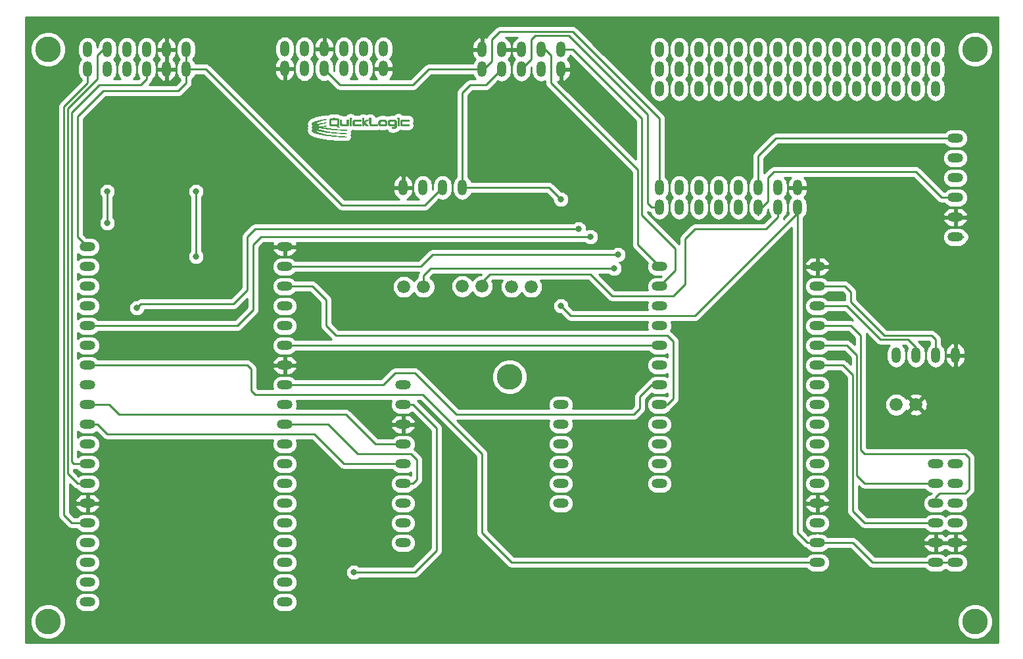
<source format=gbr>
G04 #@! TF.GenerationSoftware,KiCad,Pcbnew,(5.1.5)-3*
G04 #@! TF.CreationDate,2020-09-20T19:43:38-07:00*
G04 #@! TF.ProjectId,qf-cradle,71662d63-7261-4646-9c65-2e6b69636164,rev?*
G04 #@! TF.SameCoordinates,Original*
G04 #@! TF.FileFunction,Copper,L1,Top*
G04 #@! TF.FilePolarity,Positive*
%FSLAX46Y46*%
G04 Gerber Fmt 4.6, Leading zero omitted, Abs format (unit mm)*
G04 Created by KiCad (PCBNEW (5.1.5)-3) date 2020-09-20 19:43:38*
%MOMM*%
%LPD*%
G04 APERTURE LIST*
%ADD10C,0.010000*%
%ADD11C,1.676400*%
%ADD12C,3.302000*%
%ADD13O,2.000000X1.200000*%
%ADD14O,1.200000X2.000000*%
%ADD15C,0.800000*%
%ADD16C,0.250000*%
%ADD17C,0.254000*%
G04 APERTURE END LIST*
D10*
G36*
X99344596Y-77536569D02*
G01*
X99344840Y-77536741D01*
X99347480Y-77549662D01*
X99337791Y-77563102D01*
X99320936Y-77570650D01*
X99317333Y-77570889D01*
X99297965Y-77572954D01*
X99263219Y-77578736D01*
X99216023Y-77587614D01*
X99159307Y-77598966D01*
X99096001Y-77612171D01*
X99029032Y-77626610D01*
X98961332Y-77641659D01*
X98895829Y-77656700D01*
X98835452Y-77671109D01*
X98785757Y-77683585D01*
X98643772Y-77723013D01*
X98513578Y-77764458D01*
X98396167Y-77807460D01*
X98292532Y-77851559D01*
X98203664Y-77896297D01*
X98130556Y-77941213D01*
X98074200Y-77985849D01*
X98035588Y-78029745D01*
X98034446Y-78031450D01*
X98012458Y-78077252D01*
X98004198Y-78124572D01*
X98010325Y-78168080D01*
X98015923Y-78181290D01*
X98031375Y-78202886D01*
X98046961Y-78206992D01*
X98047545Y-78206830D01*
X98168340Y-78173493D01*
X98305292Y-78139931D01*
X98455758Y-78106668D01*
X98617094Y-78074232D01*
X98786657Y-78043146D01*
X98961804Y-78013937D01*
X99139893Y-77987130D01*
X99183000Y-77981081D01*
X99241016Y-77973136D01*
X99282993Y-77967732D01*
X99311521Y-77964759D01*
X99329189Y-77964111D01*
X99338586Y-77965678D01*
X99342301Y-77969352D01*
X99342926Y-77974387D01*
X99337043Y-77980291D01*
X99318490Y-77987624D01*
X99285915Y-77996748D01*
X99237965Y-78008029D01*
X99173289Y-78021830D01*
X99145371Y-78027542D01*
X99004267Y-78057050D01*
X98879031Y-78085237D01*
X98766832Y-78112843D01*
X98664835Y-78140611D01*
X98570210Y-78169281D01*
X98480122Y-78199596D01*
X98458630Y-78207282D01*
X98407898Y-78226480D01*
X98355760Y-78247678D01*
X98305423Y-78269410D01*
X98260093Y-78290208D01*
X98222975Y-78308605D01*
X98197276Y-78323134D01*
X98186461Y-78331844D01*
X98191560Y-78340188D01*
X98211391Y-78353928D01*
X98243126Y-78371707D01*
X98283934Y-78392166D01*
X98330988Y-78413948D01*
X98381458Y-78435695D01*
X98432516Y-78456049D01*
X98481332Y-78473652D01*
X98483255Y-78474299D01*
X98573731Y-78504635D01*
X98770181Y-78470690D01*
X98849977Y-78456972D01*
X98915977Y-78445830D01*
X98972904Y-78436526D01*
X99025482Y-78428322D01*
X99078435Y-78420480D01*
X99136486Y-78412263D01*
X99201217Y-78403361D01*
X99257088Y-78396020D01*
X99296948Y-78391627D01*
X99323362Y-78390151D01*
X99338895Y-78391561D01*
X99346114Y-78395825D01*
X99347630Y-78401576D01*
X99339522Y-78408041D01*
X99314817Y-78416546D01*
X99272944Y-78427245D01*
X99213331Y-78440289D01*
X99171241Y-78448823D01*
X99094326Y-78464444D01*
X99019782Y-78480252D01*
X98949930Y-78495696D01*
X98887092Y-78510227D01*
X98833587Y-78523295D01*
X98791739Y-78534351D01*
X98763867Y-78542844D01*
X98752514Y-78547972D01*
X98758400Y-78552717D01*
X98780776Y-78560617D01*
X98817677Y-78571178D01*
X98867135Y-78583911D01*
X98927182Y-78598324D01*
X98995853Y-78613925D01*
X99071179Y-78630223D01*
X99133764Y-78643200D01*
X99337039Y-78681988D01*
X99556918Y-78719134D01*
X99791241Y-78754362D01*
X100037847Y-78787396D01*
X100294576Y-78817960D01*
X100559266Y-78845778D01*
X100829757Y-78870573D01*
X101050371Y-78888159D01*
X101118074Y-78893035D01*
X101194108Y-78898236D01*
X101275918Y-78903612D01*
X101360949Y-78909013D01*
X101446644Y-78914287D01*
X101530449Y-78919284D01*
X101609808Y-78923852D01*
X101682166Y-78927841D01*
X101744968Y-78931101D01*
X101795657Y-78933479D01*
X101831680Y-78934827D01*
X101845297Y-78935077D01*
X101895715Y-78936530D01*
X101929326Y-78940908D01*
X101947965Y-78948628D01*
X101953482Y-78959579D01*
X101945510Y-78969718D01*
X101932315Y-78972265D01*
X101910127Y-78971681D01*
X101871830Y-78970409D01*
X101820114Y-78968556D01*
X101757666Y-78966227D01*
X101687177Y-78963527D01*
X101611336Y-78960561D01*
X101532831Y-78957435D01*
X101454352Y-78954255D01*
X101378589Y-78951125D01*
X101308229Y-78948152D01*
X101245963Y-78945441D01*
X101229112Y-78944688D01*
X100995420Y-78932959D01*
X100758155Y-78918739D01*
X100519881Y-78902262D01*
X100283162Y-78883758D01*
X100050561Y-78863461D01*
X99824642Y-78841603D01*
X99607971Y-78818417D01*
X99403110Y-78794134D01*
X99212624Y-78768988D01*
X99084223Y-78750235D01*
X98998018Y-78737018D01*
X98927169Y-78726042D01*
X98868424Y-78716769D01*
X98818532Y-78708659D01*
X98774240Y-78701173D01*
X98732297Y-78693770D01*
X98689451Y-78685912D01*
X98642450Y-78677058D01*
X98637371Y-78676093D01*
X98572500Y-78663794D01*
X98523120Y-78654804D01*
X98486231Y-78648962D01*
X98458829Y-78646110D01*
X98437914Y-78646088D01*
X98420485Y-78648738D01*
X98403540Y-78653901D01*
X98384077Y-78661418D01*
X98381289Y-78662526D01*
X98341791Y-78679103D01*
X98300119Y-78698054D01*
X98259831Y-78717572D01*
X98224488Y-78735851D01*
X98197649Y-78751083D01*
X98182876Y-78761464D01*
X98181112Y-78764110D01*
X98189084Y-78771025D01*
X98210669Y-78783807D01*
X98242369Y-78800499D01*
X98272834Y-78815433D01*
X98389064Y-78865548D01*
X98523449Y-78914039D01*
X98675389Y-78960811D01*
X98844285Y-79005769D01*
X99029539Y-79048818D01*
X99230553Y-79089862D01*
X99446728Y-79128807D01*
X99677465Y-79165556D01*
X99922165Y-79200016D01*
X100180229Y-79232091D01*
X100451060Y-79261685D01*
X100734058Y-79288703D01*
X101028625Y-79313050D01*
X101334163Y-79334631D01*
X101650071Y-79353351D01*
X101657149Y-79353730D01*
X101727378Y-79357623D01*
X101791825Y-79361449D01*
X101848001Y-79365040D01*
X101893418Y-79368229D01*
X101925586Y-79370847D01*
X101942016Y-79372726D01*
X101943296Y-79373032D01*
X101951046Y-79380939D01*
X101947262Y-79387094D01*
X101936485Y-79388477D01*
X101909184Y-79389154D01*
X101867636Y-79389188D01*
X101814116Y-79388644D01*
X101750899Y-79387584D01*
X101680262Y-79386072D01*
X101604480Y-79384172D01*
X101525830Y-79381948D01*
X101446585Y-79379463D01*
X101369023Y-79376780D01*
X101295419Y-79373963D01*
X101228048Y-79371076D01*
X101169187Y-79368182D01*
X101121111Y-79365345D01*
X101092704Y-79363225D01*
X101064957Y-79361146D01*
X101022651Y-79358362D01*
X100970019Y-79355132D01*
X100911293Y-79351717D01*
X100857519Y-79348743D01*
X100585146Y-79332268D01*
X100315276Y-79312406D01*
X100049345Y-79289355D01*
X99788794Y-79263314D01*
X99535060Y-79234481D01*
X99289583Y-79203055D01*
X99053800Y-79169235D01*
X98829150Y-79133218D01*
X98617072Y-79095204D01*
X98419005Y-79055391D01*
X98236387Y-79013977D01*
X98070657Y-78971162D01*
X98022101Y-78957394D01*
X98008142Y-78954479D01*
X98002547Y-78959559D01*
X98003087Y-78976923D01*
X98004833Y-78990607D01*
X98013812Y-79024316D01*
X98029562Y-79059040D01*
X98034580Y-79067271D01*
X98075071Y-79114344D01*
X98133729Y-79161170D01*
X98209907Y-79207565D01*
X98302955Y-79253346D01*
X98412226Y-79298327D01*
X98537073Y-79342324D01*
X98676847Y-79385153D01*
X98830901Y-79426630D01*
X98998587Y-79466570D01*
X99179256Y-79504789D01*
X99372261Y-79541102D01*
X99576955Y-79575325D01*
X99792689Y-79607274D01*
X100018815Y-79636765D01*
X100048482Y-79640353D01*
X100103860Y-79647016D01*
X100155011Y-79653212D01*
X100198022Y-79658465D01*
X100228985Y-79662297D01*
X100241352Y-79663873D01*
X100302146Y-79671259D01*
X100377982Y-79679447D01*
X100466780Y-79688278D01*
X100566460Y-79697594D01*
X100674942Y-79707237D01*
X100790145Y-79717050D01*
X100909990Y-79726875D01*
X101032396Y-79736552D01*
X101155283Y-79745926D01*
X101276571Y-79754836D01*
X101394179Y-79763126D01*
X101506029Y-79770638D01*
X101610038Y-79777213D01*
X101704128Y-79782693D01*
X101786218Y-79786921D01*
X101854228Y-79789739D01*
X101906077Y-79790988D01*
X101915741Y-79791037D01*
X101941948Y-79793353D01*
X101952778Y-79801038D01*
X101953482Y-79805148D01*
X101947732Y-79810334D01*
X101929929Y-79814213D01*
X101899245Y-79816784D01*
X101854850Y-79818045D01*
X101795917Y-79817994D01*
X101721615Y-79816630D01*
X101631116Y-79813951D01*
X101523591Y-79809955D01*
X101398211Y-79804641D01*
X101384334Y-79804023D01*
X101056570Y-79787726D01*
X100738609Y-79768651D01*
X100431127Y-79746885D01*
X100134800Y-79722519D01*
X99850301Y-79695640D01*
X99578308Y-79666339D01*
X99319494Y-79634705D01*
X99074536Y-79600826D01*
X98844109Y-79564792D01*
X98628889Y-79526692D01*
X98429550Y-79486616D01*
X98246768Y-79444651D01*
X98081219Y-79400888D01*
X97933577Y-79355416D01*
X97900596Y-79344158D01*
X97820668Y-79315492D01*
X97755081Y-79289933D01*
X97699997Y-79265728D01*
X97651582Y-79241121D01*
X97605999Y-79214359D01*
X97579804Y-79197461D01*
X97516574Y-79149254D01*
X97472073Y-79100956D01*
X97446322Y-79052611D01*
X97439340Y-79004258D01*
X97451150Y-78955940D01*
X97455311Y-78947173D01*
X97476937Y-78915380D01*
X97509258Y-78879993D01*
X97546523Y-78846552D01*
X97582978Y-78820599D01*
X97591878Y-78815625D01*
X97607919Y-78804362D01*
X97611330Y-78795389D01*
X97610692Y-78794684D01*
X97599259Y-78785904D01*
X97577396Y-78769830D01*
X97552054Y-78751533D01*
X97504827Y-78711652D01*
X97468646Y-78668665D01*
X97446363Y-78626243D01*
X97441916Y-78609910D01*
X97442730Y-78564712D01*
X97447339Y-78552559D01*
X98002371Y-78552559D01*
X98005053Y-78575024D01*
X98011634Y-78600424D01*
X98019918Y-78622098D01*
X98027708Y-78633383D01*
X98029161Y-78633809D01*
X98040378Y-78631399D01*
X98065317Y-78625039D01*
X98099589Y-78615865D01*
X98118907Y-78610563D01*
X98165820Y-78597084D01*
X98195131Y-78587388D01*
X98207596Y-78581140D01*
X98203972Y-78578007D01*
X98193745Y-78577482D01*
X98176451Y-78574866D01*
X98146669Y-78567899D01*
X98109851Y-78557897D01*
X98096445Y-78553963D01*
X98054456Y-78541503D01*
X98027291Y-78534306D01*
X98011722Y-78532324D01*
X98004525Y-78535510D01*
X98002473Y-78543815D01*
X98002371Y-78552559D01*
X97447339Y-78552559D01*
X97460649Y-78517467D01*
X97494407Y-78470189D01*
X97542740Y-78424891D01*
X97571245Y-78404106D01*
X97615460Y-78374330D01*
X97554434Y-78329162D01*
X97498304Y-78280663D01*
X97460858Y-78232209D01*
X97441965Y-78183886D01*
X97441496Y-78135781D01*
X97459320Y-78087981D01*
X97495306Y-78040574D01*
X97549323Y-77993646D01*
X97621242Y-77947286D01*
X97710932Y-77901579D01*
X97818262Y-77856613D01*
X97943102Y-77812475D01*
X98085321Y-77769253D01*
X98244788Y-77727033D01*
X98421374Y-77685902D01*
X98562112Y-77656395D01*
X98620858Y-77645034D01*
X98688027Y-77632779D01*
X98761387Y-77619972D01*
X98838707Y-77606954D01*
X98917754Y-77594066D01*
X98996299Y-77581649D01*
X99072110Y-77570044D01*
X99142955Y-77559592D01*
X99206603Y-77550634D01*
X99260822Y-77543512D01*
X99303381Y-77538566D01*
X99332050Y-77536138D01*
X99344596Y-77536569D01*
G37*
X99344596Y-77536569D02*
X99344840Y-77536741D01*
X99347480Y-77549662D01*
X99337791Y-77563102D01*
X99320936Y-77570650D01*
X99317333Y-77570889D01*
X99297965Y-77572954D01*
X99263219Y-77578736D01*
X99216023Y-77587614D01*
X99159307Y-77598966D01*
X99096001Y-77612171D01*
X99029032Y-77626610D01*
X98961332Y-77641659D01*
X98895829Y-77656700D01*
X98835452Y-77671109D01*
X98785757Y-77683585D01*
X98643772Y-77723013D01*
X98513578Y-77764458D01*
X98396167Y-77807460D01*
X98292532Y-77851559D01*
X98203664Y-77896297D01*
X98130556Y-77941213D01*
X98074200Y-77985849D01*
X98035588Y-78029745D01*
X98034446Y-78031450D01*
X98012458Y-78077252D01*
X98004198Y-78124572D01*
X98010325Y-78168080D01*
X98015923Y-78181290D01*
X98031375Y-78202886D01*
X98046961Y-78206992D01*
X98047545Y-78206830D01*
X98168340Y-78173493D01*
X98305292Y-78139931D01*
X98455758Y-78106668D01*
X98617094Y-78074232D01*
X98786657Y-78043146D01*
X98961804Y-78013937D01*
X99139893Y-77987130D01*
X99183000Y-77981081D01*
X99241016Y-77973136D01*
X99282993Y-77967732D01*
X99311521Y-77964759D01*
X99329189Y-77964111D01*
X99338586Y-77965678D01*
X99342301Y-77969352D01*
X99342926Y-77974387D01*
X99337043Y-77980291D01*
X99318490Y-77987624D01*
X99285915Y-77996748D01*
X99237965Y-78008029D01*
X99173289Y-78021830D01*
X99145371Y-78027542D01*
X99004267Y-78057050D01*
X98879031Y-78085237D01*
X98766832Y-78112843D01*
X98664835Y-78140611D01*
X98570210Y-78169281D01*
X98480122Y-78199596D01*
X98458630Y-78207282D01*
X98407898Y-78226480D01*
X98355760Y-78247678D01*
X98305423Y-78269410D01*
X98260093Y-78290208D01*
X98222975Y-78308605D01*
X98197276Y-78323134D01*
X98186461Y-78331844D01*
X98191560Y-78340188D01*
X98211391Y-78353928D01*
X98243126Y-78371707D01*
X98283934Y-78392166D01*
X98330988Y-78413948D01*
X98381458Y-78435695D01*
X98432516Y-78456049D01*
X98481332Y-78473652D01*
X98483255Y-78474299D01*
X98573731Y-78504635D01*
X98770181Y-78470690D01*
X98849977Y-78456972D01*
X98915977Y-78445830D01*
X98972904Y-78436526D01*
X99025482Y-78428322D01*
X99078435Y-78420480D01*
X99136486Y-78412263D01*
X99201217Y-78403361D01*
X99257088Y-78396020D01*
X99296948Y-78391627D01*
X99323362Y-78390151D01*
X99338895Y-78391561D01*
X99346114Y-78395825D01*
X99347630Y-78401576D01*
X99339522Y-78408041D01*
X99314817Y-78416546D01*
X99272944Y-78427245D01*
X99213331Y-78440289D01*
X99171241Y-78448823D01*
X99094326Y-78464444D01*
X99019782Y-78480252D01*
X98949930Y-78495696D01*
X98887092Y-78510227D01*
X98833587Y-78523295D01*
X98791739Y-78534351D01*
X98763867Y-78542844D01*
X98752514Y-78547972D01*
X98758400Y-78552717D01*
X98780776Y-78560617D01*
X98817677Y-78571178D01*
X98867135Y-78583911D01*
X98927182Y-78598324D01*
X98995853Y-78613925D01*
X99071179Y-78630223D01*
X99133764Y-78643200D01*
X99337039Y-78681988D01*
X99556918Y-78719134D01*
X99791241Y-78754362D01*
X100037847Y-78787396D01*
X100294576Y-78817960D01*
X100559266Y-78845778D01*
X100829757Y-78870573D01*
X101050371Y-78888159D01*
X101118074Y-78893035D01*
X101194108Y-78898236D01*
X101275918Y-78903612D01*
X101360949Y-78909013D01*
X101446644Y-78914287D01*
X101530449Y-78919284D01*
X101609808Y-78923852D01*
X101682166Y-78927841D01*
X101744968Y-78931101D01*
X101795657Y-78933479D01*
X101831680Y-78934827D01*
X101845297Y-78935077D01*
X101895715Y-78936530D01*
X101929326Y-78940908D01*
X101947965Y-78948628D01*
X101953482Y-78959579D01*
X101945510Y-78969718D01*
X101932315Y-78972265D01*
X101910127Y-78971681D01*
X101871830Y-78970409D01*
X101820114Y-78968556D01*
X101757666Y-78966227D01*
X101687177Y-78963527D01*
X101611336Y-78960561D01*
X101532831Y-78957435D01*
X101454352Y-78954255D01*
X101378589Y-78951125D01*
X101308229Y-78948152D01*
X101245963Y-78945441D01*
X101229112Y-78944688D01*
X100995420Y-78932959D01*
X100758155Y-78918739D01*
X100519881Y-78902262D01*
X100283162Y-78883758D01*
X100050561Y-78863461D01*
X99824642Y-78841603D01*
X99607971Y-78818417D01*
X99403110Y-78794134D01*
X99212624Y-78768988D01*
X99084223Y-78750235D01*
X98998018Y-78737018D01*
X98927169Y-78726042D01*
X98868424Y-78716769D01*
X98818532Y-78708659D01*
X98774240Y-78701173D01*
X98732297Y-78693770D01*
X98689451Y-78685912D01*
X98642450Y-78677058D01*
X98637371Y-78676093D01*
X98572500Y-78663794D01*
X98523120Y-78654804D01*
X98486231Y-78648962D01*
X98458829Y-78646110D01*
X98437914Y-78646088D01*
X98420485Y-78648738D01*
X98403540Y-78653901D01*
X98384077Y-78661418D01*
X98381289Y-78662526D01*
X98341791Y-78679103D01*
X98300119Y-78698054D01*
X98259831Y-78717572D01*
X98224488Y-78735851D01*
X98197649Y-78751083D01*
X98182876Y-78761464D01*
X98181112Y-78764110D01*
X98189084Y-78771025D01*
X98210669Y-78783807D01*
X98242369Y-78800499D01*
X98272834Y-78815433D01*
X98389064Y-78865548D01*
X98523449Y-78914039D01*
X98675389Y-78960811D01*
X98844285Y-79005769D01*
X99029539Y-79048818D01*
X99230553Y-79089862D01*
X99446728Y-79128807D01*
X99677465Y-79165556D01*
X99922165Y-79200016D01*
X100180229Y-79232091D01*
X100451060Y-79261685D01*
X100734058Y-79288703D01*
X101028625Y-79313050D01*
X101334163Y-79334631D01*
X101650071Y-79353351D01*
X101657149Y-79353730D01*
X101727378Y-79357623D01*
X101791825Y-79361449D01*
X101848001Y-79365040D01*
X101893418Y-79368229D01*
X101925586Y-79370847D01*
X101942016Y-79372726D01*
X101943296Y-79373032D01*
X101951046Y-79380939D01*
X101947262Y-79387094D01*
X101936485Y-79388477D01*
X101909184Y-79389154D01*
X101867636Y-79389188D01*
X101814116Y-79388644D01*
X101750899Y-79387584D01*
X101680262Y-79386072D01*
X101604480Y-79384172D01*
X101525830Y-79381948D01*
X101446585Y-79379463D01*
X101369023Y-79376780D01*
X101295419Y-79373963D01*
X101228048Y-79371076D01*
X101169187Y-79368182D01*
X101121111Y-79365345D01*
X101092704Y-79363225D01*
X101064957Y-79361146D01*
X101022651Y-79358362D01*
X100970019Y-79355132D01*
X100911293Y-79351717D01*
X100857519Y-79348743D01*
X100585146Y-79332268D01*
X100315276Y-79312406D01*
X100049345Y-79289355D01*
X99788794Y-79263314D01*
X99535060Y-79234481D01*
X99289583Y-79203055D01*
X99053800Y-79169235D01*
X98829150Y-79133218D01*
X98617072Y-79095204D01*
X98419005Y-79055391D01*
X98236387Y-79013977D01*
X98070657Y-78971162D01*
X98022101Y-78957394D01*
X98008142Y-78954479D01*
X98002547Y-78959559D01*
X98003087Y-78976923D01*
X98004833Y-78990607D01*
X98013812Y-79024316D01*
X98029562Y-79059040D01*
X98034580Y-79067271D01*
X98075071Y-79114344D01*
X98133729Y-79161170D01*
X98209907Y-79207565D01*
X98302955Y-79253346D01*
X98412226Y-79298327D01*
X98537073Y-79342324D01*
X98676847Y-79385153D01*
X98830901Y-79426630D01*
X98998587Y-79466570D01*
X99179256Y-79504789D01*
X99372261Y-79541102D01*
X99576955Y-79575325D01*
X99792689Y-79607274D01*
X100018815Y-79636765D01*
X100048482Y-79640353D01*
X100103860Y-79647016D01*
X100155011Y-79653212D01*
X100198022Y-79658465D01*
X100228985Y-79662297D01*
X100241352Y-79663873D01*
X100302146Y-79671259D01*
X100377982Y-79679447D01*
X100466780Y-79688278D01*
X100566460Y-79697594D01*
X100674942Y-79707237D01*
X100790145Y-79717050D01*
X100909990Y-79726875D01*
X101032396Y-79736552D01*
X101155283Y-79745926D01*
X101276571Y-79754836D01*
X101394179Y-79763126D01*
X101506029Y-79770638D01*
X101610038Y-79777213D01*
X101704128Y-79782693D01*
X101786218Y-79786921D01*
X101854228Y-79789739D01*
X101906077Y-79790988D01*
X101915741Y-79791037D01*
X101941948Y-79793353D01*
X101952778Y-79801038D01*
X101953482Y-79805148D01*
X101947732Y-79810334D01*
X101929929Y-79814213D01*
X101899245Y-79816784D01*
X101854850Y-79818045D01*
X101795917Y-79817994D01*
X101721615Y-79816630D01*
X101631116Y-79813951D01*
X101523591Y-79809955D01*
X101398211Y-79804641D01*
X101384334Y-79804023D01*
X101056570Y-79787726D01*
X100738609Y-79768651D01*
X100431127Y-79746885D01*
X100134800Y-79722519D01*
X99850301Y-79695640D01*
X99578308Y-79666339D01*
X99319494Y-79634705D01*
X99074536Y-79600826D01*
X98844109Y-79564792D01*
X98628889Y-79526692D01*
X98429550Y-79486616D01*
X98246768Y-79444651D01*
X98081219Y-79400888D01*
X97933577Y-79355416D01*
X97900596Y-79344158D01*
X97820668Y-79315492D01*
X97755081Y-79289933D01*
X97699997Y-79265728D01*
X97651582Y-79241121D01*
X97605999Y-79214359D01*
X97579804Y-79197461D01*
X97516574Y-79149254D01*
X97472073Y-79100956D01*
X97446322Y-79052611D01*
X97439340Y-79004258D01*
X97451150Y-78955940D01*
X97455311Y-78947173D01*
X97476937Y-78915380D01*
X97509258Y-78879993D01*
X97546523Y-78846552D01*
X97582978Y-78820599D01*
X97591878Y-78815625D01*
X97607919Y-78804362D01*
X97611330Y-78795389D01*
X97610692Y-78794684D01*
X97599259Y-78785904D01*
X97577396Y-78769830D01*
X97552054Y-78751533D01*
X97504827Y-78711652D01*
X97468646Y-78668665D01*
X97446363Y-78626243D01*
X97441916Y-78609910D01*
X97442730Y-78564712D01*
X97447339Y-78552559D01*
X98002371Y-78552559D01*
X98005053Y-78575024D01*
X98011634Y-78600424D01*
X98019918Y-78622098D01*
X98027708Y-78633383D01*
X98029161Y-78633809D01*
X98040378Y-78631399D01*
X98065317Y-78625039D01*
X98099589Y-78615865D01*
X98118907Y-78610563D01*
X98165820Y-78597084D01*
X98195131Y-78587388D01*
X98207596Y-78581140D01*
X98203972Y-78578007D01*
X98193745Y-78577482D01*
X98176451Y-78574866D01*
X98146669Y-78567899D01*
X98109851Y-78557897D01*
X98096445Y-78553963D01*
X98054456Y-78541503D01*
X98027291Y-78534306D01*
X98011722Y-78532324D01*
X98004525Y-78535510D01*
X98002473Y-78543815D01*
X98002371Y-78552559D01*
X97447339Y-78552559D01*
X97460649Y-78517467D01*
X97494407Y-78470189D01*
X97542740Y-78424891D01*
X97571245Y-78404106D01*
X97615460Y-78374330D01*
X97554434Y-78329162D01*
X97498304Y-78280663D01*
X97460858Y-78232209D01*
X97441965Y-78183886D01*
X97441496Y-78135781D01*
X97459320Y-78087981D01*
X97495306Y-78040574D01*
X97549323Y-77993646D01*
X97621242Y-77947286D01*
X97710932Y-77901579D01*
X97818262Y-77856613D01*
X97943102Y-77812475D01*
X98085321Y-77769253D01*
X98244788Y-77727033D01*
X98421374Y-77685902D01*
X98562112Y-77656395D01*
X98620858Y-77645034D01*
X98688027Y-77632779D01*
X98761387Y-77619972D01*
X98838707Y-77606954D01*
X98917754Y-77594066D01*
X98996299Y-77581649D01*
X99072110Y-77570044D01*
X99142955Y-77559592D01*
X99206603Y-77550634D01*
X99260822Y-77543512D01*
X99303381Y-77538566D01*
X99332050Y-77536138D01*
X99344596Y-77536569D01*
G36*
X102495699Y-77352423D02*
G01*
X102511173Y-77357924D01*
X102550197Y-77382321D01*
X102573593Y-77416539D01*
X102580678Y-77442540D01*
X102578427Y-77480241D01*
X102560948Y-77512720D01*
X102531497Y-77538264D01*
X102493331Y-77555158D01*
X102449707Y-77561688D01*
X102403881Y-77556142D01*
X102380374Y-77547964D01*
X102354810Y-77532261D01*
X102335689Y-77513313D01*
X102323847Y-77483200D01*
X102321101Y-77445752D01*
X102327449Y-77410102D01*
X102335711Y-77393248D01*
X102364408Y-77367390D01*
X102404323Y-77351225D01*
X102449929Y-77345865D01*
X102495699Y-77352423D01*
G37*
X102495699Y-77352423D02*
X102511173Y-77357924D01*
X102550197Y-77382321D01*
X102573593Y-77416539D01*
X102580678Y-77442540D01*
X102578427Y-77480241D01*
X102560948Y-77512720D01*
X102531497Y-77538264D01*
X102493331Y-77555158D01*
X102449707Y-77561688D01*
X102403881Y-77556142D01*
X102380374Y-77547964D01*
X102354810Y-77532261D01*
X102335689Y-77513313D01*
X102323847Y-77483200D01*
X102321101Y-77445752D01*
X102327449Y-77410102D01*
X102335711Y-77393248D01*
X102364408Y-77367390D01*
X102404323Y-77351225D01*
X102449929Y-77345865D01*
X102495699Y-77352423D01*
G36*
X101294963Y-77898690D02*
G01*
X101295044Y-77979345D01*
X101295362Y-78043262D01*
X101296033Y-78092516D01*
X101297173Y-78129185D01*
X101298897Y-78155345D01*
X101301322Y-78173071D01*
X101304562Y-78184440D01*
X101308734Y-78191528D01*
X101311426Y-78194317D01*
X101326155Y-78204854D01*
X101345758Y-78213168D01*
X101372288Y-78219455D01*
X101407796Y-78223912D01*
X101454336Y-78226736D01*
X101513958Y-78228123D01*
X101588717Y-78228271D01*
X101659108Y-78227649D01*
X101733811Y-78226682D01*
X101792065Y-78225655D01*
X101836232Y-78224370D01*
X101868676Y-78222629D01*
X101891763Y-78220235D01*
X101907855Y-78216991D01*
X101919316Y-78212698D01*
X101928511Y-78207160D01*
X101931649Y-78204878D01*
X101958186Y-78185053D01*
X101960675Y-77901490D01*
X101963165Y-77617926D01*
X102179260Y-77617926D01*
X102179053Y-77926019D01*
X102178915Y-78011437D01*
X102178554Y-78080177D01*
X102177864Y-78134378D01*
X102176735Y-78176176D01*
X102175061Y-78207709D01*
X102172733Y-78231113D01*
X102169644Y-78248527D01*
X102165685Y-78262086D01*
X102161577Y-78272130D01*
X102133943Y-78316395D01*
X102094434Y-78351915D01*
X102041471Y-78379538D01*
X101973478Y-78400111D01*
X101899305Y-78413146D01*
X101848030Y-78418202D01*
X101783070Y-78421947D01*
X101709226Y-78424351D01*
X101631299Y-78425381D01*
X101554089Y-78425009D01*
X101482396Y-78423201D01*
X101421019Y-78419929D01*
X101384334Y-78416456D01*
X101295417Y-78399950D01*
X101220726Y-78374359D01*
X101161082Y-78340123D01*
X101117307Y-78297679D01*
X101096337Y-78262858D01*
X101091507Y-78250780D01*
X101087657Y-78236686D01*
X101084674Y-78218417D01*
X101082448Y-78193813D01*
X101080867Y-78160716D01*
X101079822Y-78116967D01*
X101079201Y-78060405D01*
X101078893Y-77988872D01*
X101078800Y-77921315D01*
X101078593Y-77617926D01*
X101294963Y-77617926D01*
X101294963Y-77898690D01*
G37*
X101294963Y-77898690D02*
X101295044Y-77979345D01*
X101295362Y-78043262D01*
X101296033Y-78092516D01*
X101297173Y-78129185D01*
X101298897Y-78155345D01*
X101301322Y-78173071D01*
X101304562Y-78184440D01*
X101308734Y-78191528D01*
X101311426Y-78194317D01*
X101326155Y-78204854D01*
X101345758Y-78213168D01*
X101372288Y-78219455D01*
X101407796Y-78223912D01*
X101454336Y-78226736D01*
X101513958Y-78228123D01*
X101588717Y-78228271D01*
X101659108Y-78227649D01*
X101733811Y-78226682D01*
X101792065Y-78225655D01*
X101836232Y-78224370D01*
X101868676Y-78222629D01*
X101891763Y-78220235D01*
X101907855Y-78216991D01*
X101919316Y-78212698D01*
X101928511Y-78207160D01*
X101931649Y-78204878D01*
X101958186Y-78185053D01*
X101960675Y-77901490D01*
X101963165Y-77617926D01*
X102179260Y-77617926D01*
X102179053Y-77926019D01*
X102178915Y-78011437D01*
X102178554Y-78080177D01*
X102177864Y-78134378D01*
X102176735Y-78176176D01*
X102175061Y-78207709D01*
X102172733Y-78231113D01*
X102169644Y-78248527D01*
X102165685Y-78262086D01*
X102161577Y-78272130D01*
X102133943Y-78316395D01*
X102094434Y-78351915D01*
X102041471Y-78379538D01*
X101973478Y-78400111D01*
X101899305Y-78413146D01*
X101848030Y-78418202D01*
X101783070Y-78421947D01*
X101709226Y-78424351D01*
X101631299Y-78425381D01*
X101554089Y-78425009D01*
X101482396Y-78423201D01*
X101421019Y-78419929D01*
X101384334Y-78416456D01*
X101295417Y-78399950D01*
X101220726Y-78374359D01*
X101161082Y-78340123D01*
X101117307Y-78297679D01*
X101096337Y-78262858D01*
X101091507Y-78250780D01*
X101087657Y-78236686D01*
X101084674Y-78218417D01*
X101082448Y-78193813D01*
X101080867Y-78160716D01*
X101079822Y-78116967D01*
X101079201Y-78060405D01*
X101078893Y-77988872D01*
X101078800Y-77921315D01*
X101078593Y-77617926D01*
X101294963Y-77617926D01*
X101294963Y-77898690D01*
G36*
X103816149Y-77806074D02*
G01*
X103413982Y-77806299D01*
X103327358Y-77806542D01*
X103245421Y-77807146D01*
X103170337Y-77808066D01*
X103104274Y-77809261D01*
X103049398Y-77810686D01*
X103007877Y-77812299D01*
X102981878Y-77814057D01*
X102975214Y-77815014D01*
X102952501Y-77820856D01*
X102935617Y-77828116D01*
X102923698Y-77839426D01*
X102915879Y-77857417D01*
X102911297Y-77884724D01*
X102909088Y-77923977D01*
X102908388Y-77977810D01*
X102908334Y-78018835D01*
X102908446Y-78081453D01*
X102909418Y-78127987D01*
X102912200Y-78161167D01*
X102917744Y-78183722D01*
X102927001Y-78198384D01*
X102940924Y-78207882D01*
X102960464Y-78214947D01*
X102978455Y-78220035D01*
X102995722Y-78222203D01*
X103030059Y-78224154D01*
X103079722Y-78225851D01*
X103142967Y-78227255D01*
X103218050Y-78228331D01*
X103303228Y-78229040D01*
X103396755Y-78229346D01*
X103413982Y-78229355D01*
X103816149Y-78229407D01*
X103816149Y-78426963D01*
X103432797Y-78425553D01*
X103348593Y-78425163D01*
X103269403Y-78424642D01*
X103197398Y-78424016D01*
X103134749Y-78423310D01*
X103083628Y-78422551D01*
X103046206Y-78421763D01*
X103024654Y-78420972D01*
X103021223Y-78420695D01*
X102937896Y-78408304D01*
X102870810Y-78392887D01*
X102817479Y-78373246D01*
X102775418Y-78348182D01*
X102742142Y-78316499D01*
X102715164Y-78276996D01*
X102712268Y-78271741D01*
X102705670Y-78258476D01*
X102700676Y-78244568D01*
X102697065Y-78227289D01*
X102694614Y-78203909D01*
X102693101Y-78171701D01*
X102692304Y-78127935D01*
X102692001Y-78069883D01*
X102691963Y-78022444D01*
X102692048Y-77953652D01*
X102692463Y-77900868D01*
X102693448Y-77861288D01*
X102695246Y-77832107D01*
X102698096Y-77810518D01*
X102702239Y-77793718D01*
X102707917Y-77778900D01*
X102713975Y-77766081D01*
X102744908Y-77718961D01*
X102787497Y-77681890D01*
X102844592Y-77652579D01*
X102864542Y-77645108D01*
X102879476Y-77640027D01*
X102893889Y-77635783D01*
X102909590Y-77632287D01*
X102928387Y-77629450D01*
X102952090Y-77627180D01*
X102982507Y-77625388D01*
X103021446Y-77623984D01*
X103070717Y-77622878D01*
X103132127Y-77621981D01*
X103207486Y-77621202D01*
X103298601Y-77620452D01*
X103371649Y-77619904D01*
X103816149Y-77616616D01*
X103816149Y-77806074D01*
G37*
X103816149Y-77806074D02*
X103413982Y-77806299D01*
X103327358Y-77806542D01*
X103245421Y-77807146D01*
X103170337Y-77808066D01*
X103104274Y-77809261D01*
X103049398Y-77810686D01*
X103007877Y-77812299D01*
X102981878Y-77814057D01*
X102975214Y-77815014D01*
X102952501Y-77820856D01*
X102935617Y-77828116D01*
X102923698Y-77839426D01*
X102915879Y-77857417D01*
X102911297Y-77884724D01*
X102909088Y-77923977D01*
X102908388Y-77977810D01*
X102908334Y-78018835D01*
X102908446Y-78081453D01*
X102909418Y-78127987D01*
X102912200Y-78161167D01*
X102917744Y-78183722D01*
X102927001Y-78198384D01*
X102940924Y-78207882D01*
X102960464Y-78214947D01*
X102978455Y-78220035D01*
X102995722Y-78222203D01*
X103030059Y-78224154D01*
X103079722Y-78225851D01*
X103142967Y-78227255D01*
X103218050Y-78228331D01*
X103303228Y-78229040D01*
X103396755Y-78229346D01*
X103413982Y-78229355D01*
X103816149Y-78229407D01*
X103816149Y-78426963D01*
X103432797Y-78425553D01*
X103348593Y-78425163D01*
X103269403Y-78424642D01*
X103197398Y-78424016D01*
X103134749Y-78423310D01*
X103083628Y-78422551D01*
X103046206Y-78421763D01*
X103024654Y-78420972D01*
X103021223Y-78420695D01*
X102937896Y-78408304D01*
X102870810Y-78392887D01*
X102817479Y-78373246D01*
X102775418Y-78348182D01*
X102742142Y-78316499D01*
X102715164Y-78276996D01*
X102712268Y-78271741D01*
X102705670Y-78258476D01*
X102700676Y-78244568D01*
X102697065Y-78227289D01*
X102694614Y-78203909D01*
X102693101Y-78171701D01*
X102692304Y-78127935D01*
X102692001Y-78069883D01*
X102691963Y-78022444D01*
X102692048Y-77953652D01*
X102692463Y-77900868D01*
X102693448Y-77861288D01*
X102695246Y-77832107D01*
X102698096Y-77810518D01*
X102702239Y-77793718D01*
X102707917Y-77778900D01*
X102713975Y-77766081D01*
X102744908Y-77718961D01*
X102787497Y-77681890D01*
X102844592Y-77652579D01*
X102864542Y-77645108D01*
X102879476Y-77640027D01*
X102893889Y-77635783D01*
X102909590Y-77632287D01*
X102928387Y-77629450D01*
X102952090Y-77627180D01*
X102982507Y-77625388D01*
X103021446Y-77623984D01*
X103070717Y-77622878D01*
X103132127Y-77621981D01*
X103207486Y-77621202D01*
X103298601Y-77620452D01*
X103371649Y-77619904D01*
X103816149Y-77616616D01*
X103816149Y-77806074D01*
G36*
X100396556Y-77414001D02*
G01*
X100497751Y-77416506D01*
X100582226Y-77420253D01*
X100652060Y-77425683D01*
X100709331Y-77433236D01*
X100756117Y-77443352D01*
X100794497Y-77456473D01*
X100826549Y-77473038D01*
X100854351Y-77493487D01*
X100877831Y-77515972D01*
X100893589Y-77533253D01*
X100906297Y-77549805D01*
X100916284Y-77567809D01*
X100923876Y-77589447D01*
X100929401Y-77616902D01*
X100933187Y-77652355D01*
X100935561Y-77697989D01*
X100936849Y-77755985D01*
X100937381Y-77828526D01*
X100937482Y-77913561D01*
X100937482Y-78206898D01*
X100912693Y-78256644D01*
X100888425Y-78295072D01*
X100859175Y-78326671D01*
X100851466Y-78332784D01*
X100815030Y-78359179D01*
X101017314Y-78549259D01*
X100862157Y-78549069D01*
X100707000Y-78548878D01*
X100636445Y-78483627D01*
X100565889Y-78418375D01*
X100326000Y-78417899D01*
X100211288Y-78416591D01*
X100113510Y-78412908D01*
X100030894Y-78406475D01*
X99961666Y-78396916D01*
X99904052Y-78383855D01*
X99856279Y-78366918D01*
X99816574Y-78345728D01*
X99783163Y-78319910D01*
X99762257Y-78298527D01*
X99746820Y-78280105D01*
X99734379Y-78262087D01*
X99724636Y-78242288D01*
X99717297Y-78218524D01*
X99712065Y-78188613D01*
X99708643Y-78150369D01*
X99706735Y-78101608D01*
X99706044Y-78040148D01*
X99706275Y-77963803D01*
X99706725Y-77912828D01*
X99930889Y-77912828D01*
X99931144Y-77994087D01*
X99931958Y-78058172D01*
X99933405Y-78106718D01*
X99935559Y-78141361D01*
X99938493Y-78163733D01*
X99942281Y-78175471D01*
X99942773Y-78176211D01*
X99952745Y-78187616D01*
X99965570Y-78196850D01*
X99983155Y-78204116D01*
X100007411Y-78209618D01*
X100040247Y-78213558D01*
X100083571Y-78216141D01*
X100139295Y-78217570D01*
X100209326Y-78218048D01*
X100295574Y-78217778D01*
X100330704Y-78217539D01*
X100414584Y-78216846D01*
X100481823Y-78216061D01*
X100534592Y-78215049D01*
X100575066Y-78213675D01*
X100605416Y-78211804D01*
X100627815Y-78209301D01*
X100644437Y-78206030D01*
X100657454Y-78201857D01*
X100669040Y-78196647D01*
X100669371Y-78196482D01*
X100707000Y-78177667D01*
X100709502Y-77922115D01*
X100712004Y-77666564D01*
X100687954Y-77647646D01*
X100671238Y-77636787D01*
X100650227Y-77628058D01*
X100622870Y-77621247D01*
X100587120Y-77616142D01*
X100540930Y-77612529D01*
X100482251Y-77610196D01*
X100409035Y-77608931D01*
X100319234Y-77608521D01*
X100310888Y-77608519D01*
X100221989Y-77608825D01*
X100149840Y-77609894D01*
X100092384Y-77611947D01*
X100047563Y-77615205D01*
X100013322Y-77619892D01*
X99987603Y-77626229D01*
X99968348Y-77634438D01*
X99953501Y-77644742D01*
X99950492Y-77647433D01*
X99944574Y-77653662D01*
X99939984Y-77661502D01*
X99936554Y-77673232D01*
X99934115Y-77691134D01*
X99932499Y-77717488D01*
X99931537Y-77754575D01*
X99931061Y-77804677D01*
X99930902Y-77870073D01*
X99930889Y-77912828D01*
X99706725Y-77912828D01*
X99706921Y-77890741D01*
X99707792Y-77809473D01*
X99708692Y-77744769D01*
X99709788Y-77694378D01*
X99711244Y-77656051D01*
X99713227Y-77627536D01*
X99715900Y-77606583D01*
X99719430Y-77590941D01*
X99723981Y-77578360D01*
X99729720Y-77566591D01*
X99730895Y-77564378D01*
X99754349Y-77528886D01*
X99784684Y-77498768D01*
X99823247Y-77473722D01*
X99871385Y-77453443D01*
X99930443Y-77437626D01*
X100001769Y-77425968D01*
X100086710Y-77418164D01*
X100186612Y-77413911D01*
X100302822Y-77412903D01*
X100396556Y-77414001D01*
G37*
X100396556Y-77414001D02*
X100497751Y-77416506D01*
X100582226Y-77420253D01*
X100652060Y-77425683D01*
X100709331Y-77433236D01*
X100756117Y-77443352D01*
X100794497Y-77456473D01*
X100826549Y-77473038D01*
X100854351Y-77493487D01*
X100877831Y-77515972D01*
X100893589Y-77533253D01*
X100906297Y-77549805D01*
X100916284Y-77567809D01*
X100923876Y-77589447D01*
X100929401Y-77616902D01*
X100933187Y-77652355D01*
X100935561Y-77697989D01*
X100936849Y-77755985D01*
X100937381Y-77828526D01*
X100937482Y-77913561D01*
X100937482Y-78206898D01*
X100912693Y-78256644D01*
X100888425Y-78295072D01*
X100859175Y-78326671D01*
X100851466Y-78332784D01*
X100815030Y-78359179D01*
X101017314Y-78549259D01*
X100862157Y-78549069D01*
X100707000Y-78548878D01*
X100636445Y-78483627D01*
X100565889Y-78418375D01*
X100326000Y-78417899D01*
X100211288Y-78416591D01*
X100113510Y-78412908D01*
X100030894Y-78406475D01*
X99961666Y-78396916D01*
X99904052Y-78383855D01*
X99856279Y-78366918D01*
X99816574Y-78345728D01*
X99783163Y-78319910D01*
X99762257Y-78298527D01*
X99746820Y-78280105D01*
X99734379Y-78262087D01*
X99724636Y-78242288D01*
X99717297Y-78218524D01*
X99712065Y-78188613D01*
X99708643Y-78150369D01*
X99706735Y-78101608D01*
X99706044Y-78040148D01*
X99706275Y-77963803D01*
X99706725Y-77912828D01*
X99930889Y-77912828D01*
X99931144Y-77994087D01*
X99931958Y-78058172D01*
X99933405Y-78106718D01*
X99935559Y-78141361D01*
X99938493Y-78163733D01*
X99942281Y-78175471D01*
X99942773Y-78176211D01*
X99952745Y-78187616D01*
X99965570Y-78196850D01*
X99983155Y-78204116D01*
X100007411Y-78209618D01*
X100040247Y-78213558D01*
X100083571Y-78216141D01*
X100139295Y-78217570D01*
X100209326Y-78218048D01*
X100295574Y-78217778D01*
X100330704Y-78217539D01*
X100414584Y-78216846D01*
X100481823Y-78216061D01*
X100534592Y-78215049D01*
X100575066Y-78213675D01*
X100605416Y-78211804D01*
X100627815Y-78209301D01*
X100644437Y-78206030D01*
X100657454Y-78201857D01*
X100669040Y-78196647D01*
X100669371Y-78196482D01*
X100707000Y-78177667D01*
X100709502Y-77922115D01*
X100712004Y-77666564D01*
X100687954Y-77647646D01*
X100671238Y-77636787D01*
X100650227Y-77628058D01*
X100622870Y-77621247D01*
X100587120Y-77616142D01*
X100540930Y-77612529D01*
X100482251Y-77610196D01*
X100409035Y-77608931D01*
X100319234Y-77608521D01*
X100310888Y-77608519D01*
X100221989Y-77608825D01*
X100149840Y-77609894D01*
X100092384Y-77611947D01*
X100047563Y-77615205D01*
X100013322Y-77619892D01*
X99987603Y-77626229D01*
X99968348Y-77634438D01*
X99953501Y-77644742D01*
X99950492Y-77647433D01*
X99944574Y-77653662D01*
X99939984Y-77661502D01*
X99936554Y-77673232D01*
X99934115Y-77691134D01*
X99932499Y-77717488D01*
X99931537Y-77754575D01*
X99931061Y-77804677D01*
X99930902Y-77870073D01*
X99930889Y-77912828D01*
X99706725Y-77912828D01*
X99706921Y-77890741D01*
X99707792Y-77809473D01*
X99708692Y-77744769D01*
X99709788Y-77694378D01*
X99711244Y-77656051D01*
X99713227Y-77627536D01*
X99715900Y-77606583D01*
X99719430Y-77590941D01*
X99723981Y-77578360D01*
X99729720Y-77566591D01*
X99730895Y-77564378D01*
X99754349Y-77528886D01*
X99784684Y-77498768D01*
X99823247Y-77473722D01*
X99871385Y-77453443D01*
X99930443Y-77437626D01*
X100001769Y-77425968D01*
X100086710Y-77418164D01*
X100186612Y-77413911D01*
X100302822Y-77412903D01*
X100396556Y-77414001D01*
G36*
X107850357Y-77620310D02*
G01*
X107855071Y-77620421D01*
X107935407Y-77622877D01*
X108000289Y-77626310D01*
X108053074Y-77631228D01*
X108097116Y-77638140D01*
X108135770Y-77647553D01*
X108172393Y-77659975D01*
X108204593Y-77673352D01*
X108256232Y-77703967D01*
X108301902Y-77745484D01*
X108334610Y-77791072D01*
X108340194Y-77802091D01*
X108344664Y-77813455D01*
X108348140Y-77827277D01*
X108350744Y-77845672D01*
X108352597Y-77870756D01*
X108353821Y-77904643D01*
X108354536Y-77949448D01*
X108354863Y-78007285D01*
X108354924Y-78080269D01*
X108354869Y-78144741D01*
X108354542Y-78241482D01*
X108353621Y-78321618D01*
X108351845Y-78387354D01*
X108348948Y-78440898D01*
X108344667Y-78484455D01*
X108338739Y-78520231D01*
X108330900Y-78550434D01*
X108320887Y-78577269D01*
X108308435Y-78602943D01*
X108297871Y-78621848D01*
X108275905Y-78654604D01*
X108250571Y-78680899D01*
X108219589Y-78701481D01*
X108180679Y-78717097D01*
X108131565Y-78728495D01*
X108069965Y-78736422D01*
X107993602Y-78741626D01*
X107924834Y-78744203D01*
X107739037Y-78749536D01*
X107739037Y-78570283D01*
X107891908Y-78566302D01*
X107962949Y-78563692D01*
X108017565Y-78559308D01*
X108058132Y-78552065D01*
X108087028Y-78540877D01*
X108106629Y-78524657D01*
X108119312Y-78502320D01*
X108127454Y-78472780D01*
X108130174Y-78457451D01*
X108136205Y-78419731D01*
X107845899Y-78415137D01*
X107758112Y-78413557D01*
X107686934Y-78411797D01*
X107630158Y-78409727D01*
X107585578Y-78407218D01*
X107550990Y-78404142D01*
X107524185Y-78400369D01*
X107502959Y-78395770D01*
X107499737Y-78394895D01*
X107425193Y-78370116D01*
X107367621Y-78342077D01*
X107326661Y-78311240D01*
X107306153Y-78290670D01*
X107290682Y-78271564D01*
X107279474Y-78250837D01*
X107271754Y-78225405D01*
X107266749Y-78192181D01*
X107263684Y-78148081D01*
X107261784Y-78090018D01*
X107260922Y-78049272D01*
X107260530Y-78018376D01*
X107475630Y-78018376D01*
X107475797Y-78075484D01*
X107476520Y-78116798D01*
X107478138Y-78145336D01*
X107480987Y-78164117D01*
X107485402Y-78176159D01*
X107491722Y-78184482D01*
X107494439Y-78187069D01*
X107509407Y-78198309D01*
X107528255Y-78207368D01*
X107553020Y-78214474D01*
X107585739Y-78219855D01*
X107628452Y-78223738D01*
X107683195Y-78226349D01*
X107752007Y-78227916D01*
X107836925Y-78228666D01*
X107868389Y-78228772D01*
X108134149Y-78229407D01*
X108134149Y-78047115D01*
X108134141Y-77982296D01*
X108133572Y-77933610D01*
X108131628Y-77898373D01*
X108127491Y-77873904D01*
X108120345Y-77857522D01*
X108109374Y-77846546D01*
X108093761Y-77838293D01*
X108072691Y-77830082D01*
X108067485Y-77828107D01*
X108042914Y-77822419D01*
X108003077Y-77817444D01*
X107951514Y-77813270D01*
X107891763Y-77809986D01*
X107827364Y-77807683D01*
X107761854Y-77806448D01*
X107698774Y-77806370D01*
X107641662Y-77807538D01*
X107594057Y-77810042D01*
X107559498Y-77813970D01*
X107553313Y-77815185D01*
X107526733Y-77821935D01*
X107507024Y-77830405D01*
X107493160Y-77843276D01*
X107484117Y-77863227D01*
X107478869Y-77892941D01*
X107476393Y-77935097D01*
X107475663Y-77992376D01*
X107475630Y-78018376D01*
X107260530Y-78018376D01*
X107259915Y-77969925D01*
X107260653Y-77906672D01*
X107263655Y-77856831D01*
X107269439Y-77817721D01*
X107278524Y-77786663D01*
X107291426Y-77760974D01*
X107308664Y-77737973D01*
X107324275Y-77721348D01*
X107358168Y-77692317D01*
X107397401Y-77668688D01*
X107443856Y-77650103D01*
X107499415Y-77636204D01*
X107565962Y-77626633D01*
X107645379Y-77621033D01*
X107739550Y-77619044D01*
X107850357Y-77620310D01*
G37*
X107850357Y-77620310D02*
X107855071Y-77620421D01*
X107935407Y-77622877D01*
X108000289Y-77626310D01*
X108053074Y-77631228D01*
X108097116Y-77638140D01*
X108135770Y-77647553D01*
X108172393Y-77659975D01*
X108204593Y-77673352D01*
X108256232Y-77703967D01*
X108301902Y-77745484D01*
X108334610Y-77791072D01*
X108340194Y-77802091D01*
X108344664Y-77813455D01*
X108348140Y-77827277D01*
X108350744Y-77845672D01*
X108352597Y-77870756D01*
X108353821Y-77904643D01*
X108354536Y-77949448D01*
X108354863Y-78007285D01*
X108354924Y-78080269D01*
X108354869Y-78144741D01*
X108354542Y-78241482D01*
X108353621Y-78321618D01*
X108351845Y-78387354D01*
X108348948Y-78440898D01*
X108344667Y-78484455D01*
X108338739Y-78520231D01*
X108330900Y-78550434D01*
X108320887Y-78577269D01*
X108308435Y-78602943D01*
X108297871Y-78621848D01*
X108275905Y-78654604D01*
X108250571Y-78680899D01*
X108219589Y-78701481D01*
X108180679Y-78717097D01*
X108131565Y-78728495D01*
X108069965Y-78736422D01*
X107993602Y-78741626D01*
X107924834Y-78744203D01*
X107739037Y-78749536D01*
X107739037Y-78570283D01*
X107891908Y-78566302D01*
X107962949Y-78563692D01*
X108017565Y-78559308D01*
X108058132Y-78552065D01*
X108087028Y-78540877D01*
X108106629Y-78524657D01*
X108119312Y-78502320D01*
X108127454Y-78472780D01*
X108130174Y-78457451D01*
X108136205Y-78419731D01*
X107845899Y-78415137D01*
X107758112Y-78413557D01*
X107686934Y-78411797D01*
X107630158Y-78409727D01*
X107585578Y-78407218D01*
X107550990Y-78404142D01*
X107524185Y-78400369D01*
X107502959Y-78395770D01*
X107499737Y-78394895D01*
X107425193Y-78370116D01*
X107367621Y-78342077D01*
X107326661Y-78311240D01*
X107306153Y-78290670D01*
X107290682Y-78271564D01*
X107279474Y-78250837D01*
X107271754Y-78225405D01*
X107266749Y-78192181D01*
X107263684Y-78148081D01*
X107261784Y-78090018D01*
X107260922Y-78049272D01*
X107260530Y-78018376D01*
X107475630Y-78018376D01*
X107475797Y-78075484D01*
X107476520Y-78116798D01*
X107478138Y-78145336D01*
X107480987Y-78164117D01*
X107485402Y-78176159D01*
X107491722Y-78184482D01*
X107494439Y-78187069D01*
X107509407Y-78198309D01*
X107528255Y-78207368D01*
X107553020Y-78214474D01*
X107585739Y-78219855D01*
X107628452Y-78223738D01*
X107683195Y-78226349D01*
X107752007Y-78227916D01*
X107836925Y-78228666D01*
X107868389Y-78228772D01*
X108134149Y-78229407D01*
X108134149Y-78047115D01*
X108134141Y-77982296D01*
X108133572Y-77933610D01*
X108131628Y-77898373D01*
X108127491Y-77873904D01*
X108120345Y-77857522D01*
X108109374Y-77846546D01*
X108093761Y-77838293D01*
X108072691Y-77830082D01*
X108067485Y-77828107D01*
X108042914Y-77822419D01*
X108003077Y-77817444D01*
X107951514Y-77813270D01*
X107891763Y-77809986D01*
X107827364Y-77807683D01*
X107761854Y-77806448D01*
X107698774Y-77806370D01*
X107641662Y-77807538D01*
X107594057Y-77810042D01*
X107559498Y-77813970D01*
X107553313Y-77815185D01*
X107526733Y-77821935D01*
X107507024Y-77830405D01*
X107493160Y-77843276D01*
X107484117Y-77863227D01*
X107478869Y-77892941D01*
X107476393Y-77935097D01*
X107475663Y-77992376D01*
X107475630Y-78018376D01*
X107260530Y-78018376D01*
X107259915Y-77969925D01*
X107260653Y-77906672D01*
X107263655Y-77856831D01*
X107269439Y-77817721D01*
X107278524Y-77786663D01*
X107291426Y-77760974D01*
X107308664Y-77737973D01*
X107324275Y-77721348D01*
X107358168Y-77692317D01*
X107397401Y-77668688D01*
X107443856Y-77650103D01*
X107499415Y-77636204D01*
X107565962Y-77626633D01*
X107645379Y-77621033D01*
X107739550Y-77619044D01*
X107850357Y-77620310D01*
G36*
X105076741Y-78155595D02*
G01*
X105102918Y-78181772D01*
X105116506Y-78193259D01*
X105133388Y-78202782D01*
X105155321Y-78210517D01*
X105184063Y-78216641D01*
X105221370Y-78221330D01*
X105269001Y-78224759D01*
X105328712Y-78227104D01*
X105402261Y-78228543D01*
X105491405Y-78229250D01*
X105578456Y-78229407D01*
X105904593Y-78229407D01*
X105904593Y-78426963D01*
X105591797Y-78425954D01*
X105482711Y-78425111D01*
X105385599Y-78423357D01*
X105302083Y-78420745D01*
X105233783Y-78417329D01*
X105182319Y-78413162D01*
X105173717Y-78412186D01*
X105087309Y-78397412D01*
X105016785Y-78375606D01*
X104960292Y-78346013D01*
X104915978Y-78307878D01*
X104914994Y-78306791D01*
X104900128Y-78289582D01*
X104887758Y-78272725D01*
X104877654Y-78254376D01*
X104869588Y-78232689D01*
X104863332Y-78205818D01*
X104858655Y-78171919D01*
X104855331Y-78129145D01*
X104853129Y-78075652D01*
X104851822Y-78009593D01*
X104851180Y-77929125D01*
X104850974Y-77832401D01*
X104850963Y-77790256D01*
X104850963Y-77410963D01*
X105076741Y-77410963D01*
X105076741Y-78155595D01*
G37*
X105076741Y-78155595D02*
X105102918Y-78181772D01*
X105116506Y-78193259D01*
X105133388Y-78202782D01*
X105155321Y-78210517D01*
X105184063Y-78216641D01*
X105221370Y-78221330D01*
X105269001Y-78224759D01*
X105328712Y-78227104D01*
X105402261Y-78228543D01*
X105491405Y-78229250D01*
X105578456Y-78229407D01*
X105904593Y-78229407D01*
X105904593Y-78426963D01*
X105591797Y-78425954D01*
X105482711Y-78425111D01*
X105385599Y-78423357D01*
X105302083Y-78420745D01*
X105233783Y-78417329D01*
X105182319Y-78413162D01*
X105173717Y-78412186D01*
X105087309Y-78397412D01*
X105016785Y-78375606D01*
X104960292Y-78346013D01*
X104915978Y-78307878D01*
X104914994Y-78306791D01*
X104900128Y-78289582D01*
X104887758Y-78272725D01*
X104877654Y-78254376D01*
X104869588Y-78232689D01*
X104863332Y-78205818D01*
X104858655Y-78171919D01*
X104855331Y-78129145D01*
X104853129Y-78075652D01*
X104851822Y-78009593D01*
X104851180Y-77929125D01*
X104850974Y-77832401D01*
X104850963Y-77790256D01*
X104850963Y-77410963D01*
X105076741Y-77410963D01*
X105076741Y-78155595D01*
G36*
X102546149Y-78417556D02*
G01*
X102339186Y-78417556D01*
X102339186Y-77636741D01*
X102546149Y-77636741D01*
X102546149Y-78417556D01*
G37*
X102546149Y-78417556D02*
X102339186Y-78417556D01*
X102339186Y-77636741D01*
X102546149Y-77636741D01*
X102546149Y-78417556D01*
G36*
X106689070Y-77619295D02*
G01*
X106752408Y-77621115D01*
X106806359Y-77623855D01*
X106846896Y-77627515D01*
X106850617Y-77628009D01*
X106932327Y-77645847D01*
X106999516Y-77674447D01*
X107051742Y-77713504D01*
X107088559Y-77762714D01*
X107104954Y-77803129D01*
X107110613Y-77833240D01*
X107114672Y-77876586D01*
X107117190Y-77929542D01*
X107118223Y-77988482D01*
X107117828Y-78049783D01*
X107116065Y-78109818D01*
X107112989Y-78164961D01*
X107108658Y-78211589D01*
X107103131Y-78246075D01*
X107097661Y-78262905D01*
X107058940Y-78314230D01*
X107004260Y-78356899D01*
X106934734Y-78390170D01*
X106883742Y-78405987D01*
X106859708Y-78409804D01*
X106820403Y-78413389D01*
X106769369Y-78416641D01*
X106710149Y-78419456D01*
X106646285Y-78421732D01*
X106581322Y-78423367D01*
X106518801Y-78424258D01*
X106462266Y-78424301D01*
X106415258Y-78423395D01*
X106381322Y-78421437D01*
X106374963Y-78420728D01*
X106278348Y-78402497D01*
X106197675Y-78375132D01*
X106133133Y-78338733D01*
X106084914Y-78293400D01*
X106060275Y-78255017D01*
X106051847Y-78237316D01*
X106045667Y-78220850D01*
X106041385Y-78202371D01*
X106038656Y-78178634D01*
X106037130Y-78146394D01*
X106036460Y-78102405D01*
X106036299Y-78043421D01*
X106036297Y-78031188D01*
X106036355Y-78023495D01*
X106252667Y-78023495D01*
X106253083Y-78083444D01*
X106255161Y-78127561D01*
X106260148Y-78158822D01*
X106269293Y-78180207D01*
X106283841Y-78194692D01*
X106305040Y-78205256D01*
X106332630Y-78214419D01*
X106352835Y-78219308D01*
X106378526Y-78222903D01*
X106412320Y-78225325D01*
X106456831Y-78226698D01*
X106514677Y-78227143D01*
X106588472Y-78226783D01*
X106596037Y-78226715D01*
X106665890Y-78225967D01*
X106719632Y-78225026D01*
X106759966Y-78223651D01*
X106789595Y-78221601D01*
X106811223Y-78218635D01*
X106827554Y-78214512D01*
X106841290Y-78208989D01*
X106851229Y-78203938D01*
X106875816Y-78188317D01*
X106892652Y-78173080D01*
X106895914Y-78167891D01*
X106897981Y-78153429D01*
X106899728Y-78123897D01*
X106901015Y-78083038D01*
X106901702Y-78034597D01*
X106901778Y-78011840D01*
X106901627Y-77957323D01*
X106900889Y-77918360D01*
X106899134Y-77891691D01*
X106895932Y-77874055D01*
X106890855Y-77862192D01*
X106883473Y-77852841D01*
X106880434Y-77849727D01*
X106860665Y-77834971D01*
X106833143Y-77823643D01*
X106795886Y-77815489D01*
X106746909Y-77810252D01*
X106684231Y-77807679D01*
X106605867Y-77807515D01*
X106557972Y-77808303D01*
X106488163Y-77810118D01*
X106434260Y-77812394D01*
X106393353Y-77815386D01*
X106362535Y-77819354D01*
X106338896Y-77824555D01*
X106325462Y-77828919D01*
X106299348Y-77839576D01*
X106280352Y-77851247D01*
X106267347Y-77866948D01*
X106259204Y-77889692D01*
X106254795Y-77922495D01*
X106252993Y-77968372D01*
X106252667Y-78023495D01*
X106036355Y-78023495D01*
X106036855Y-77957626D01*
X106038861Y-77899920D01*
X106042809Y-77855135D01*
X106049194Y-77820337D01*
X106058509Y-77792590D01*
X106071250Y-77768961D01*
X106083308Y-77752229D01*
X106128382Y-77708873D01*
X106188715Y-77672639D01*
X106261681Y-77644815D01*
X106337334Y-77627809D01*
X106372460Y-77624069D01*
X106422352Y-77621259D01*
X106482985Y-77619379D01*
X106550333Y-77618426D01*
X106620370Y-77618399D01*
X106689070Y-77619295D01*
G37*
X106689070Y-77619295D02*
X106752408Y-77621115D01*
X106806359Y-77623855D01*
X106846896Y-77627515D01*
X106850617Y-77628009D01*
X106932327Y-77645847D01*
X106999516Y-77674447D01*
X107051742Y-77713504D01*
X107088559Y-77762714D01*
X107104954Y-77803129D01*
X107110613Y-77833240D01*
X107114672Y-77876586D01*
X107117190Y-77929542D01*
X107118223Y-77988482D01*
X107117828Y-78049783D01*
X107116065Y-78109818D01*
X107112989Y-78164961D01*
X107108658Y-78211589D01*
X107103131Y-78246075D01*
X107097661Y-78262905D01*
X107058940Y-78314230D01*
X107004260Y-78356899D01*
X106934734Y-78390170D01*
X106883742Y-78405987D01*
X106859708Y-78409804D01*
X106820403Y-78413389D01*
X106769369Y-78416641D01*
X106710149Y-78419456D01*
X106646285Y-78421732D01*
X106581322Y-78423367D01*
X106518801Y-78424258D01*
X106462266Y-78424301D01*
X106415258Y-78423395D01*
X106381322Y-78421437D01*
X106374963Y-78420728D01*
X106278348Y-78402497D01*
X106197675Y-78375132D01*
X106133133Y-78338733D01*
X106084914Y-78293400D01*
X106060275Y-78255017D01*
X106051847Y-78237316D01*
X106045667Y-78220850D01*
X106041385Y-78202371D01*
X106038656Y-78178634D01*
X106037130Y-78146394D01*
X106036460Y-78102405D01*
X106036299Y-78043421D01*
X106036297Y-78031188D01*
X106036355Y-78023495D01*
X106252667Y-78023495D01*
X106253083Y-78083444D01*
X106255161Y-78127561D01*
X106260148Y-78158822D01*
X106269293Y-78180207D01*
X106283841Y-78194692D01*
X106305040Y-78205256D01*
X106332630Y-78214419D01*
X106352835Y-78219308D01*
X106378526Y-78222903D01*
X106412320Y-78225325D01*
X106456831Y-78226698D01*
X106514677Y-78227143D01*
X106588472Y-78226783D01*
X106596037Y-78226715D01*
X106665890Y-78225967D01*
X106719632Y-78225026D01*
X106759966Y-78223651D01*
X106789595Y-78221601D01*
X106811223Y-78218635D01*
X106827554Y-78214512D01*
X106841290Y-78208989D01*
X106851229Y-78203938D01*
X106875816Y-78188317D01*
X106892652Y-78173080D01*
X106895914Y-78167891D01*
X106897981Y-78153429D01*
X106899728Y-78123897D01*
X106901015Y-78083038D01*
X106901702Y-78034597D01*
X106901778Y-78011840D01*
X106901627Y-77957323D01*
X106900889Y-77918360D01*
X106899134Y-77891691D01*
X106895932Y-77874055D01*
X106890855Y-77862192D01*
X106883473Y-77852841D01*
X106880434Y-77849727D01*
X106860665Y-77834971D01*
X106833143Y-77823643D01*
X106795886Y-77815489D01*
X106746909Y-77810252D01*
X106684231Y-77807679D01*
X106605867Y-77807515D01*
X106557972Y-77808303D01*
X106488163Y-77810118D01*
X106434260Y-77812394D01*
X106393353Y-77815386D01*
X106362535Y-77819354D01*
X106338896Y-77824555D01*
X106325462Y-77828919D01*
X106299348Y-77839576D01*
X106280352Y-77851247D01*
X106267347Y-77866948D01*
X106259204Y-77889692D01*
X106254795Y-77922495D01*
X106252993Y-77968372D01*
X106252667Y-78023495D01*
X106036355Y-78023495D01*
X106036855Y-77957626D01*
X106038861Y-77899920D01*
X106042809Y-77855135D01*
X106049194Y-77820337D01*
X106058509Y-77792590D01*
X106071250Y-77768961D01*
X106083308Y-77752229D01*
X106128382Y-77708873D01*
X106188715Y-77672639D01*
X106261681Y-77644815D01*
X106337334Y-77627809D01*
X106372460Y-77624069D01*
X106422352Y-77621259D01*
X106482985Y-77619379D01*
X106550333Y-77618426D01*
X106620370Y-77618399D01*
X106689070Y-77619295D01*
G36*
X104164223Y-77895231D02*
G01*
X104317197Y-77742467D01*
X104470171Y-77589704D01*
X104732845Y-77589704D01*
X104526151Y-77791893D01*
X104319458Y-77994082D01*
X104535745Y-78210523D01*
X104752032Y-78426963D01*
X104470171Y-78426963D01*
X104317197Y-78274200D01*
X104164223Y-78121436D01*
X104164223Y-78426963D01*
X103947852Y-78426963D01*
X103947852Y-77410963D01*
X104164223Y-77410963D01*
X104164223Y-77895231D01*
G37*
X104164223Y-77895231D02*
X104317197Y-77742467D01*
X104470171Y-77589704D01*
X104732845Y-77589704D01*
X104526151Y-77791893D01*
X104319458Y-77994082D01*
X104535745Y-78210523D01*
X104752032Y-78426963D01*
X104470171Y-78426963D01*
X104317197Y-78274200D01*
X104164223Y-78121436D01*
X104164223Y-78426963D01*
X103947852Y-78426963D01*
X103947852Y-77410963D01*
X104164223Y-77410963D01*
X104164223Y-77895231D01*
G36*
X109987408Y-77806074D02*
G01*
X109582351Y-77806074D01*
X109462060Y-77806348D01*
X109360237Y-77807168D01*
X109276946Y-77808534D01*
X109212253Y-77810443D01*
X109166223Y-77812894D01*
X109138919Y-77815886D01*
X109135197Y-77816674D01*
X109110567Y-77823981D01*
X109092524Y-77833526D01*
X109080054Y-77848101D01*
X109072143Y-77870496D01*
X109067775Y-77903501D01*
X109065938Y-77949906D01*
X109065610Y-78008075D01*
X109066030Y-78059425D01*
X109067098Y-78105472D01*
X109068671Y-78142275D01*
X109070607Y-78165891D01*
X109071510Y-78170988D01*
X109083448Y-78190096D01*
X109104694Y-78207501D01*
X109106659Y-78208618D01*
X109115337Y-78212492D01*
X109127139Y-78215754D01*
X109143775Y-78218481D01*
X109166950Y-78220751D01*
X109198374Y-78222643D01*
X109239754Y-78224236D01*
X109292798Y-78225608D01*
X109359214Y-78226836D01*
X109440709Y-78228001D01*
X109538992Y-78229179D01*
X109559371Y-78229407D01*
X109982704Y-78234111D01*
X109982704Y-78422259D01*
X109597000Y-78423253D01*
X109512541Y-78423385D01*
X109433095Y-78423346D01*
X109360827Y-78423148D01*
X109297900Y-78422805D01*
X109246478Y-78422330D01*
X109208723Y-78421736D01*
X109186799Y-78421036D01*
X109183074Y-78420746D01*
X109103429Y-78408990D01*
X109039813Y-78395040D01*
X108989484Y-78377907D01*
X108949695Y-78356607D01*
X108917702Y-78330153D01*
X108910891Y-78322942D01*
X108894825Y-78303837D01*
X108882324Y-78284625D01*
X108872990Y-78262746D01*
X108866425Y-78235645D01*
X108862230Y-78200764D01*
X108860008Y-78155546D01*
X108859360Y-78097432D01*
X108859889Y-78023867D01*
X108860230Y-77997473D01*
X108863223Y-77779649D01*
X108892573Y-77738769D01*
X108930237Y-77700203D01*
X108981975Y-77667219D01*
X109043335Y-77642120D01*
X109107815Y-77627486D01*
X109131313Y-77625517D01*
X109171275Y-77623685D01*
X109225350Y-77622034D01*
X109291188Y-77620613D01*
X109366437Y-77619467D01*
X109448747Y-77618643D01*
X109535768Y-77618187D01*
X109580537Y-77618112D01*
X109987408Y-77617926D01*
X109987408Y-77806074D01*
G37*
X109987408Y-77806074D02*
X109582351Y-77806074D01*
X109462060Y-77806348D01*
X109360237Y-77807168D01*
X109276946Y-77808534D01*
X109212253Y-77810443D01*
X109166223Y-77812894D01*
X109138919Y-77815886D01*
X109135197Y-77816674D01*
X109110567Y-77823981D01*
X109092524Y-77833526D01*
X109080054Y-77848101D01*
X109072143Y-77870496D01*
X109067775Y-77903501D01*
X109065938Y-77949906D01*
X109065610Y-78008075D01*
X109066030Y-78059425D01*
X109067098Y-78105472D01*
X109068671Y-78142275D01*
X109070607Y-78165891D01*
X109071510Y-78170988D01*
X109083448Y-78190096D01*
X109104694Y-78207501D01*
X109106659Y-78208618D01*
X109115337Y-78212492D01*
X109127139Y-78215754D01*
X109143775Y-78218481D01*
X109166950Y-78220751D01*
X109198374Y-78222643D01*
X109239754Y-78224236D01*
X109292798Y-78225608D01*
X109359214Y-78226836D01*
X109440709Y-78228001D01*
X109538992Y-78229179D01*
X109559371Y-78229407D01*
X109982704Y-78234111D01*
X109982704Y-78422259D01*
X109597000Y-78423253D01*
X109512541Y-78423385D01*
X109433095Y-78423346D01*
X109360827Y-78423148D01*
X109297900Y-78422805D01*
X109246478Y-78422330D01*
X109208723Y-78421736D01*
X109186799Y-78421036D01*
X109183074Y-78420746D01*
X109103429Y-78408990D01*
X109039813Y-78395040D01*
X108989484Y-78377907D01*
X108949695Y-78356607D01*
X108917702Y-78330153D01*
X108910891Y-78322942D01*
X108894825Y-78303837D01*
X108882324Y-78284625D01*
X108872990Y-78262746D01*
X108866425Y-78235645D01*
X108862230Y-78200764D01*
X108860008Y-78155546D01*
X108859360Y-78097432D01*
X108859889Y-78023867D01*
X108860230Y-77997473D01*
X108863223Y-77779649D01*
X108892573Y-77738769D01*
X108930237Y-77700203D01*
X108981975Y-77667219D01*
X109043335Y-77642120D01*
X109107815Y-77627486D01*
X109131313Y-77625517D01*
X109171275Y-77623685D01*
X109225350Y-77622034D01*
X109291188Y-77620613D01*
X109366437Y-77619467D01*
X109448747Y-77618643D01*
X109535768Y-77618187D01*
X109580537Y-77618112D01*
X109987408Y-77617926D01*
X109987408Y-77806074D01*
G36*
X108606871Y-77638785D02*
G01*
X108712704Y-77641444D01*
X108715160Y-78029500D01*
X108717617Y-78417556D01*
X108501037Y-78417556D01*
X108501037Y-77636125D01*
X108606871Y-77638785D01*
G37*
X108606871Y-77638785D02*
X108712704Y-77641444D01*
X108715160Y-78029500D01*
X108717617Y-78417556D01*
X108501037Y-78417556D01*
X108501037Y-77636125D01*
X108606871Y-77638785D01*
G36*
X108669065Y-77356182D02*
G01*
X108702089Y-77375685D01*
X108727181Y-77401982D01*
X108742369Y-77432873D01*
X108745683Y-77466157D01*
X108735149Y-77499633D01*
X108708798Y-77531101D01*
X108700729Y-77537502D01*
X108671101Y-77550863D01*
X108631224Y-77558121D01*
X108588828Y-77558724D01*
X108551640Y-77552120D01*
X108542923Y-77548774D01*
X108508417Y-77523490D01*
X108487632Y-77486704D01*
X108482223Y-77451017D01*
X108488952Y-77410846D01*
X108510397Y-77380649D01*
X108542115Y-77360449D01*
X108587107Y-77346364D01*
X108630081Y-77345675D01*
X108669065Y-77356182D01*
G37*
X108669065Y-77356182D02*
X108702089Y-77375685D01*
X108727181Y-77401982D01*
X108742369Y-77432873D01*
X108745683Y-77466157D01*
X108735149Y-77499633D01*
X108708798Y-77531101D01*
X108700729Y-77537502D01*
X108671101Y-77550863D01*
X108631224Y-77558121D01*
X108588828Y-77558724D01*
X108551640Y-77552120D01*
X108542923Y-77548774D01*
X108508417Y-77523490D01*
X108487632Y-77486704D01*
X108482223Y-77451017D01*
X108488952Y-77410846D01*
X108510397Y-77380649D01*
X108542115Y-77360449D01*
X108587107Y-77346364D01*
X108630081Y-77345675D01*
X108669065Y-77356182D01*
D11*
X109310000Y-99140000D03*
X111850000Y-99140000D03*
D12*
X63514000Y-142240000D03*
X63514000Y-68556000D03*
X182894000Y-68556000D03*
X182880000Y-142216000D03*
X122950000Y-110720000D03*
D13*
X109220000Y-111760000D03*
X109220000Y-114300000D03*
X109220000Y-116840000D03*
X109220000Y-119380000D03*
X109220000Y-121920000D03*
X109220000Y-124460000D03*
X109220000Y-127000000D03*
X109220000Y-129540000D03*
X109220000Y-132080000D03*
X129540000Y-114300000D03*
X129540000Y-116840000D03*
X129540000Y-119380000D03*
X129540000Y-121920000D03*
X129540000Y-124460000D03*
X129540000Y-127000000D03*
D14*
X172720000Y-107950000D03*
X175260000Y-107950000D03*
X177800000Y-107950000D03*
X180340000Y-107950000D03*
D13*
X180340000Y-92710000D03*
X180340000Y-90170000D03*
X180340000Y-87630000D03*
X180340000Y-85090000D03*
X180340000Y-82550000D03*
X180340000Y-80010000D03*
X180340000Y-121920000D03*
X177800000Y-121920000D03*
X180340000Y-124460000D03*
X177800000Y-124460000D03*
X180340000Y-127000000D03*
X177800000Y-127000000D03*
X180340000Y-129540000D03*
X177800000Y-129540000D03*
X180340000Y-132080000D03*
X177800000Y-132080000D03*
X180340000Y-134620000D03*
X177800000Y-134620000D03*
X93980000Y-101600000D03*
X93980000Y-104140000D03*
X93980000Y-106680000D03*
X93980000Y-109220000D03*
X93980000Y-111760000D03*
X93980000Y-114300000D03*
X93980000Y-116840000D03*
X93980000Y-119380000D03*
X93980000Y-121920000D03*
X93980000Y-124460000D03*
X93980000Y-127000000D03*
X93980000Y-129540000D03*
X93980000Y-132080000D03*
X93980000Y-134620000D03*
X93980000Y-137160000D03*
X93980000Y-96520000D03*
X68580000Y-99060000D03*
X68580000Y-106680000D03*
X68580000Y-121920000D03*
X68580000Y-104140000D03*
X68580000Y-101600000D03*
X68580000Y-109220000D03*
X68580000Y-124460000D03*
X68580000Y-114300000D03*
X68580000Y-116840000D03*
X68580000Y-111760000D03*
X68580000Y-127000000D03*
X68580000Y-119380000D03*
X93980000Y-93980000D03*
X93980000Y-99060000D03*
X93980000Y-139700000D03*
X68580000Y-129540000D03*
X68580000Y-134620000D03*
X68580000Y-132080000D03*
X68580000Y-139700000D03*
X68580000Y-137160000D03*
X68580000Y-93980000D03*
X68580000Y-96520000D03*
D14*
X81280000Y-71120000D03*
X81280000Y-68580000D03*
X78740000Y-71120000D03*
X78740000Y-68580000D03*
X76200000Y-71120000D03*
X76200000Y-68580000D03*
X73660000Y-71120000D03*
X73660000Y-68580000D03*
X71120000Y-71120000D03*
X71120000Y-68580000D03*
X68580000Y-71120000D03*
X68580000Y-68580000D03*
X109220000Y-86360000D03*
X111760000Y-86360000D03*
X114300000Y-86360000D03*
X116840000Y-86360000D03*
X106680000Y-71064000D03*
X106680000Y-68524000D03*
X104140000Y-71064000D03*
X104140000Y-68524000D03*
X101600000Y-71064000D03*
X101600000Y-68524000D03*
X99060000Y-71064000D03*
X99060000Y-68524000D03*
X96520000Y-71064000D03*
X96520000Y-68524000D03*
X93980000Y-71064000D03*
X93980000Y-68524000D03*
D13*
X162560000Y-134620000D03*
X162560000Y-132080000D03*
X162560000Y-129540000D03*
X162560000Y-127000000D03*
X162560000Y-124460000D03*
X162560000Y-121920000D03*
X162560000Y-119380000D03*
X162560000Y-116840000D03*
X162560000Y-114300000D03*
X162560000Y-111760000D03*
X162560000Y-109220000D03*
X162560000Y-106680000D03*
X162560000Y-104140000D03*
X162560000Y-101600000D03*
X162560000Y-99060000D03*
X162560000Y-96520000D03*
X142240000Y-124460000D03*
X142240000Y-116840000D03*
X142240000Y-101600000D03*
X142240000Y-119380000D03*
X142240000Y-121920000D03*
X142240000Y-114300000D03*
X142240000Y-99060000D03*
X142240000Y-109220000D03*
X142240000Y-106680000D03*
X142240000Y-111760000D03*
X142240000Y-96520000D03*
X142240000Y-104140000D03*
D14*
X157480000Y-88900000D03*
X160020000Y-88900000D03*
X157480000Y-86360000D03*
X160020000Y-86360000D03*
X154940000Y-88900000D03*
X152400000Y-86360000D03*
X154940000Y-86360000D03*
X152400000Y-88900000D03*
X149860000Y-88900000D03*
X147320000Y-86360000D03*
X149860000Y-86360000D03*
X147320000Y-88900000D03*
X144780000Y-88900000D03*
X142240000Y-86360000D03*
X144780000Y-86360000D03*
X142240000Y-88900000D03*
X129540000Y-71120000D03*
X129540000Y-68580000D03*
X127000000Y-71120000D03*
X127000000Y-68580000D03*
X124460000Y-71120000D03*
X124460000Y-68580000D03*
X121920000Y-71120000D03*
X121920000Y-68580000D03*
X119380000Y-71120000D03*
X119380000Y-68580000D03*
D11*
X125730000Y-99140000D03*
X123190000Y-99140000D03*
X119380000Y-99060000D03*
X116840000Y-99060000D03*
X172720000Y-114300000D03*
X175260000Y-114300000D03*
D14*
X157480000Y-73660000D03*
X142240000Y-73660000D03*
X147320000Y-73660000D03*
X152400000Y-73660000D03*
X149860000Y-73660000D03*
X144780000Y-73660000D03*
X154940000Y-73660000D03*
X160020000Y-73660000D03*
X167640000Y-73660000D03*
X162560000Y-73660000D03*
X165100000Y-73660000D03*
X170180000Y-73660000D03*
X172720000Y-73660000D03*
X175260000Y-73660000D03*
X177800000Y-73660000D03*
X144780000Y-71120000D03*
X170180000Y-71120000D03*
X149860000Y-71120000D03*
X172720000Y-71120000D03*
X152400000Y-71120000D03*
X175260000Y-71120000D03*
X160020000Y-71120000D03*
X167640000Y-71120000D03*
X147320000Y-71120000D03*
X142240000Y-71120000D03*
X165100000Y-71120000D03*
X177800000Y-71120000D03*
X162560000Y-71120000D03*
X157480000Y-71120000D03*
X154940000Y-71120000D03*
X144780000Y-68580000D03*
X170180000Y-68580000D03*
X149860000Y-68580000D03*
X172720000Y-68580000D03*
X152400000Y-68580000D03*
X175260000Y-68580000D03*
X160020000Y-68580000D03*
X167640000Y-68580000D03*
X147320000Y-68580000D03*
X142240000Y-68580000D03*
X165100000Y-68580000D03*
X177800000Y-68580000D03*
X162560000Y-68580000D03*
X157480000Y-68580000D03*
X154940000Y-68580000D03*
D15*
X102870000Y-135890000D03*
X82550000Y-86868000D03*
X82550000Y-95250000D03*
X71120000Y-86868000D03*
X71120000Y-90932000D03*
X129540000Y-87884000D03*
X129540000Y-101600000D03*
X131826000Y-91694000D03*
X74930000Y-101854000D03*
X133350000Y-92710000D03*
X136906000Y-94996000D03*
X136398000Y-96774000D03*
D16*
X81280000Y-71120000D02*
X81280000Y-72898000D01*
X81280000Y-72898000D02*
X80264000Y-73914000D01*
X80264000Y-73914000D02*
X70612000Y-73914000D01*
X70612000Y-73914000D02*
X67310000Y-77216000D01*
X67310000Y-92710000D02*
X68580000Y-93980000D01*
X67310000Y-77216000D02*
X67310000Y-92710000D01*
X81280000Y-71120000D02*
X83820000Y-71120000D01*
X83820000Y-71120000D02*
X101346000Y-88646000D01*
X112014000Y-88646000D02*
X114300000Y-86360000D01*
X101346000Y-88646000D02*
X101346000Y-88646000D01*
X109220000Y-114300000D02*
X110490000Y-114300000D01*
X110490000Y-114300000D02*
X113538000Y-117348000D01*
X113538000Y-117348000D02*
X113538000Y-133096000D01*
X113538000Y-133096000D02*
X110744000Y-135890000D01*
X110744000Y-135890000D02*
X102870000Y-135890000D01*
X102870000Y-135890000D02*
X102870000Y-135890000D01*
X81280000Y-68580000D02*
X81280000Y-71120000D01*
X101346000Y-88646000D02*
X112014000Y-88646000D01*
X109220000Y-86360000D02*
X109220000Y-85598000D01*
X99060000Y-68580000D02*
X98552000Y-68580000D01*
X99060000Y-68580000D02*
X99060000Y-68326000D01*
X162560000Y-127000000D02*
X163576000Y-127000000D01*
X108712000Y-119380000D02*
X109220000Y-119380000D01*
X109220000Y-119380000D02*
X108204000Y-119380000D01*
X72644000Y-115570000D02*
X101854000Y-115570000D01*
X68580000Y-114300000D02*
X71374000Y-114300000D01*
X71374000Y-114300000D02*
X72644000Y-115570000D01*
X105664000Y-119380000D02*
X101854000Y-115570000D01*
X109220000Y-119380000D02*
X105664000Y-119380000D01*
X109220000Y-121920000D02*
X109220000Y-121666000D01*
X97790000Y-118110000D02*
X71120000Y-118110000D01*
X69850000Y-116840000D02*
X68580000Y-116840000D01*
X71120000Y-118110000D02*
X69850000Y-116840000D01*
X101600000Y-121920000D02*
X97790000Y-118110000D01*
X109220000Y-121920000D02*
X101600000Y-121920000D01*
X96520000Y-116840000D02*
X93980000Y-116840000D01*
X99568000Y-116840000D02*
X96520000Y-116840000D01*
X103378000Y-120650000D02*
X99568000Y-116840000D01*
X109220000Y-124460000D02*
X110490000Y-124460000D01*
X110490000Y-124460000D02*
X110998000Y-123952000D01*
X110998000Y-123952000D02*
X110998000Y-121412000D01*
X110998000Y-121412000D02*
X110236000Y-120650000D01*
X110236000Y-120650000D02*
X103378000Y-120650000D01*
X68580000Y-72898000D02*
X68580000Y-71120000D01*
X65532000Y-128524000D02*
X65532000Y-75946000D01*
X68580000Y-129540000D02*
X66548000Y-129540000D01*
X65532000Y-75946000D02*
X68580000Y-72898000D01*
X66548000Y-129540000D02*
X65532000Y-128524000D01*
X71120000Y-68580000D02*
X70612000Y-68580000D01*
X70612000Y-68580000D02*
X69850000Y-69342000D01*
X67310000Y-124460000D02*
X68580000Y-124460000D01*
X66040000Y-76200000D02*
X66040000Y-123190000D01*
X69850000Y-72390000D02*
X66040000Y-76200000D01*
X67310000Y-124460000D02*
X66040000Y-123190000D01*
X69850000Y-69342000D02*
X69850000Y-72390000D01*
X76200000Y-72390000D02*
X76200000Y-71120000D01*
X75438000Y-73152000D02*
X76200000Y-72390000D01*
X66802000Y-121920000D02*
X66548000Y-121666000D01*
X68580000Y-121920000D02*
X66802000Y-121920000D01*
X66548000Y-76708000D02*
X70104000Y-73152000D01*
X66548000Y-121666000D02*
X66548000Y-76708000D01*
X70104000Y-73152000D02*
X75438000Y-73152000D01*
X73660000Y-71120000D02*
X74168000Y-71120000D01*
X82550000Y-95250000D02*
X82550000Y-86868000D01*
X71120000Y-71120000D02*
X71628000Y-71120000D01*
X71120000Y-87122000D02*
X71374000Y-86868000D01*
X71120000Y-90932000D02*
X71120000Y-87122000D01*
X166116000Y-99060000D02*
X165100000Y-99060000D01*
X166878000Y-99822000D02*
X166116000Y-99060000D01*
X177800000Y-105918000D02*
X177292000Y-105410000D01*
X177800000Y-107950000D02*
X177800000Y-105918000D01*
X177292000Y-105410000D02*
X171196000Y-105410000D01*
X171196000Y-105410000D02*
X166878000Y-101092000D01*
X166878000Y-101092000D02*
X166878000Y-99822000D01*
X165100000Y-99060000D02*
X162560000Y-99060000D01*
X174244000Y-105918000D02*
X175260000Y-106934000D01*
X165100000Y-101600000D02*
X166370000Y-101600000D01*
X175260000Y-106934000D02*
X175260000Y-107950000D01*
X170688000Y-105918000D02*
X174244000Y-105918000D01*
X166370000Y-101600000D02*
X170688000Y-105918000D01*
X165100000Y-101600000D02*
X162560000Y-101600000D01*
X157226000Y-80010000D02*
X180340000Y-80010000D01*
X154940000Y-86360000D02*
X154940000Y-82296000D01*
X154940000Y-82296000D02*
X157226000Y-80010000D01*
X180340000Y-87630000D02*
X178562000Y-87630000D01*
X154940000Y-89916000D02*
X154940000Y-88900000D01*
X154940000Y-88900000D02*
X155448000Y-88900000D01*
X155448000Y-88900000D02*
X156210000Y-88138000D01*
X156210000Y-88138000D02*
X156210000Y-85090000D01*
X156210000Y-85090000D02*
X156972000Y-84328000D01*
X175260000Y-84328000D02*
X178562000Y-87630000D01*
X156972000Y-84328000D02*
X175260000Y-84328000D01*
X177800000Y-134620000D02*
X180340000Y-134620000D01*
X169672000Y-134620000D02*
X177800000Y-134620000D01*
X165100000Y-132080000D02*
X167132000Y-132080000D01*
X167132000Y-132080000D02*
X169672000Y-134620000D01*
X165100000Y-132080000D02*
X163068000Y-132080000D01*
X163068000Y-132080000D02*
X162560000Y-131572000D01*
X116840000Y-86360000D02*
X116840000Y-74168000D01*
X116840000Y-74168000D02*
X117856000Y-73152000D01*
X119888000Y-73152000D02*
X121920000Y-71120000D01*
X117856000Y-73152000D02*
X119888000Y-73152000D01*
X180340000Y-92710000D02*
X181356000Y-92710000D01*
X116840000Y-86360000D02*
X128016000Y-86360000D01*
X128016000Y-86360000D02*
X129540000Y-87884000D01*
X130810000Y-102870000D02*
X129540000Y-101600000D01*
X129540000Y-87884000D02*
X129540000Y-87884000D01*
X129540000Y-101600000D02*
X129540000Y-101600000D01*
X160020000Y-89662000D02*
X146812000Y-102870000D01*
X160020000Y-88900000D02*
X160020000Y-89662000D01*
X146812000Y-102870000D02*
X130810000Y-102870000D01*
X160020000Y-88900000D02*
X160020000Y-90424000D01*
X161290000Y-132080000D02*
X160020000Y-130810000D01*
X162560000Y-132080000D02*
X161290000Y-132080000D01*
X160020000Y-130810000D02*
X160020000Y-90424000D01*
X168656000Y-124460000D02*
X177800000Y-124460000D01*
X167640000Y-107950000D02*
X167640000Y-123444000D01*
X167640000Y-123444000D02*
X168656000Y-124460000D01*
X165100000Y-106680000D02*
X166370000Y-106680000D01*
X166370000Y-106680000D02*
X167640000Y-107950000D01*
X165100000Y-106680000D02*
X162560000Y-106680000D01*
X168148000Y-105410000D02*
X166878000Y-104140000D01*
X168148000Y-120142000D02*
X168148000Y-105410000D01*
X182118000Y-121158000D02*
X181610000Y-120650000D01*
X166878000Y-104140000D02*
X165100000Y-104140000D01*
X177800000Y-127000000D02*
X177800000Y-126238000D01*
X178308000Y-125730000D02*
X181610000Y-125730000D01*
X181610000Y-120650000D02*
X168656000Y-120650000D01*
X182118000Y-125222000D02*
X182118000Y-121158000D01*
X168656000Y-120650000D02*
X168148000Y-120142000D01*
X177800000Y-126238000D02*
X178308000Y-125730000D01*
X181610000Y-125730000D02*
X182118000Y-125222000D01*
X165100000Y-104140000D02*
X162560000Y-104140000D01*
X168656000Y-129540000D02*
X177800000Y-129540000D01*
X167132000Y-128016000D02*
X168656000Y-129540000D01*
X165100000Y-109220000D02*
X165862000Y-109220000D01*
X165862000Y-109220000D02*
X167132000Y-110490000D01*
X167132000Y-110490000D02*
X167132000Y-128016000D01*
X165100000Y-109220000D02*
X162560000Y-109220000D01*
X144018000Y-113538000D02*
X143256000Y-114300000D01*
X143256000Y-114300000D02*
X142240000Y-114300000D01*
X144018000Y-106172000D02*
X144018000Y-113538000D01*
X97536000Y-99060000D02*
X99314000Y-100838000D01*
X93980000Y-99060000D02*
X97536000Y-99060000D01*
X143256000Y-105410000D02*
X144018000Y-106172000D01*
X100584000Y-105410000D02*
X143256000Y-105410000D01*
X99314000Y-100838000D02*
X99314000Y-104140000D01*
X99314000Y-104140000D02*
X100584000Y-105410000D01*
X87376000Y-101346000D02*
X87376000Y-101346000D01*
X74930000Y-101854000D02*
X74930000Y-101854000D01*
X75438000Y-101346000D02*
X74930000Y-101854000D01*
X90170000Y-91694000D02*
X89154000Y-92710000D01*
X89154000Y-99568000D02*
X87376000Y-101346000D01*
X131826000Y-91694000D02*
X90170000Y-91694000D01*
X89154000Y-92710000D02*
X89154000Y-99568000D01*
X87376000Y-101346000D02*
X75438000Y-101346000D01*
X68580000Y-109220000D02*
X69342000Y-109220000D01*
X89662000Y-112522000D02*
X90170000Y-113030000D01*
X90170000Y-113030000D02*
X111760000Y-113030000D01*
X123190000Y-134620000D02*
X162560000Y-134620000D01*
X68580000Y-109220000D02*
X89154000Y-109220000D01*
X119380000Y-120650000D02*
X119380000Y-130810000D01*
X111760000Y-113030000D02*
X119380000Y-120650000D01*
X89662000Y-109728000D02*
X89662000Y-112522000D01*
X89154000Y-109220000D02*
X89662000Y-109728000D01*
X119380000Y-130810000D02*
X123190000Y-134620000D01*
X133350000Y-92710000D02*
X133350000Y-92710000D01*
X87884000Y-104140000D02*
X68580000Y-104140000D01*
X89916000Y-102108000D02*
X87884000Y-104140000D01*
X89916000Y-93726000D02*
X89916000Y-102108000D01*
X133350000Y-92710000D02*
X90932000Y-92710000D01*
X90932000Y-92710000D02*
X89916000Y-93726000D01*
X136906000Y-94996000D02*
X136906000Y-94996000D01*
X113030000Y-94996000D02*
X136906000Y-94996000D01*
X93980000Y-96520000D02*
X111506000Y-96520000D01*
X111506000Y-96520000D02*
X113030000Y-94996000D01*
X141224000Y-111760000D02*
X142240000Y-111760000D01*
X139700000Y-113284000D02*
X141224000Y-111760000D01*
X138938000Y-115570000D02*
X139700000Y-114808000D01*
X106680000Y-111760000D02*
X108204000Y-110236000D01*
X93980000Y-111760000D02*
X106680000Y-111760000D01*
X139700000Y-114808000D02*
X139700000Y-113284000D01*
X108204000Y-110236000D02*
X110744000Y-110236000D01*
X116078000Y-115570000D02*
X138938000Y-115570000D01*
X110744000Y-110236000D02*
X116078000Y-115570000D01*
X142240000Y-106680000D02*
X96520000Y-106680000D01*
X96520000Y-106680000D02*
X93980000Y-106680000D01*
X119380000Y-71120000D02*
X119634000Y-71120000D01*
X119634000Y-71120000D02*
X120650000Y-70104000D01*
X120650000Y-70104000D02*
X120650000Y-67310000D01*
X120650000Y-67310000D02*
X121666000Y-66294000D01*
X121666000Y-66294000D02*
X131064000Y-66294000D01*
X142240000Y-77470000D02*
X142240000Y-86360000D01*
X131064000Y-66294000D02*
X142240000Y-77470000D01*
X119380000Y-71120000D02*
X112522000Y-71120000D01*
X112522000Y-71120000D02*
X110490000Y-73152000D01*
X101092000Y-73152000D02*
X99060000Y-71120000D01*
X110490000Y-73152000D02*
X101092000Y-73152000D01*
X142240000Y-88900000D02*
X141224000Y-88900000D01*
X141224000Y-88900000D02*
X140716000Y-88392000D01*
X140716000Y-88392000D02*
X140716000Y-76962000D01*
X140716000Y-76962000D02*
X130556000Y-66802000D01*
X130556000Y-66802000D02*
X126238000Y-66802000D01*
X126238000Y-66802000D02*
X125730000Y-67310000D01*
X125730000Y-69850000D02*
X124460000Y-71120000D01*
X125730000Y-67310000D02*
X125730000Y-69850000D01*
X111850000Y-99140000D02*
X111850000Y-98462000D01*
X112776000Y-96774000D02*
X136398000Y-96774000D01*
X111850000Y-97700000D02*
X112776000Y-96774000D01*
X111850000Y-99140000D02*
X111850000Y-97700000D01*
X145542000Y-98806000D02*
X144018000Y-100330000D01*
X157480000Y-90170000D02*
X155956000Y-91694000D01*
X146812000Y-91694000D02*
X145542000Y-92964000D01*
X157480000Y-88900000D02*
X157480000Y-90170000D01*
X144018000Y-100330000D02*
X140208000Y-100330000D01*
X155956000Y-91694000D02*
X146812000Y-91694000D01*
X145542000Y-92964000D02*
X145542000Y-98806000D01*
X119380000Y-99060000D02*
X119380000Y-98552000D01*
X119380000Y-98552000D02*
X120396000Y-97536000D01*
X120396000Y-97536000D02*
X133350000Y-97536000D01*
X136144000Y-100330000D02*
X140208000Y-100330000D01*
X133350000Y-97536000D02*
X136144000Y-100330000D01*
X139446000Y-93726000D02*
X142240000Y-96520000D01*
X128270000Y-69342000D02*
X128270000Y-72898000D01*
X139446000Y-84074000D02*
X139446000Y-93726000D01*
X127508000Y-68580000D02*
X128270000Y-69342000D01*
X127000000Y-68580000D02*
X127508000Y-68580000D01*
X128270000Y-72898000D02*
X139446000Y-84074000D01*
X144272000Y-97028000D02*
X142240000Y-99060000D01*
X131064000Y-68580000D02*
X139954000Y-77470000D01*
X139954000Y-89916000D02*
X144272000Y-94234000D01*
X129540000Y-68580000D02*
X131064000Y-68580000D01*
X144272000Y-94234000D02*
X144272000Y-97028000D01*
X139954000Y-77470000D02*
X139954000Y-89916000D01*
D17*
G36*
X185801000Y-144907000D02*
G01*
X60579000Y-144907000D01*
X60579000Y-142014849D01*
X61228000Y-142014849D01*
X61228000Y-142465151D01*
X61315850Y-142906802D01*
X61488173Y-143322827D01*
X61738348Y-143697240D01*
X62056760Y-144015652D01*
X62431173Y-144265827D01*
X62847198Y-144438150D01*
X63288849Y-144526000D01*
X63739151Y-144526000D01*
X64180802Y-144438150D01*
X64596827Y-144265827D01*
X64971240Y-144015652D01*
X65289652Y-143697240D01*
X65539827Y-143322827D01*
X65712150Y-142906802D01*
X65800000Y-142465151D01*
X65800000Y-142014849D01*
X65795227Y-141990849D01*
X180594000Y-141990849D01*
X180594000Y-142441151D01*
X180681850Y-142882802D01*
X180854173Y-143298827D01*
X181104348Y-143673240D01*
X181422760Y-143991652D01*
X181797173Y-144241827D01*
X182213198Y-144414150D01*
X182654849Y-144502000D01*
X183105151Y-144502000D01*
X183546802Y-144414150D01*
X183962827Y-144241827D01*
X184337240Y-143991652D01*
X184655652Y-143673240D01*
X184905827Y-143298827D01*
X185078150Y-142882802D01*
X185166000Y-142441151D01*
X185166000Y-141990849D01*
X185078150Y-141549198D01*
X184905827Y-141133173D01*
X184655652Y-140758760D01*
X184337240Y-140440348D01*
X183962827Y-140190173D01*
X183546802Y-140017850D01*
X183105151Y-139930000D01*
X182654849Y-139930000D01*
X182213198Y-140017850D01*
X181797173Y-140190173D01*
X181422760Y-140440348D01*
X181104348Y-140758760D01*
X180854173Y-141133173D01*
X180681850Y-141549198D01*
X180594000Y-141990849D01*
X65795227Y-141990849D01*
X65712150Y-141573198D01*
X65539827Y-141157173D01*
X65289652Y-140782760D01*
X64971240Y-140464348D01*
X64596827Y-140214173D01*
X64180802Y-140041850D01*
X63739151Y-139954000D01*
X63288849Y-139954000D01*
X62847198Y-140041850D01*
X62431173Y-140214173D01*
X62056760Y-140464348D01*
X61738348Y-140782760D01*
X61488173Y-141157173D01*
X61315850Y-141573198D01*
X61228000Y-142014849D01*
X60579000Y-142014849D01*
X60579000Y-139700000D01*
X66939025Y-139700000D01*
X66962870Y-139942102D01*
X67033489Y-140174901D01*
X67148167Y-140389449D01*
X67302498Y-140577502D01*
X67490551Y-140731833D01*
X67705099Y-140846511D01*
X67937898Y-140917130D01*
X68119335Y-140935000D01*
X69040665Y-140935000D01*
X69222102Y-140917130D01*
X69454901Y-140846511D01*
X69669449Y-140731833D01*
X69857502Y-140577502D01*
X70011833Y-140389449D01*
X70126511Y-140174901D01*
X70197130Y-139942102D01*
X70220975Y-139700000D01*
X92339025Y-139700000D01*
X92362870Y-139942102D01*
X92433489Y-140174901D01*
X92548167Y-140389449D01*
X92702498Y-140577502D01*
X92890551Y-140731833D01*
X93105099Y-140846511D01*
X93337898Y-140917130D01*
X93519335Y-140935000D01*
X94440665Y-140935000D01*
X94622102Y-140917130D01*
X94854901Y-140846511D01*
X95069449Y-140731833D01*
X95257502Y-140577502D01*
X95411833Y-140389449D01*
X95526511Y-140174901D01*
X95597130Y-139942102D01*
X95620975Y-139700000D01*
X95597130Y-139457898D01*
X95526511Y-139225099D01*
X95411833Y-139010551D01*
X95257502Y-138822498D01*
X95069449Y-138668167D01*
X94854901Y-138553489D01*
X94622102Y-138482870D01*
X94440665Y-138465000D01*
X93519335Y-138465000D01*
X93337898Y-138482870D01*
X93105099Y-138553489D01*
X92890551Y-138668167D01*
X92702498Y-138822498D01*
X92548167Y-139010551D01*
X92433489Y-139225099D01*
X92362870Y-139457898D01*
X92339025Y-139700000D01*
X70220975Y-139700000D01*
X70197130Y-139457898D01*
X70126511Y-139225099D01*
X70011833Y-139010551D01*
X69857502Y-138822498D01*
X69669449Y-138668167D01*
X69454901Y-138553489D01*
X69222102Y-138482870D01*
X69040665Y-138465000D01*
X68119335Y-138465000D01*
X67937898Y-138482870D01*
X67705099Y-138553489D01*
X67490551Y-138668167D01*
X67302498Y-138822498D01*
X67148167Y-139010551D01*
X67033489Y-139225099D01*
X66962870Y-139457898D01*
X66939025Y-139700000D01*
X60579000Y-139700000D01*
X60579000Y-137160000D01*
X66939025Y-137160000D01*
X66962870Y-137402102D01*
X67033489Y-137634901D01*
X67148167Y-137849449D01*
X67302498Y-138037502D01*
X67490551Y-138191833D01*
X67705099Y-138306511D01*
X67937898Y-138377130D01*
X68119335Y-138395000D01*
X69040665Y-138395000D01*
X69222102Y-138377130D01*
X69454901Y-138306511D01*
X69669449Y-138191833D01*
X69857502Y-138037502D01*
X70011833Y-137849449D01*
X70126511Y-137634901D01*
X70197130Y-137402102D01*
X70220975Y-137160000D01*
X92339025Y-137160000D01*
X92362870Y-137402102D01*
X92433489Y-137634901D01*
X92548167Y-137849449D01*
X92702498Y-138037502D01*
X92890551Y-138191833D01*
X93105099Y-138306511D01*
X93337898Y-138377130D01*
X93519335Y-138395000D01*
X94440665Y-138395000D01*
X94622102Y-138377130D01*
X94854901Y-138306511D01*
X95069449Y-138191833D01*
X95257502Y-138037502D01*
X95411833Y-137849449D01*
X95526511Y-137634901D01*
X95597130Y-137402102D01*
X95620975Y-137160000D01*
X95597130Y-136917898D01*
X95526511Y-136685099D01*
X95411833Y-136470551D01*
X95257502Y-136282498D01*
X95069449Y-136128167D01*
X94854901Y-136013489D01*
X94622102Y-135942870D01*
X94440665Y-135925000D01*
X93519335Y-135925000D01*
X93337898Y-135942870D01*
X93105099Y-136013489D01*
X92890551Y-136128167D01*
X92702498Y-136282498D01*
X92548167Y-136470551D01*
X92433489Y-136685099D01*
X92362870Y-136917898D01*
X92339025Y-137160000D01*
X70220975Y-137160000D01*
X70197130Y-136917898D01*
X70126511Y-136685099D01*
X70011833Y-136470551D01*
X69857502Y-136282498D01*
X69669449Y-136128167D01*
X69454901Y-136013489D01*
X69222102Y-135942870D01*
X69040665Y-135925000D01*
X68119335Y-135925000D01*
X67937898Y-135942870D01*
X67705099Y-136013489D01*
X67490551Y-136128167D01*
X67302498Y-136282498D01*
X67148167Y-136470551D01*
X67033489Y-136685099D01*
X66962870Y-136917898D01*
X66939025Y-137160000D01*
X60579000Y-137160000D01*
X60579000Y-134620000D01*
X66939025Y-134620000D01*
X66962870Y-134862102D01*
X67033489Y-135094901D01*
X67148167Y-135309449D01*
X67302498Y-135497502D01*
X67490551Y-135651833D01*
X67705099Y-135766511D01*
X67937898Y-135837130D01*
X68119335Y-135855000D01*
X69040665Y-135855000D01*
X69222102Y-135837130D01*
X69454901Y-135766511D01*
X69669449Y-135651833D01*
X69857502Y-135497502D01*
X70011833Y-135309449D01*
X70126511Y-135094901D01*
X70197130Y-134862102D01*
X70220975Y-134620000D01*
X92339025Y-134620000D01*
X92362870Y-134862102D01*
X92433489Y-135094901D01*
X92548167Y-135309449D01*
X92702498Y-135497502D01*
X92890551Y-135651833D01*
X93105099Y-135766511D01*
X93337898Y-135837130D01*
X93519335Y-135855000D01*
X94440665Y-135855000D01*
X94622102Y-135837130D01*
X94854901Y-135766511D01*
X95069449Y-135651833D01*
X95257502Y-135497502D01*
X95411833Y-135309449D01*
X95526511Y-135094901D01*
X95597130Y-134862102D01*
X95620975Y-134620000D01*
X95597130Y-134377898D01*
X95526511Y-134145099D01*
X95411833Y-133930551D01*
X95257502Y-133742498D01*
X95069449Y-133588167D01*
X94854901Y-133473489D01*
X94622102Y-133402870D01*
X94440665Y-133385000D01*
X93519335Y-133385000D01*
X93337898Y-133402870D01*
X93105099Y-133473489D01*
X92890551Y-133588167D01*
X92702498Y-133742498D01*
X92548167Y-133930551D01*
X92433489Y-134145099D01*
X92362870Y-134377898D01*
X92339025Y-134620000D01*
X70220975Y-134620000D01*
X70197130Y-134377898D01*
X70126511Y-134145099D01*
X70011833Y-133930551D01*
X69857502Y-133742498D01*
X69669449Y-133588167D01*
X69454901Y-133473489D01*
X69222102Y-133402870D01*
X69040665Y-133385000D01*
X68119335Y-133385000D01*
X67937898Y-133402870D01*
X67705099Y-133473489D01*
X67490551Y-133588167D01*
X67302498Y-133742498D01*
X67148167Y-133930551D01*
X67033489Y-134145099D01*
X66962870Y-134377898D01*
X66939025Y-134620000D01*
X60579000Y-134620000D01*
X60579000Y-132080000D01*
X66939025Y-132080000D01*
X66962870Y-132322102D01*
X67033489Y-132554901D01*
X67148167Y-132769449D01*
X67302498Y-132957502D01*
X67490551Y-133111833D01*
X67705099Y-133226511D01*
X67937898Y-133297130D01*
X68119335Y-133315000D01*
X69040665Y-133315000D01*
X69222102Y-133297130D01*
X69454901Y-133226511D01*
X69669449Y-133111833D01*
X69857502Y-132957502D01*
X70011833Y-132769449D01*
X70126511Y-132554901D01*
X70197130Y-132322102D01*
X70220975Y-132080000D01*
X92339025Y-132080000D01*
X92362870Y-132322102D01*
X92433489Y-132554901D01*
X92548167Y-132769449D01*
X92702498Y-132957502D01*
X92890551Y-133111833D01*
X93105099Y-133226511D01*
X93337898Y-133297130D01*
X93519335Y-133315000D01*
X94440665Y-133315000D01*
X94622102Y-133297130D01*
X94854901Y-133226511D01*
X95069449Y-133111833D01*
X95257502Y-132957502D01*
X95411833Y-132769449D01*
X95526511Y-132554901D01*
X95597130Y-132322102D01*
X95620975Y-132080000D01*
X107579025Y-132080000D01*
X107602870Y-132322102D01*
X107673489Y-132554901D01*
X107788167Y-132769449D01*
X107942498Y-132957502D01*
X108130551Y-133111833D01*
X108345099Y-133226511D01*
X108577898Y-133297130D01*
X108759335Y-133315000D01*
X109680665Y-133315000D01*
X109862102Y-133297130D01*
X110094901Y-133226511D01*
X110309449Y-133111833D01*
X110497502Y-132957502D01*
X110651833Y-132769449D01*
X110766511Y-132554901D01*
X110837130Y-132322102D01*
X110860975Y-132080000D01*
X110837130Y-131837898D01*
X110766511Y-131605099D01*
X110651833Y-131390551D01*
X110497502Y-131202498D01*
X110309449Y-131048167D01*
X110094901Y-130933489D01*
X109862102Y-130862870D01*
X109680665Y-130845000D01*
X108759335Y-130845000D01*
X108577898Y-130862870D01*
X108345099Y-130933489D01*
X108130551Y-131048167D01*
X107942498Y-131202498D01*
X107788167Y-131390551D01*
X107673489Y-131605099D01*
X107602870Y-131837898D01*
X107579025Y-132080000D01*
X95620975Y-132080000D01*
X95597130Y-131837898D01*
X95526511Y-131605099D01*
X95411833Y-131390551D01*
X95257502Y-131202498D01*
X95069449Y-131048167D01*
X94854901Y-130933489D01*
X94622102Y-130862870D01*
X94440665Y-130845000D01*
X93519335Y-130845000D01*
X93337898Y-130862870D01*
X93105099Y-130933489D01*
X92890551Y-131048167D01*
X92702498Y-131202498D01*
X92548167Y-131390551D01*
X92433489Y-131605099D01*
X92362870Y-131837898D01*
X92339025Y-132080000D01*
X70220975Y-132080000D01*
X70197130Y-131837898D01*
X70126511Y-131605099D01*
X70011833Y-131390551D01*
X69857502Y-131202498D01*
X69669449Y-131048167D01*
X69454901Y-130933489D01*
X69222102Y-130862870D01*
X69040665Y-130845000D01*
X68119335Y-130845000D01*
X67937898Y-130862870D01*
X67705099Y-130933489D01*
X67490551Y-131048167D01*
X67302498Y-131202498D01*
X67148167Y-131390551D01*
X67033489Y-131605099D01*
X66962870Y-131837898D01*
X66939025Y-132080000D01*
X60579000Y-132080000D01*
X60579000Y-75946000D01*
X64768324Y-75946000D01*
X64772001Y-75983333D01*
X64772000Y-128486678D01*
X64768324Y-128524000D01*
X64772000Y-128561322D01*
X64772000Y-128561332D01*
X64782997Y-128672985D01*
X64797728Y-128721546D01*
X64826454Y-128816246D01*
X64897026Y-128948276D01*
X64936871Y-128996826D01*
X64991999Y-129064001D01*
X65021002Y-129087804D01*
X65984201Y-130051003D01*
X66007999Y-130080001D01*
X66036997Y-130103799D01*
X66123723Y-130174974D01*
X66225638Y-130229449D01*
X66255753Y-130245546D01*
X66399014Y-130289003D01*
X66510667Y-130300000D01*
X66510677Y-130300000D01*
X66548000Y-130303676D01*
X66585322Y-130300000D01*
X67206067Y-130300000D01*
X67302498Y-130417502D01*
X67490551Y-130571833D01*
X67705099Y-130686511D01*
X67937898Y-130757130D01*
X68119335Y-130775000D01*
X69040665Y-130775000D01*
X69222102Y-130757130D01*
X69454901Y-130686511D01*
X69669449Y-130571833D01*
X69857502Y-130417502D01*
X70011833Y-130229449D01*
X70126511Y-130014901D01*
X70197130Y-129782102D01*
X70220975Y-129540000D01*
X92339025Y-129540000D01*
X92362870Y-129782102D01*
X92433489Y-130014901D01*
X92548167Y-130229449D01*
X92702498Y-130417502D01*
X92890551Y-130571833D01*
X93105099Y-130686511D01*
X93337898Y-130757130D01*
X93519335Y-130775000D01*
X94440665Y-130775000D01*
X94622102Y-130757130D01*
X94854901Y-130686511D01*
X95069449Y-130571833D01*
X95257502Y-130417502D01*
X95411833Y-130229449D01*
X95526511Y-130014901D01*
X95597130Y-129782102D01*
X95620975Y-129540000D01*
X107579025Y-129540000D01*
X107602870Y-129782102D01*
X107673489Y-130014901D01*
X107788167Y-130229449D01*
X107942498Y-130417502D01*
X108130551Y-130571833D01*
X108345099Y-130686511D01*
X108577898Y-130757130D01*
X108759335Y-130775000D01*
X109680665Y-130775000D01*
X109862102Y-130757130D01*
X110094901Y-130686511D01*
X110309449Y-130571833D01*
X110497502Y-130417502D01*
X110651833Y-130229449D01*
X110766511Y-130014901D01*
X110837130Y-129782102D01*
X110860975Y-129540000D01*
X110837130Y-129297898D01*
X110766511Y-129065099D01*
X110651833Y-128850551D01*
X110497502Y-128662498D01*
X110309449Y-128508167D01*
X110094901Y-128393489D01*
X109862102Y-128322870D01*
X109680665Y-128305000D01*
X108759335Y-128305000D01*
X108577898Y-128322870D01*
X108345099Y-128393489D01*
X108130551Y-128508167D01*
X107942498Y-128662498D01*
X107788167Y-128850551D01*
X107673489Y-129065099D01*
X107602870Y-129297898D01*
X107579025Y-129540000D01*
X95620975Y-129540000D01*
X95597130Y-129297898D01*
X95526511Y-129065099D01*
X95411833Y-128850551D01*
X95257502Y-128662498D01*
X95069449Y-128508167D01*
X94854901Y-128393489D01*
X94622102Y-128322870D01*
X94440665Y-128305000D01*
X93519335Y-128305000D01*
X93337898Y-128322870D01*
X93105099Y-128393489D01*
X92890551Y-128508167D01*
X92702498Y-128662498D01*
X92548167Y-128850551D01*
X92433489Y-129065099D01*
X92362870Y-129297898D01*
X92339025Y-129540000D01*
X70220975Y-129540000D01*
X70197130Y-129297898D01*
X70126511Y-129065099D01*
X70011833Y-128850551D01*
X69857502Y-128662498D01*
X69669449Y-128508167D01*
X69454901Y-128393489D01*
X69222102Y-128322870D01*
X69040665Y-128305000D01*
X68119335Y-128305000D01*
X67937898Y-128322870D01*
X67705099Y-128393489D01*
X67490551Y-128508167D01*
X67302498Y-128662498D01*
X67206067Y-128780000D01*
X66862802Y-128780000D01*
X66292000Y-128209199D01*
X66292000Y-127317609D01*
X66986538Y-127317609D01*
X66990409Y-127355282D01*
X67082579Y-127580533D01*
X67216922Y-127783474D01*
X67388275Y-127956307D01*
X67590054Y-128092390D01*
X67814504Y-128186493D01*
X68053000Y-128235000D01*
X68453000Y-128235000D01*
X68453000Y-127127000D01*
X68707000Y-127127000D01*
X68707000Y-128235000D01*
X69107000Y-128235000D01*
X69345496Y-128186493D01*
X69569946Y-128092390D01*
X69771725Y-127956307D01*
X69943078Y-127783474D01*
X70077421Y-127580533D01*
X70169591Y-127355282D01*
X70173462Y-127317609D01*
X70048731Y-127127000D01*
X68707000Y-127127000D01*
X68453000Y-127127000D01*
X67111269Y-127127000D01*
X66986538Y-127317609D01*
X66292000Y-127317609D01*
X66292000Y-127000000D01*
X92339025Y-127000000D01*
X92362870Y-127242102D01*
X92433489Y-127474901D01*
X92548167Y-127689449D01*
X92702498Y-127877502D01*
X92890551Y-128031833D01*
X93105099Y-128146511D01*
X93337898Y-128217130D01*
X93519335Y-128235000D01*
X94440665Y-128235000D01*
X94622102Y-128217130D01*
X94854901Y-128146511D01*
X95069449Y-128031833D01*
X95257502Y-127877502D01*
X95411833Y-127689449D01*
X95526511Y-127474901D01*
X95597130Y-127242102D01*
X95620975Y-127000000D01*
X107579025Y-127000000D01*
X107602870Y-127242102D01*
X107673489Y-127474901D01*
X107788167Y-127689449D01*
X107942498Y-127877502D01*
X108130551Y-128031833D01*
X108345099Y-128146511D01*
X108577898Y-128217130D01*
X108759335Y-128235000D01*
X109680665Y-128235000D01*
X109862102Y-128217130D01*
X110094901Y-128146511D01*
X110309449Y-128031833D01*
X110497502Y-127877502D01*
X110651833Y-127689449D01*
X110766511Y-127474901D01*
X110837130Y-127242102D01*
X110860975Y-127000000D01*
X110837130Y-126757898D01*
X110766511Y-126525099D01*
X110651833Y-126310551D01*
X110497502Y-126122498D01*
X110309449Y-125968167D01*
X110094901Y-125853489D01*
X109862102Y-125782870D01*
X109680665Y-125765000D01*
X108759335Y-125765000D01*
X108577898Y-125782870D01*
X108345099Y-125853489D01*
X108130551Y-125968167D01*
X107942498Y-126122498D01*
X107788167Y-126310551D01*
X107673489Y-126525099D01*
X107602870Y-126757898D01*
X107579025Y-127000000D01*
X95620975Y-127000000D01*
X95597130Y-126757898D01*
X95526511Y-126525099D01*
X95411833Y-126310551D01*
X95257502Y-126122498D01*
X95069449Y-125968167D01*
X94854901Y-125853489D01*
X94622102Y-125782870D01*
X94440665Y-125765000D01*
X93519335Y-125765000D01*
X93337898Y-125782870D01*
X93105099Y-125853489D01*
X92890551Y-125968167D01*
X92702498Y-126122498D01*
X92548167Y-126310551D01*
X92433489Y-126525099D01*
X92362870Y-126757898D01*
X92339025Y-127000000D01*
X66292000Y-127000000D01*
X66292000Y-126682391D01*
X66986538Y-126682391D01*
X67111269Y-126873000D01*
X68453000Y-126873000D01*
X68453000Y-125765000D01*
X68707000Y-125765000D01*
X68707000Y-126873000D01*
X70048731Y-126873000D01*
X70173462Y-126682391D01*
X70169591Y-126644718D01*
X70077421Y-126419467D01*
X69943078Y-126216526D01*
X69771725Y-126043693D01*
X69569946Y-125907610D01*
X69345496Y-125813507D01*
X69107000Y-125765000D01*
X68707000Y-125765000D01*
X68453000Y-125765000D01*
X68053000Y-125765000D01*
X67814504Y-125813507D01*
X67590054Y-125907610D01*
X67388275Y-126043693D01*
X67216922Y-126216526D01*
X67082579Y-126419467D01*
X66990409Y-126644718D01*
X66986538Y-126682391D01*
X66292000Y-126682391D01*
X66292000Y-124516802D01*
X66746201Y-124971003D01*
X66769999Y-125000001D01*
X66885724Y-125094974D01*
X67017753Y-125165546D01*
X67161014Y-125209003D01*
X67200210Y-125212864D01*
X67302498Y-125337502D01*
X67490551Y-125491833D01*
X67705099Y-125606511D01*
X67937898Y-125677130D01*
X68119335Y-125695000D01*
X69040665Y-125695000D01*
X69222102Y-125677130D01*
X69454901Y-125606511D01*
X69669449Y-125491833D01*
X69857502Y-125337502D01*
X70011833Y-125149449D01*
X70126511Y-124934901D01*
X70197130Y-124702102D01*
X70220975Y-124460000D01*
X92339025Y-124460000D01*
X92362870Y-124702102D01*
X92433489Y-124934901D01*
X92548167Y-125149449D01*
X92702498Y-125337502D01*
X92890551Y-125491833D01*
X93105099Y-125606511D01*
X93337898Y-125677130D01*
X93519335Y-125695000D01*
X94440665Y-125695000D01*
X94622102Y-125677130D01*
X94854901Y-125606511D01*
X95069449Y-125491833D01*
X95257502Y-125337502D01*
X95411833Y-125149449D01*
X95526511Y-124934901D01*
X95597130Y-124702102D01*
X95620975Y-124460000D01*
X95597130Y-124217898D01*
X95526511Y-123985099D01*
X95411833Y-123770551D01*
X95257502Y-123582498D01*
X95069449Y-123428167D01*
X94854901Y-123313489D01*
X94622102Y-123242870D01*
X94440665Y-123225000D01*
X93519335Y-123225000D01*
X93337898Y-123242870D01*
X93105099Y-123313489D01*
X92890551Y-123428167D01*
X92702498Y-123582498D01*
X92548167Y-123770551D01*
X92433489Y-123985099D01*
X92362870Y-124217898D01*
X92339025Y-124460000D01*
X70220975Y-124460000D01*
X70197130Y-124217898D01*
X70126511Y-123985099D01*
X70011833Y-123770551D01*
X69857502Y-123582498D01*
X69669449Y-123428167D01*
X69454901Y-123313489D01*
X69222102Y-123242870D01*
X69040665Y-123225000D01*
X68119335Y-123225000D01*
X67937898Y-123242870D01*
X67705099Y-123313489D01*
X67490551Y-123428167D01*
X67414984Y-123490183D01*
X66800000Y-122875199D01*
X66800000Y-122683479D01*
X66801999Y-122683676D01*
X66839322Y-122680000D01*
X67206067Y-122680000D01*
X67302498Y-122797502D01*
X67490551Y-122951833D01*
X67705099Y-123066511D01*
X67937898Y-123137130D01*
X68119335Y-123155000D01*
X69040665Y-123155000D01*
X69222102Y-123137130D01*
X69454901Y-123066511D01*
X69669449Y-122951833D01*
X69857502Y-122797502D01*
X70011833Y-122609449D01*
X70126511Y-122394901D01*
X70197130Y-122162102D01*
X70220975Y-121920000D01*
X92339025Y-121920000D01*
X92362870Y-122162102D01*
X92433489Y-122394901D01*
X92548167Y-122609449D01*
X92702498Y-122797502D01*
X92890551Y-122951833D01*
X93105099Y-123066511D01*
X93337898Y-123137130D01*
X93519335Y-123155000D01*
X94440665Y-123155000D01*
X94622102Y-123137130D01*
X94854901Y-123066511D01*
X95069449Y-122951833D01*
X95257502Y-122797502D01*
X95411833Y-122609449D01*
X95526511Y-122394901D01*
X95597130Y-122162102D01*
X95620975Y-121920000D01*
X95597130Y-121677898D01*
X95526511Y-121445099D01*
X95411833Y-121230551D01*
X95257502Y-121042498D01*
X95069449Y-120888167D01*
X94854901Y-120773489D01*
X94622102Y-120702870D01*
X94440665Y-120685000D01*
X93519335Y-120685000D01*
X93337898Y-120702870D01*
X93105099Y-120773489D01*
X92890551Y-120888167D01*
X92702498Y-121042498D01*
X92548167Y-121230551D01*
X92433489Y-121445099D01*
X92362870Y-121677898D01*
X92339025Y-121920000D01*
X70220975Y-121920000D01*
X70197130Y-121677898D01*
X70126511Y-121445099D01*
X70011833Y-121230551D01*
X69857502Y-121042498D01*
X69669449Y-120888167D01*
X69454901Y-120773489D01*
X69222102Y-120702870D01*
X69040665Y-120685000D01*
X68119335Y-120685000D01*
X67937898Y-120702870D01*
X67705099Y-120773489D01*
X67490551Y-120888167D01*
X67308000Y-121037983D01*
X67308000Y-120262017D01*
X67490551Y-120411833D01*
X67705099Y-120526511D01*
X67937898Y-120597130D01*
X68119335Y-120615000D01*
X69040665Y-120615000D01*
X69222102Y-120597130D01*
X69454901Y-120526511D01*
X69669449Y-120411833D01*
X69857502Y-120257502D01*
X70011833Y-120069449D01*
X70126511Y-119854901D01*
X70197130Y-119622102D01*
X70220975Y-119380000D01*
X70197130Y-119137898D01*
X70126511Y-118905099D01*
X70011833Y-118690551D01*
X69857502Y-118502498D01*
X69669449Y-118348167D01*
X69454901Y-118233489D01*
X69222102Y-118162870D01*
X69040665Y-118145000D01*
X68119335Y-118145000D01*
X67937898Y-118162870D01*
X67705099Y-118233489D01*
X67490551Y-118348167D01*
X67308000Y-118497983D01*
X67308000Y-117722017D01*
X67490551Y-117871833D01*
X67705099Y-117986511D01*
X67937898Y-118057130D01*
X68119335Y-118075000D01*
X69040665Y-118075000D01*
X69222102Y-118057130D01*
X69454901Y-117986511D01*
X69669449Y-117871833D01*
X69745016Y-117809817D01*
X70556200Y-118621002D01*
X70579999Y-118650001D01*
X70695724Y-118744974D01*
X70827753Y-118815546D01*
X70971014Y-118859003D01*
X71082667Y-118870000D01*
X71082676Y-118870000D01*
X71119999Y-118873676D01*
X71157322Y-118870000D01*
X92452250Y-118870000D01*
X92433489Y-118905099D01*
X92362870Y-119137898D01*
X92339025Y-119380000D01*
X92362870Y-119622102D01*
X92433489Y-119854901D01*
X92548167Y-120069449D01*
X92702498Y-120257502D01*
X92890551Y-120411833D01*
X93105099Y-120526511D01*
X93337898Y-120597130D01*
X93519335Y-120615000D01*
X94440665Y-120615000D01*
X94622102Y-120597130D01*
X94854901Y-120526511D01*
X95069449Y-120411833D01*
X95257502Y-120257502D01*
X95411833Y-120069449D01*
X95526511Y-119854901D01*
X95597130Y-119622102D01*
X95620975Y-119380000D01*
X95597130Y-119137898D01*
X95526511Y-118905099D01*
X95507750Y-118870000D01*
X97475199Y-118870000D01*
X101036201Y-122431003D01*
X101059999Y-122460001D01*
X101175724Y-122554974D01*
X101307753Y-122625546D01*
X101451014Y-122669003D01*
X101562667Y-122680000D01*
X101562675Y-122680000D01*
X101600000Y-122683676D01*
X101637325Y-122680000D01*
X107846067Y-122680000D01*
X107942498Y-122797502D01*
X108130551Y-122951833D01*
X108345099Y-123066511D01*
X108577898Y-123137130D01*
X108759335Y-123155000D01*
X109680665Y-123155000D01*
X109862102Y-123137130D01*
X110094901Y-123066511D01*
X110238000Y-122990023D01*
X110238000Y-123389977D01*
X110094901Y-123313489D01*
X109862102Y-123242870D01*
X109680665Y-123225000D01*
X108759335Y-123225000D01*
X108577898Y-123242870D01*
X108345099Y-123313489D01*
X108130551Y-123428167D01*
X107942498Y-123582498D01*
X107788167Y-123770551D01*
X107673489Y-123985099D01*
X107602870Y-124217898D01*
X107579025Y-124460000D01*
X107602870Y-124702102D01*
X107673489Y-124934901D01*
X107788167Y-125149449D01*
X107942498Y-125337502D01*
X108130551Y-125491833D01*
X108345099Y-125606511D01*
X108577898Y-125677130D01*
X108759335Y-125695000D01*
X109680665Y-125695000D01*
X109862102Y-125677130D01*
X110094901Y-125606511D01*
X110309449Y-125491833D01*
X110497502Y-125337502D01*
X110599790Y-125212864D01*
X110638986Y-125209003D01*
X110782247Y-125165546D01*
X110914276Y-125094974D01*
X111030001Y-125000001D01*
X111053803Y-124970998D01*
X111509003Y-124515798D01*
X111538001Y-124492001D01*
X111632974Y-124376276D01*
X111703546Y-124244247D01*
X111747003Y-124100986D01*
X111758000Y-123989333D01*
X111758000Y-123989324D01*
X111761676Y-123952001D01*
X111758000Y-123914678D01*
X111758000Y-121449325D01*
X111761676Y-121412000D01*
X111758000Y-121374675D01*
X111758000Y-121374667D01*
X111747003Y-121263014D01*
X111703546Y-121119753D01*
X111632974Y-120987724D01*
X111538001Y-120871999D01*
X111509002Y-120848201D01*
X110799803Y-120139002D01*
X110776001Y-120109999D01*
X110674627Y-120026804D01*
X110766511Y-119854901D01*
X110837130Y-119622102D01*
X110860975Y-119380000D01*
X110837130Y-119137898D01*
X110766511Y-118905099D01*
X110651833Y-118690551D01*
X110497502Y-118502498D01*
X110309449Y-118348167D01*
X110094901Y-118233489D01*
X109862102Y-118162870D01*
X109680665Y-118145000D01*
X108759335Y-118145000D01*
X108577898Y-118162870D01*
X108345099Y-118233489D01*
X108130551Y-118348167D01*
X107942498Y-118502498D01*
X107846067Y-118620000D01*
X105978802Y-118620000D01*
X104516411Y-117157609D01*
X107626538Y-117157609D01*
X107630409Y-117195282D01*
X107722579Y-117420533D01*
X107856922Y-117623474D01*
X108028275Y-117796307D01*
X108230054Y-117932390D01*
X108454504Y-118026493D01*
X108693000Y-118075000D01*
X109093000Y-118075000D01*
X109093000Y-116967000D01*
X109347000Y-116967000D01*
X109347000Y-118075000D01*
X109747000Y-118075000D01*
X109985496Y-118026493D01*
X110209946Y-117932390D01*
X110411725Y-117796307D01*
X110583078Y-117623474D01*
X110717421Y-117420533D01*
X110809591Y-117195282D01*
X110813462Y-117157609D01*
X110688731Y-116967000D01*
X109347000Y-116967000D01*
X109093000Y-116967000D01*
X107751269Y-116967000D01*
X107626538Y-117157609D01*
X104516411Y-117157609D01*
X103881193Y-116522391D01*
X107626538Y-116522391D01*
X107751269Y-116713000D01*
X109093000Y-116713000D01*
X109093000Y-115605000D01*
X109347000Y-115605000D01*
X109347000Y-116713000D01*
X110688731Y-116713000D01*
X110813462Y-116522391D01*
X110809591Y-116484718D01*
X110717421Y-116259467D01*
X110583078Y-116056526D01*
X110411725Y-115883693D01*
X110209946Y-115747610D01*
X109985496Y-115653507D01*
X109747000Y-115605000D01*
X109347000Y-115605000D01*
X109093000Y-115605000D01*
X108693000Y-115605000D01*
X108454504Y-115653507D01*
X108230054Y-115747610D01*
X108028275Y-115883693D01*
X107856922Y-116056526D01*
X107722579Y-116259467D01*
X107630409Y-116484718D01*
X107626538Y-116522391D01*
X103881193Y-116522391D01*
X102417804Y-115059003D01*
X102394001Y-115029999D01*
X102278276Y-114935026D01*
X102146247Y-114864454D01*
X102002986Y-114820997D01*
X101891333Y-114810000D01*
X101891322Y-114810000D01*
X101854000Y-114806324D01*
X101816678Y-114810000D01*
X95507750Y-114810000D01*
X95526511Y-114774901D01*
X95597130Y-114542102D01*
X95620975Y-114300000D01*
X95597130Y-114057898D01*
X95526511Y-113825099D01*
X95507750Y-113790000D01*
X107692250Y-113790000D01*
X107673489Y-113825099D01*
X107602870Y-114057898D01*
X107579025Y-114300000D01*
X107602870Y-114542102D01*
X107673489Y-114774901D01*
X107788167Y-114989449D01*
X107942498Y-115177502D01*
X108130551Y-115331833D01*
X108345099Y-115446511D01*
X108577898Y-115517130D01*
X108759335Y-115535000D01*
X109680665Y-115535000D01*
X109862102Y-115517130D01*
X110094901Y-115446511D01*
X110309449Y-115331833D01*
X110385016Y-115269817D01*
X112778000Y-117662802D01*
X112778001Y-132781197D01*
X110429199Y-135130000D01*
X103573711Y-135130000D01*
X103529774Y-135086063D01*
X103360256Y-134972795D01*
X103171898Y-134894774D01*
X102971939Y-134855000D01*
X102768061Y-134855000D01*
X102568102Y-134894774D01*
X102379744Y-134972795D01*
X102210226Y-135086063D01*
X102066063Y-135230226D01*
X101952795Y-135399744D01*
X101874774Y-135588102D01*
X101835000Y-135788061D01*
X101835000Y-135991939D01*
X101874774Y-136191898D01*
X101952795Y-136380256D01*
X102066063Y-136549774D01*
X102210226Y-136693937D01*
X102379744Y-136807205D01*
X102568102Y-136885226D01*
X102768061Y-136925000D01*
X102971939Y-136925000D01*
X103171898Y-136885226D01*
X103360256Y-136807205D01*
X103529774Y-136693937D01*
X103573711Y-136650000D01*
X110706678Y-136650000D01*
X110744000Y-136653676D01*
X110781322Y-136650000D01*
X110781333Y-136650000D01*
X110892986Y-136639003D01*
X111036247Y-136595546D01*
X111168276Y-136524974D01*
X111284001Y-136430001D01*
X111307804Y-136400997D01*
X114049003Y-133659799D01*
X114078001Y-133636001D01*
X114172974Y-133520276D01*
X114243546Y-133388247D01*
X114287003Y-133244986D01*
X114298000Y-133133333D01*
X114298000Y-133133325D01*
X114301676Y-133096000D01*
X114298000Y-133058675D01*
X114298000Y-117385323D01*
X114301676Y-117348000D01*
X114298000Y-117310677D01*
X114298000Y-117310667D01*
X114287003Y-117199014D01*
X114243546Y-117055753D01*
X114207858Y-116988986D01*
X114172974Y-116923723D01*
X114101799Y-116836997D01*
X114078001Y-116807999D01*
X114049004Y-116784202D01*
X111054801Y-113790000D01*
X111445199Y-113790000D01*
X118620000Y-120964802D01*
X118620001Y-130772668D01*
X118616324Y-130810000D01*
X118630998Y-130958985D01*
X118674454Y-131102246D01*
X118745026Y-131234276D01*
X118796114Y-131296526D01*
X118840000Y-131350001D01*
X118868998Y-131373799D01*
X122626201Y-135131003D01*
X122649999Y-135160001D01*
X122765724Y-135254974D01*
X122897753Y-135325546D01*
X123041014Y-135369003D01*
X123152667Y-135380000D01*
X123152675Y-135380000D01*
X123190000Y-135383676D01*
X123227325Y-135380000D01*
X161186067Y-135380000D01*
X161282498Y-135497502D01*
X161470551Y-135651833D01*
X161685099Y-135766511D01*
X161917898Y-135837130D01*
X162099335Y-135855000D01*
X163020665Y-135855000D01*
X163202102Y-135837130D01*
X163434901Y-135766511D01*
X163649449Y-135651833D01*
X163837502Y-135497502D01*
X163991833Y-135309449D01*
X164106511Y-135094901D01*
X164177130Y-134862102D01*
X164200975Y-134620000D01*
X164177130Y-134377898D01*
X164106511Y-134145099D01*
X163991833Y-133930551D01*
X163837502Y-133742498D01*
X163649449Y-133588167D01*
X163434901Y-133473489D01*
X163202102Y-133402870D01*
X163020665Y-133385000D01*
X162099335Y-133385000D01*
X161917898Y-133402870D01*
X161685099Y-133473489D01*
X161470551Y-133588167D01*
X161282498Y-133742498D01*
X161186067Y-133860000D01*
X123504802Y-133860000D01*
X120140000Y-130495199D01*
X120140000Y-127000000D01*
X127899025Y-127000000D01*
X127922870Y-127242102D01*
X127993489Y-127474901D01*
X128108167Y-127689449D01*
X128262498Y-127877502D01*
X128450551Y-128031833D01*
X128665099Y-128146511D01*
X128897898Y-128217130D01*
X129079335Y-128235000D01*
X130000665Y-128235000D01*
X130182102Y-128217130D01*
X130414901Y-128146511D01*
X130629449Y-128031833D01*
X130817502Y-127877502D01*
X130971833Y-127689449D01*
X131086511Y-127474901D01*
X131157130Y-127242102D01*
X131180975Y-127000000D01*
X131157130Y-126757898D01*
X131086511Y-126525099D01*
X130971833Y-126310551D01*
X130817502Y-126122498D01*
X130629449Y-125968167D01*
X130414901Y-125853489D01*
X130182102Y-125782870D01*
X130000665Y-125765000D01*
X129079335Y-125765000D01*
X128897898Y-125782870D01*
X128665099Y-125853489D01*
X128450551Y-125968167D01*
X128262498Y-126122498D01*
X128108167Y-126310551D01*
X127993489Y-126525099D01*
X127922870Y-126757898D01*
X127899025Y-127000000D01*
X120140000Y-127000000D01*
X120140000Y-124460000D01*
X127899025Y-124460000D01*
X127922870Y-124702102D01*
X127993489Y-124934901D01*
X128108167Y-125149449D01*
X128262498Y-125337502D01*
X128450551Y-125491833D01*
X128665099Y-125606511D01*
X128897898Y-125677130D01*
X129079335Y-125695000D01*
X130000665Y-125695000D01*
X130182102Y-125677130D01*
X130414901Y-125606511D01*
X130629449Y-125491833D01*
X130817502Y-125337502D01*
X130971833Y-125149449D01*
X131086511Y-124934901D01*
X131157130Y-124702102D01*
X131180975Y-124460000D01*
X140599025Y-124460000D01*
X140622870Y-124702102D01*
X140693489Y-124934901D01*
X140808167Y-125149449D01*
X140962498Y-125337502D01*
X141150551Y-125491833D01*
X141365099Y-125606511D01*
X141597898Y-125677130D01*
X141779335Y-125695000D01*
X142700665Y-125695000D01*
X142882102Y-125677130D01*
X143114901Y-125606511D01*
X143329449Y-125491833D01*
X143517502Y-125337502D01*
X143671833Y-125149449D01*
X143786511Y-124934901D01*
X143857130Y-124702102D01*
X143880975Y-124460000D01*
X143857130Y-124217898D01*
X143786511Y-123985099D01*
X143671833Y-123770551D01*
X143517502Y-123582498D01*
X143329449Y-123428167D01*
X143114901Y-123313489D01*
X142882102Y-123242870D01*
X142700665Y-123225000D01*
X141779335Y-123225000D01*
X141597898Y-123242870D01*
X141365099Y-123313489D01*
X141150551Y-123428167D01*
X140962498Y-123582498D01*
X140808167Y-123770551D01*
X140693489Y-123985099D01*
X140622870Y-124217898D01*
X140599025Y-124460000D01*
X131180975Y-124460000D01*
X131157130Y-124217898D01*
X131086511Y-123985099D01*
X130971833Y-123770551D01*
X130817502Y-123582498D01*
X130629449Y-123428167D01*
X130414901Y-123313489D01*
X130182102Y-123242870D01*
X130000665Y-123225000D01*
X129079335Y-123225000D01*
X128897898Y-123242870D01*
X128665099Y-123313489D01*
X128450551Y-123428167D01*
X128262498Y-123582498D01*
X128108167Y-123770551D01*
X127993489Y-123985099D01*
X127922870Y-124217898D01*
X127899025Y-124460000D01*
X120140000Y-124460000D01*
X120140000Y-121920000D01*
X127899025Y-121920000D01*
X127922870Y-122162102D01*
X127993489Y-122394901D01*
X128108167Y-122609449D01*
X128262498Y-122797502D01*
X128450551Y-122951833D01*
X128665099Y-123066511D01*
X128897898Y-123137130D01*
X129079335Y-123155000D01*
X130000665Y-123155000D01*
X130182102Y-123137130D01*
X130414901Y-123066511D01*
X130629449Y-122951833D01*
X130817502Y-122797502D01*
X130971833Y-122609449D01*
X131086511Y-122394901D01*
X131157130Y-122162102D01*
X131180975Y-121920000D01*
X140599025Y-121920000D01*
X140622870Y-122162102D01*
X140693489Y-122394901D01*
X140808167Y-122609449D01*
X140962498Y-122797502D01*
X141150551Y-122951833D01*
X141365099Y-123066511D01*
X141597898Y-123137130D01*
X141779335Y-123155000D01*
X142700665Y-123155000D01*
X142882102Y-123137130D01*
X143114901Y-123066511D01*
X143329449Y-122951833D01*
X143517502Y-122797502D01*
X143671833Y-122609449D01*
X143786511Y-122394901D01*
X143857130Y-122162102D01*
X143880975Y-121920000D01*
X143857130Y-121677898D01*
X143786511Y-121445099D01*
X143671833Y-121230551D01*
X143517502Y-121042498D01*
X143329449Y-120888167D01*
X143114901Y-120773489D01*
X142882102Y-120702870D01*
X142700665Y-120685000D01*
X141779335Y-120685000D01*
X141597898Y-120702870D01*
X141365099Y-120773489D01*
X141150551Y-120888167D01*
X140962498Y-121042498D01*
X140808167Y-121230551D01*
X140693489Y-121445099D01*
X140622870Y-121677898D01*
X140599025Y-121920000D01*
X131180975Y-121920000D01*
X131157130Y-121677898D01*
X131086511Y-121445099D01*
X130971833Y-121230551D01*
X130817502Y-121042498D01*
X130629449Y-120888167D01*
X130414901Y-120773489D01*
X130182102Y-120702870D01*
X130000665Y-120685000D01*
X129079335Y-120685000D01*
X128897898Y-120702870D01*
X128665099Y-120773489D01*
X128450551Y-120888167D01*
X128262498Y-121042498D01*
X128108167Y-121230551D01*
X127993489Y-121445099D01*
X127922870Y-121677898D01*
X127899025Y-121920000D01*
X120140000Y-121920000D01*
X120140000Y-120687322D01*
X120143676Y-120649999D01*
X120140000Y-120612676D01*
X120140000Y-120612667D01*
X120129003Y-120501014D01*
X120085546Y-120357753D01*
X120014974Y-120225724D01*
X119920001Y-120109999D01*
X119891003Y-120086201D01*
X119184802Y-119380000D01*
X127899025Y-119380000D01*
X127922870Y-119622102D01*
X127993489Y-119854901D01*
X128108167Y-120069449D01*
X128262498Y-120257502D01*
X128450551Y-120411833D01*
X128665099Y-120526511D01*
X128897898Y-120597130D01*
X129079335Y-120615000D01*
X130000665Y-120615000D01*
X130182102Y-120597130D01*
X130414901Y-120526511D01*
X130629449Y-120411833D01*
X130817502Y-120257502D01*
X130971833Y-120069449D01*
X131086511Y-119854901D01*
X131157130Y-119622102D01*
X131180975Y-119380000D01*
X140599025Y-119380000D01*
X140622870Y-119622102D01*
X140693489Y-119854901D01*
X140808167Y-120069449D01*
X140962498Y-120257502D01*
X141150551Y-120411833D01*
X141365099Y-120526511D01*
X141597898Y-120597130D01*
X141779335Y-120615000D01*
X142700665Y-120615000D01*
X142882102Y-120597130D01*
X143114901Y-120526511D01*
X143329449Y-120411833D01*
X143517502Y-120257502D01*
X143671833Y-120069449D01*
X143786511Y-119854901D01*
X143857130Y-119622102D01*
X143880975Y-119380000D01*
X143857130Y-119137898D01*
X143786511Y-118905099D01*
X143671833Y-118690551D01*
X143517502Y-118502498D01*
X143329449Y-118348167D01*
X143114901Y-118233489D01*
X142882102Y-118162870D01*
X142700665Y-118145000D01*
X141779335Y-118145000D01*
X141597898Y-118162870D01*
X141365099Y-118233489D01*
X141150551Y-118348167D01*
X140962498Y-118502498D01*
X140808167Y-118690551D01*
X140693489Y-118905099D01*
X140622870Y-119137898D01*
X140599025Y-119380000D01*
X131180975Y-119380000D01*
X131157130Y-119137898D01*
X131086511Y-118905099D01*
X130971833Y-118690551D01*
X130817502Y-118502498D01*
X130629449Y-118348167D01*
X130414901Y-118233489D01*
X130182102Y-118162870D01*
X130000665Y-118145000D01*
X129079335Y-118145000D01*
X128897898Y-118162870D01*
X128665099Y-118233489D01*
X128450551Y-118348167D01*
X128262498Y-118502498D01*
X128108167Y-118690551D01*
X127993489Y-118905099D01*
X127922870Y-119137898D01*
X127899025Y-119380000D01*
X119184802Y-119380000D01*
X116134802Y-116330000D01*
X128012250Y-116330000D01*
X127993489Y-116365099D01*
X127922870Y-116597898D01*
X127899025Y-116840000D01*
X127922870Y-117082102D01*
X127993489Y-117314901D01*
X128108167Y-117529449D01*
X128262498Y-117717502D01*
X128450551Y-117871833D01*
X128665099Y-117986511D01*
X128897898Y-118057130D01*
X129079335Y-118075000D01*
X130000665Y-118075000D01*
X130182102Y-118057130D01*
X130414901Y-117986511D01*
X130629449Y-117871833D01*
X130817502Y-117717502D01*
X130971833Y-117529449D01*
X131086511Y-117314901D01*
X131157130Y-117082102D01*
X131180975Y-116840000D01*
X140599025Y-116840000D01*
X140622870Y-117082102D01*
X140693489Y-117314901D01*
X140808167Y-117529449D01*
X140962498Y-117717502D01*
X141150551Y-117871833D01*
X141365099Y-117986511D01*
X141597898Y-118057130D01*
X141779335Y-118075000D01*
X142700665Y-118075000D01*
X142882102Y-118057130D01*
X143114901Y-117986511D01*
X143329449Y-117871833D01*
X143517502Y-117717502D01*
X143671833Y-117529449D01*
X143786511Y-117314901D01*
X143857130Y-117082102D01*
X143880975Y-116840000D01*
X143857130Y-116597898D01*
X143786511Y-116365099D01*
X143671833Y-116150551D01*
X143517502Y-115962498D01*
X143329449Y-115808167D01*
X143114901Y-115693489D01*
X142882102Y-115622870D01*
X142700665Y-115605000D01*
X141779335Y-115605000D01*
X141597898Y-115622870D01*
X141365099Y-115693489D01*
X141150551Y-115808167D01*
X140962498Y-115962498D01*
X140808167Y-116150551D01*
X140693489Y-116365099D01*
X140622870Y-116597898D01*
X140599025Y-116840000D01*
X131180975Y-116840000D01*
X131157130Y-116597898D01*
X131086511Y-116365099D01*
X131067750Y-116330000D01*
X138900678Y-116330000D01*
X138938000Y-116333676D01*
X138975322Y-116330000D01*
X138975333Y-116330000D01*
X139086986Y-116319003D01*
X139230247Y-116275546D01*
X139362276Y-116204974D01*
X139478001Y-116110001D01*
X139501803Y-116080998D01*
X140211004Y-115371798D01*
X140240001Y-115348001D01*
X140334974Y-115232276D01*
X140405546Y-115100247D01*
X140449003Y-114956986D01*
X140460000Y-114845333D01*
X140460000Y-114845325D01*
X140463676Y-114808000D01*
X140460000Y-114770675D01*
X140460000Y-113598801D01*
X141226418Y-112832385D01*
X141365099Y-112906511D01*
X141597898Y-112977130D01*
X141779335Y-112995000D01*
X142700665Y-112995000D01*
X142882102Y-112977130D01*
X143114901Y-112906511D01*
X143258001Y-112830023D01*
X143258001Y-113223197D01*
X143253583Y-113227616D01*
X143114901Y-113153489D01*
X142882102Y-113082870D01*
X142700665Y-113065000D01*
X141779335Y-113065000D01*
X141597898Y-113082870D01*
X141365099Y-113153489D01*
X141150551Y-113268167D01*
X140962498Y-113422498D01*
X140808167Y-113610551D01*
X140693489Y-113825099D01*
X140622870Y-114057898D01*
X140599025Y-114300000D01*
X140622870Y-114542102D01*
X140693489Y-114774901D01*
X140808167Y-114989449D01*
X140962498Y-115177502D01*
X141150551Y-115331833D01*
X141365099Y-115446511D01*
X141597898Y-115517130D01*
X141779335Y-115535000D01*
X142700665Y-115535000D01*
X142882102Y-115517130D01*
X143114901Y-115446511D01*
X143329449Y-115331833D01*
X143517502Y-115177502D01*
X143671833Y-114989449D01*
X143717107Y-114904748D01*
X143796001Y-114840001D01*
X143819803Y-114810998D01*
X144529002Y-114101799D01*
X144558001Y-114078001D01*
X144652974Y-113962276D01*
X144723546Y-113830247D01*
X144767003Y-113686986D01*
X144778000Y-113575333D01*
X144778000Y-113575325D01*
X144781676Y-113538000D01*
X144778000Y-113500675D01*
X144778000Y-106209325D01*
X144781676Y-106172000D01*
X144778000Y-106134675D01*
X144778000Y-106134667D01*
X144767003Y-106023014D01*
X144723546Y-105879753D01*
X144652974Y-105747724D01*
X144558001Y-105631999D01*
X144529004Y-105608202D01*
X143819803Y-104899002D01*
X143796001Y-104869999D01*
X143694627Y-104786804D01*
X143786511Y-104614901D01*
X143857130Y-104382102D01*
X143880975Y-104140000D01*
X143857130Y-103897898D01*
X143786511Y-103665099D01*
X143767750Y-103630000D01*
X146774678Y-103630000D01*
X146812000Y-103633676D01*
X146849322Y-103630000D01*
X146849333Y-103630000D01*
X146960986Y-103619003D01*
X147104247Y-103575546D01*
X147236276Y-103504974D01*
X147352001Y-103410001D01*
X147375804Y-103380997D01*
X159260001Y-91496801D01*
X159260000Y-130772678D01*
X159256324Y-130810000D01*
X159260000Y-130847322D01*
X159260000Y-130847332D01*
X159270997Y-130958985D01*
X159298050Y-131048167D01*
X159314454Y-131102246D01*
X159385026Y-131234276D01*
X159422349Y-131279754D01*
X159479999Y-131350001D01*
X159509003Y-131373804D01*
X160726200Y-132591002D01*
X160749999Y-132620001D01*
X160865724Y-132714974D01*
X160997753Y-132785546D01*
X161141014Y-132829003D01*
X161180210Y-132832864D01*
X161282498Y-132957502D01*
X161470551Y-133111833D01*
X161685099Y-133226511D01*
X161917898Y-133297130D01*
X162099335Y-133315000D01*
X163020665Y-133315000D01*
X163202102Y-133297130D01*
X163434901Y-133226511D01*
X163649449Y-133111833D01*
X163837502Y-132957502D01*
X163933933Y-132840000D01*
X166817199Y-132840000D01*
X169108205Y-135131008D01*
X169131999Y-135160001D01*
X169160992Y-135183795D01*
X169160996Y-135183799D01*
X169217568Y-135230226D01*
X169247724Y-135254974D01*
X169379753Y-135325546D01*
X169523014Y-135369003D01*
X169634667Y-135380000D01*
X169634676Y-135380000D01*
X169671999Y-135383676D01*
X169709322Y-135380000D01*
X176426067Y-135380000D01*
X176522498Y-135497502D01*
X176710551Y-135651833D01*
X176925099Y-135766511D01*
X177157898Y-135837130D01*
X177339335Y-135855000D01*
X178260665Y-135855000D01*
X178442102Y-135837130D01*
X178674901Y-135766511D01*
X178889449Y-135651833D01*
X179070000Y-135503659D01*
X179250551Y-135651833D01*
X179465099Y-135766511D01*
X179697898Y-135837130D01*
X179879335Y-135855000D01*
X180800665Y-135855000D01*
X180982102Y-135837130D01*
X181214901Y-135766511D01*
X181429449Y-135651833D01*
X181617502Y-135497502D01*
X181771833Y-135309449D01*
X181886511Y-135094901D01*
X181957130Y-134862102D01*
X181980975Y-134620000D01*
X181957130Y-134377898D01*
X181886511Y-134145099D01*
X181771833Y-133930551D01*
X181617502Y-133742498D01*
X181429449Y-133588167D01*
X181214901Y-133473489D01*
X180982102Y-133402870D01*
X180800665Y-133385000D01*
X179879335Y-133385000D01*
X179697898Y-133402870D01*
X179465099Y-133473489D01*
X179250551Y-133588167D01*
X179070000Y-133736341D01*
X178889449Y-133588167D01*
X178674901Y-133473489D01*
X178442102Y-133402870D01*
X178260665Y-133385000D01*
X177339335Y-133385000D01*
X177157898Y-133402870D01*
X176925099Y-133473489D01*
X176710551Y-133588167D01*
X176522498Y-133742498D01*
X176426067Y-133860000D01*
X169986803Y-133860000D01*
X168524411Y-132397609D01*
X176206538Y-132397609D01*
X176210409Y-132435282D01*
X176302579Y-132660533D01*
X176436922Y-132863474D01*
X176608275Y-133036307D01*
X176810054Y-133172390D01*
X177034504Y-133266493D01*
X177273000Y-133315000D01*
X177673000Y-133315000D01*
X177673000Y-132207000D01*
X177927000Y-132207000D01*
X177927000Y-133315000D01*
X178327000Y-133315000D01*
X178565496Y-133266493D01*
X178789946Y-133172390D01*
X178991725Y-133036307D01*
X179070000Y-132957356D01*
X179148275Y-133036307D01*
X179350054Y-133172390D01*
X179574504Y-133266493D01*
X179813000Y-133315000D01*
X180213000Y-133315000D01*
X180213000Y-132207000D01*
X180467000Y-132207000D01*
X180467000Y-133315000D01*
X180867000Y-133315000D01*
X181105496Y-133266493D01*
X181329946Y-133172390D01*
X181531725Y-133036307D01*
X181703078Y-132863474D01*
X181837421Y-132660533D01*
X181929591Y-132435282D01*
X181933462Y-132397609D01*
X181808731Y-132207000D01*
X180467000Y-132207000D01*
X180213000Y-132207000D01*
X177927000Y-132207000D01*
X177673000Y-132207000D01*
X176331269Y-132207000D01*
X176206538Y-132397609D01*
X168524411Y-132397609D01*
X167889193Y-131762391D01*
X176206538Y-131762391D01*
X176331269Y-131953000D01*
X177673000Y-131953000D01*
X177673000Y-130845000D01*
X177927000Y-130845000D01*
X177927000Y-131953000D01*
X180213000Y-131953000D01*
X180213000Y-130845000D01*
X180467000Y-130845000D01*
X180467000Y-131953000D01*
X181808731Y-131953000D01*
X181933462Y-131762391D01*
X181929591Y-131724718D01*
X181837421Y-131499467D01*
X181703078Y-131296526D01*
X181531725Y-131123693D01*
X181329946Y-130987610D01*
X181105496Y-130893507D01*
X180867000Y-130845000D01*
X180467000Y-130845000D01*
X180213000Y-130845000D01*
X179813000Y-130845000D01*
X179574504Y-130893507D01*
X179350054Y-130987610D01*
X179148275Y-131123693D01*
X179070000Y-131202644D01*
X178991725Y-131123693D01*
X178789946Y-130987610D01*
X178565496Y-130893507D01*
X178327000Y-130845000D01*
X177927000Y-130845000D01*
X177673000Y-130845000D01*
X177273000Y-130845000D01*
X177034504Y-130893507D01*
X176810054Y-130987610D01*
X176608275Y-131123693D01*
X176436922Y-131296526D01*
X176302579Y-131499467D01*
X176210409Y-131724718D01*
X176206538Y-131762391D01*
X167889193Y-131762391D01*
X167695804Y-131569003D01*
X167672001Y-131539999D01*
X167556276Y-131445026D01*
X167424247Y-131374454D01*
X167280986Y-131330997D01*
X167169333Y-131320000D01*
X167169322Y-131320000D01*
X167132000Y-131316324D01*
X167094678Y-131320000D01*
X163933933Y-131320000D01*
X163837502Y-131202498D01*
X163649449Y-131048167D01*
X163434901Y-130933489D01*
X163202102Y-130862870D01*
X163020665Y-130845000D01*
X162781519Y-130845000D01*
X162708985Y-130822998D01*
X162560000Y-130808324D01*
X162411015Y-130822998D01*
X162338481Y-130845000D01*
X162099335Y-130845000D01*
X161917898Y-130862870D01*
X161685099Y-130933489D01*
X161470551Y-131048167D01*
X161394984Y-131110183D01*
X160780000Y-130495199D01*
X160780000Y-129540000D01*
X160919025Y-129540000D01*
X160942870Y-129782102D01*
X161013489Y-130014901D01*
X161128167Y-130229449D01*
X161282498Y-130417502D01*
X161470551Y-130571833D01*
X161685099Y-130686511D01*
X161917898Y-130757130D01*
X162099335Y-130775000D01*
X163020665Y-130775000D01*
X163202102Y-130757130D01*
X163434901Y-130686511D01*
X163649449Y-130571833D01*
X163837502Y-130417502D01*
X163991833Y-130229449D01*
X164106511Y-130014901D01*
X164177130Y-129782102D01*
X164200975Y-129540000D01*
X164177130Y-129297898D01*
X164106511Y-129065099D01*
X163991833Y-128850551D01*
X163837502Y-128662498D01*
X163649449Y-128508167D01*
X163434901Y-128393489D01*
X163202102Y-128322870D01*
X163020665Y-128305000D01*
X162099335Y-128305000D01*
X161917898Y-128322870D01*
X161685099Y-128393489D01*
X161470551Y-128508167D01*
X161282498Y-128662498D01*
X161128167Y-128850551D01*
X161013489Y-129065099D01*
X160942870Y-129297898D01*
X160919025Y-129540000D01*
X160780000Y-129540000D01*
X160780000Y-127317609D01*
X160966538Y-127317609D01*
X160970409Y-127355282D01*
X161062579Y-127580533D01*
X161196922Y-127783474D01*
X161368275Y-127956307D01*
X161570054Y-128092390D01*
X161794504Y-128186493D01*
X162033000Y-128235000D01*
X162433000Y-128235000D01*
X162433000Y-127127000D01*
X162687000Y-127127000D01*
X162687000Y-128235000D01*
X163087000Y-128235000D01*
X163325496Y-128186493D01*
X163549946Y-128092390D01*
X163751725Y-127956307D01*
X163923078Y-127783474D01*
X164057421Y-127580533D01*
X164149591Y-127355282D01*
X164153462Y-127317609D01*
X164028731Y-127127000D01*
X162687000Y-127127000D01*
X162433000Y-127127000D01*
X161091269Y-127127000D01*
X160966538Y-127317609D01*
X160780000Y-127317609D01*
X160780000Y-126682391D01*
X160966538Y-126682391D01*
X161091269Y-126873000D01*
X162433000Y-126873000D01*
X162433000Y-125765000D01*
X162687000Y-125765000D01*
X162687000Y-126873000D01*
X164028731Y-126873000D01*
X164153462Y-126682391D01*
X164149591Y-126644718D01*
X164057421Y-126419467D01*
X163923078Y-126216526D01*
X163751725Y-126043693D01*
X163549946Y-125907610D01*
X163325496Y-125813507D01*
X163087000Y-125765000D01*
X162687000Y-125765000D01*
X162433000Y-125765000D01*
X162033000Y-125765000D01*
X161794504Y-125813507D01*
X161570054Y-125907610D01*
X161368275Y-126043693D01*
X161196922Y-126216526D01*
X161062579Y-126419467D01*
X160970409Y-126644718D01*
X160966538Y-126682391D01*
X160780000Y-126682391D01*
X160780000Y-124460000D01*
X160919025Y-124460000D01*
X160942870Y-124702102D01*
X161013489Y-124934901D01*
X161128167Y-125149449D01*
X161282498Y-125337502D01*
X161470551Y-125491833D01*
X161685099Y-125606511D01*
X161917898Y-125677130D01*
X162099335Y-125695000D01*
X163020665Y-125695000D01*
X163202102Y-125677130D01*
X163434901Y-125606511D01*
X163649449Y-125491833D01*
X163837502Y-125337502D01*
X163991833Y-125149449D01*
X164106511Y-124934901D01*
X164177130Y-124702102D01*
X164200975Y-124460000D01*
X164177130Y-124217898D01*
X164106511Y-123985099D01*
X163991833Y-123770551D01*
X163837502Y-123582498D01*
X163649449Y-123428167D01*
X163434901Y-123313489D01*
X163202102Y-123242870D01*
X163020665Y-123225000D01*
X162099335Y-123225000D01*
X161917898Y-123242870D01*
X161685099Y-123313489D01*
X161470551Y-123428167D01*
X161282498Y-123582498D01*
X161128167Y-123770551D01*
X161013489Y-123985099D01*
X160942870Y-124217898D01*
X160919025Y-124460000D01*
X160780000Y-124460000D01*
X160780000Y-121920000D01*
X160919025Y-121920000D01*
X160942870Y-122162102D01*
X161013489Y-122394901D01*
X161128167Y-122609449D01*
X161282498Y-122797502D01*
X161470551Y-122951833D01*
X161685099Y-123066511D01*
X161917898Y-123137130D01*
X162099335Y-123155000D01*
X163020665Y-123155000D01*
X163202102Y-123137130D01*
X163434901Y-123066511D01*
X163649449Y-122951833D01*
X163837502Y-122797502D01*
X163991833Y-122609449D01*
X164106511Y-122394901D01*
X164177130Y-122162102D01*
X164200975Y-121920000D01*
X164177130Y-121677898D01*
X164106511Y-121445099D01*
X163991833Y-121230551D01*
X163837502Y-121042498D01*
X163649449Y-120888167D01*
X163434901Y-120773489D01*
X163202102Y-120702870D01*
X163020665Y-120685000D01*
X162099335Y-120685000D01*
X161917898Y-120702870D01*
X161685099Y-120773489D01*
X161470551Y-120888167D01*
X161282498Y-121042498D01*
X161128167Y-121230551D01*
X161013489Y-121445099D01*
X160942870Y-121677898D01*
X160919025Y-121920000D01*
X160780000Y-121920000D01*
X160780000Y-119380000D01*
X160919025Y-119380000D01*
X160942870Y-119622102D01*
X161013489Y-119854901D01*
X161128167Y-120069449D01*
X161282498Y-120257502D01*
X161470551Y-120411833D01*
X161685099Y-120526511D01*
X161917898Y-120597130D01*
X162099335Y-120615000D01*
X163020665Y-120615000D01*
X163202102Y-120597130D01*
X163434901Y-120526511D01*
X163649449Y-120411833D01*
X163837502Y-120257502D01*
X163991833Y-120069449D01*
X164106511Y-119854901D01*
X164177130Y-119622102D01*
X164200975Y-119380000D01*
X164177130Y-119137898D01*
X164106511Y-118905099D01*
X163991833Y-118690551D01*
X163837502Y-118502498D01*
X163649449Y-118348167D01*
X163434901Y-118233489D01*
X163202102Y-118162870D01*
X163020665Y-118145000D01*
X162099335Y-118145000D01*
X161917898Y-118162870D01*
X161685099Y-118233489D01*
X161470551Y-118348167D01*
X161282498Y-118502498D01*
X161128167Y-118690551D01*
X161013489Y-118905099D01*
X160942870Y-119137898D01*
X160919025Y-119380000D01*
X160780000Y-119380000D01*
X160780000Y-116840000D01*
X160919025Y-116840000D01*
X160942870Y-117082102D01*
X161013489Y-117314901D01*
X161128167Y-117529449D01*
X161282498Y-117717502D01*
X161470551Y-117871833D01*
X161685099Y-117986511D01*
X161917898Y-118057130D01*
X162099335Y-118075000D01*
X163020665Y-118075000D01*
X163202102Y-118057130D01*
X163434901Y-117986511D01*
X163649449Y-117871833D01*
X163837502Y-117717502D01*
X163991833Y-117529449D01*
X164106511Y-117314901D01*
X164177130Y-117082102D01*
X164200975Y-116840000D01*
X164177130Y-116597898D01*
X164106511Y-116365099D01*
X163991833Y-116150551D01*
X163837502Y-115962498D01*
X163649449Y-115808167D01*
X163434901Y-115693489D01*
X163202102Y-115622870D01*
X163020665Y-115605000D01*
X162099335Y-115605000D01*
X161917898Y-115622870D01*
X161685099Y-115693489D01*
X161470551Y-115808167D01*
X161282498Y-115962498D01*
X161128167Y-116150551D01*
X161013489Y-116365099D01*
X160942870Y-116597898D01*
X160919025Y-116840000D01*
X160780000Y-116840000D01*
X160780000Y-114300000D01*
X160919025Y-114300000D01*
X160942870Y-114542102D01*
X161013489Y-114774901D01*
X161128167Y-114989449D01*
X161282498Y-115177502D01*
X161470551Y-115331833D01*
X161685099Y-115446511D01*
X161917898Y-115517130D01*
X162099335Y-115535000D01*
X163020665Y-115535000D01*
X163202102Y-115517130D01*
X163434901Y-115446511D01*
X163649449Y-115331833D01*
X163837502Y-115177502D01*
X163991833Y-114989449D01*
X164106511Y-114774901D01*
X164177130Y-114542102D01*
X164200975Y-114300000D01*
X164177130Y-114057898D01*
X164106511Y-113825099D01*
X163991833Y-113610551D01*
X163837502Y-113422498D01*
X163649449Y-113268167D01*
X163434901Y-113153489D01*
X163202102Y-113082870D01*
X163020665Y-113065000D01*
X162099335Y-113065000D01*
X161917898Y-113082870D01*
X161685099Y-113153489D01*
X161470551Y-113268167D01*
X161282498Y-113422498D01*
X161128167Y-113610551D01*
X161013489Y-113825099D01*
X160942870Y-114057898D01*
X160919025Y-114300000D01*
X160780000Y-114300000D01*
X160780000Y-111760000D01*
X160919025Y-111760000D01*
X160942870Y-112002102D01*
X161013489Y-112234901D01*
X161128167Y-112449449D01*
X161282498Y-112637502D01*
X161470551Y-112791833D01*
X161685099Y-112906511D01*
X161917898Y-112977130D01*
X162099335Y-112995000D01*
X163020665Y-112995000D01*
X163202102Y-112977130D01*
X163434901Y-112906511D01*
X163649449Y-112791833D01*
X163837502Y-112637502D01*
X163991833Y-112449449D01*
X164106511Y-112234901D01*
X164177130Y-112002102D01*
X164200975Y-111760000D01*
X164177130Y-111517898D01*
X164106511Y-111285099D01*
X163991833Y-111070551D01*
X163837502Y-110882498D01*
X163649449Y-110728167D01*
X163434901Y-110613489D01*
X163202102Y-110542870D01*
X163020665Y-110525000D01*
X162099335Y-110525000D01*
X161917898Y-110542870D01*
X161685099Y-110613489D01*
X161470551Y-110728167D01*
X161282498Y-110882498D01*
X161128167Y-111070551D01*
X161013489Y-111285099D01*
X160942870Y-111517898D01*
X160919025Y-111760000D01*
X160780000Y-111760000D01*
X160780000Y-99060000D01*
X160919025Y-99060000D01*
X160942870Y-99302102D01*
X161013489Y-99534901D01*
X161128167Y-99749449D01*
X161282498Y-99937502D01*
X161470551Y-100091833D01*
X161685099Y-100206511D01*
X161917898Y-100277130D01*
X162099335Y-100295000D01*
X163020665Y-100295000D01*
X163202102Y-100277130D01*
X163434901Y-100206511D01*
X163649449Y-100091833D01*
X163837502Y-99937502D01*
X163933933Y-99820000D01*
X165801199Y-99820000D01*
X166118001Y-100136802D01*
X166118000Y-100840000D01*
X163933933Y-100840000D01*
X163837502Y-100722498D01*
X163649449Y-100568167D01*
X163434901Y-100453489D01*
X163202102Y-100382870D01*
X163020665Y-100365000D01*
X162099335Y-100365000D01*
X161917898Y-100382870D01*
X161685099Y-100453489D01*
X161470551Y-100568167D01*
X161282498Y-100722498D01*
X161128167Y-100910551D01*
X161013489Y-101125099D01*
X160942870Y-101357898D01*
X160919025Y-101600000D01*
X160942870Y-101842102D01*
X161013489Y-102074901D01*
X161128167Y-102289449D01*
X161282498Y-102477502D01*
X161470551Y-102631833D01*
X161685099Y-102746511D01*
X161917898Y-102817130D01*
X162099335Y-102835000D01*
X163020665Y-102835000D01*
X163202102Y-102817130D01*
X163434901Y-102746511D01*
X163649449Y-102631833D01*
X163837502Y-102477502D01*
X163933933Y-102360000D01*
X166055199Y-102360000D01*
X167111977Y-103416778D01*
X167026986Y-103390997D01*
X166915333Y-103380000D01*
X166915322Y-103380000D01*
X166878000Y-103376324D01*
X166840678Y-103380000D01*
X163933933Y-103380000D01*
X163837502Y-103262498D01*
X163649449Y-103108167D01*
X163434901Y-102993489D01*
X163202102Y-102922870D01*
X163020665Y-102905000D01*
X162099335Y-102905000D01*
X161917898Y-102922870D01*
X161685099Y-102993489D01*
X161470551Y-103108167D01*
X161282498Y-103262498D01*
X161128167Y-103450551D01*
X161013489Y-103665099D01*
X160942870Y-103897898D01*
X160919025Y-104140000D01*
X160942870Y-104382102D01*
X161013489Y-104614901D01*
X161128167Y-104829449D01*
X161282498Y-105017502D01*
X161470551Y-105171833D01*
X161685099Y-105286511D01*
X161917898Y-105357130D01*
X162099335Y-105375000D01*
X163020665Y-105375000D01*
X163202102Y-105357130D01*
X163434901Y-105286511D01*
X163649449Y-105171833D01*
X163837502Y-105017502D01*
X163933933Y-104900000D01*
X166563199Y-104900000D01*
X167388001Y-105724803D01*
X167388001Y-106623200D01*
X166933804Y-106169003D01*
X166910001Y-106139999D01*
X166794276Y-106045026D01*
X166662247Y-105974454D01*
X166518986Y-105930997D01*
X166407333Y-105920000D01*
X166407322Y-105920000D01*
X166370000Y-105916324D01*
X166332678Y-105920000D01*
X163933933Y-105920000D01*
X163837502Y-105802498D01*
X163649449Y-105648167D01*
X163434901Y-105533489D01*
X163202102Y-105462870D01*
X163020665Y-105445000D01*
X162099335Y-105445000D01*
X161917898Y-105462870D01*
X161685099Y-105533489D01*
X161470551Y-105648167D01*
X161282498Y-105802498D01*
X161128167Y-105990551D01*
X161013489Y-106205099D01*
X160942870Y-106437898D01*
X160919025Y-106680000D01*
X160942870Y-106922102D01*
X161013489Y-107154901D01*
X161128167Y-107369449D01*
X161282498Y-107557502D01*
X161470551Y-107711833D01*
X161685099Y-107826511D01*
X161917898Y-107897130D01*
X162099335Y-107915000D01*
X163020665Y-107915000D01*
X163202102Y-107897130D01*
X163434901Y-107826511D01*
X163649449Y-107711833D01*
X163837502Y-107557502D01*
X163933933Y-107440000D01*
X166055199Y-107440000D01*
X166880000Y-108264802D01*
X166880000Y-109163199D01*
X166425804Y-108709003D01*
X166402001Y-108679999D01*
X166286276Y-108585026D01*
X166154247Y-108514454D01*
X166010986Y-108470997D01*
X165899333Y-108460000D01*
X165899322Y-108460000D01*
X165862000Y-108456324D01*
X165824678Y-108460000D01*
X163933933Y-108460000D01*
X163837502Y-108342498D01*
X163649449Y-108188167D01*
X163434901Y-108073489D01*
X163202102Y-108002870D01*
X163020665Y-107985000D01*
X162099335Y-107985000D01*
X161917898Y-108002870D01*
X161685099Y-108073489D01*
X161470551Y-108188167D01*
X161282498Y-108342498D01*
X161128167Y-108530551D01*
X161013489Y-108745099D01*
X160942870Y-108977898D01*
X160919025Y-109220000D01*
X160942870Y-109462102D01*
X161013489Y-109694901D01*
X161128167Y-109909449D01*
X161282498Y-110097502D01*
X161470551Y-110251833D01*
X161685099Y-110366511D01*
X161917898Y-110437130D01*
X162099335Y-110455000D01*
X163020665Y-110455000D01*
X163202102Y-110437130D01*
X163434901Y-110366511D01*
X163649449Y-110251833D01*
X163837502Y-110097502D01*
X163933933Y-109980000D01*
X165547199Y-109980000D01*
X166372000Y-110804802D01*
X166372001Y-127978667D01*
X166368324Y-128016000D01*
X166382998Y-128164985D01*
X166426454Y-128308246D01*
X166497026Y-128440276D01*
X166565737Y-128524000D01*
X166592000Y-128556001D01*
X166620998Y-128579799D01*
X168092205Y-130051008D01*
X168115999Y-130080001D01*
X168144992Y-130103795D01*
X168144996Y-130103799D01*
X168215685Y-130161811D01*
X168231724Y-130174974D01*
X168363753Y-130245546D01*
X168507014Y-130289003D01*
X168618667Y-130300000D01*
X168618676Y-130300000D01*
X168655999Y-130303676D01*
X168693322Y-130300000D01*
X176426067Y-130300000D01*
X176522498Y-130417502D01*
X176710551Y-130571833D01*
X176925099Y-130686511D01*
X177157898Y-130757130D01*
X177339335Y-130775000D01*
X178260665Y-130775000D01*
X178442102Y-130757130D01*
X178674901Y-130686511D01*
X178889449Y-130571833D01*
X179070000Y-130423659D01*
X179250551Y-130571833D01*
X179465099Y-130686511D01*
X179697898Y-130757130D01*
X179879335Y-130775000D01*
X180800665Y-130775000D01*
X180982102Y-130757130D01*
X181214901Y-130686511D01*
X181429449Y-130571833D01*
X181617502Y-130417502D01*
X181771833Y-130229449D01*
X181886511Y-130014901D01*
X181957130Y-129782102D01*
X181980975Y-129540000D01*
X181957130Y-129297898D01*
X181886511Y-129065099D01*
X181771833Y-128850551D01*
X181617502Y-128662498D01*
X181429449Y-128508167D01*
X181214901Y-128393489D01*
X180982102Y-128322870D01*
X180800665Y-128305000D01*
X179879335Y-128305000D01*
X179697898Y-128322870D01*
X179465099Y-128393489D01*
X179250551Y-128508167D01*
X179070000Y-128656341D01*
X178889449Y-128508167D01*
X178674901Y-128393489D01*
X178442102Y-128322870D01*
X178260665Y-128305000D01*
X177339335Y-128305000D01*
X177157898Y-128322870D01*
X176925099Y-128393489D01*
X176710551Y-128508167D01*
X176522498Y-128662498D01*
X176426067Y-128780000D01*
X168970803Y-128780000D01*
X167892000Y-127701199D01*
X167892000Y-124770802D01*
X168092201Y-124971003D01*
X168115999Y-125000001D01*
X168144997Y-125023799D01*
X168231723Y-125094974D01*
X168333638Y-125149449D01*
X168363753Y-125165546D01*
X168507014Y-125209003D01*
X168618667Y-125220000D01*
X168618677Y-125220000D01*
X168656000Y-125223676D01*
X168693322Y-125220000D01*
X176426067Y-125220000D01*
X176522498Y-125337502D01*
X176710551Y-125491833D01*
X176925099Y-125606511D01*
X177157898Y-125677130D01*
X177271764Y-125688345D01*
X177260000Y-125697999D01*
X177236202Y-125726997D01*
X177236201Y-125726998D01*
X177193201Y-125779393D01*
X177157898Y-125782870D01*
X176925099Y-125853489D01*
X176710551Y-125968167D01*
X176522498Y-126122498D01*
X176368167Y-126310551D01*
X176253489Y-126525099D01*
X176182870Y-126757898D01*
X176159025Y-127000000D01*
X176182870Y-127242102D01*
X176253489Y-127474901D01*
X176368167Y-127689449D01*
X176522498Y-127877502D01*
X176710551Y-128031833D01*
X176925099Y-128146511D01*
X177157898Y-128217130D01*
X177339335Y-128235000D01*
X178260665Y-128235000D01*
X178442102Y-128217130D01*
X178674901Y-128146511D01*
X178889449Y-128031833D01*
X179070000Y-127883659D01*
X179250551Y-128031833D01*
X179465099Y-128146511D01*
X179697898Y-128217130D01*
X179879335Y-128235000D01*
X180800665Y-128235000D01*
X180982102Y-128217130D01*
X181214901Y-128146511D01*
X181429449Y-128031833D01*
X181617502Y-127877502D01*
X181771833Y-127689449D01*
X181886511Y-127474901D01*
X181957130Y-127242102D01*
X181980975Y-127000000D01*
X181957130Y-126757898D01*
X181886511Y-126525099D01*
X181847518Y-126452148D01*
X181902247Y-126435546D01*
X182034276Y-126364974D01*
X182150001Y-126270001D01*
X182173803Y-126240998D01*
X182629003Y-125785798D01*
X182658001Y-125762001D01*
X182752974Y-125646276D01*
X182823546Y-125514247D01*
X182867003Y-125370986D01*
X182878000Y-125259333D01*
X182878000Y-125259324D01*
X182881676Y-125222001D01*
X182878000Y-125184678D01*
X182878000Y-121195322D01*
X182881676Y-121157999D01*
X182878000Y-121120676D01*
X182878000Y-121120667D01*
X182867003Y-121009014D01*
X182823546Y-120865753D01*
X182752974Y-120733724D01*
X182658001Y-120617999D01*
X182629002Y-120594200D01*
X182173803Y-120139002D01*
X182150001Y-120109999D01*
X182034276Y-120015026D01*
X181902247Y-119944454D01*
X181758986Y-119900997D01*
X181647333Y-119890000D01*
X181647322Y-119890000D01*
X181610000Y-119886324D01*
X181572678Y-119890000D01*
X168970802Y-119890000D01*
X168908000Y-119827199D01*
X168908000Y-114154902D01*
X171246800Y-114154902D01*
X171246800Y-114445098D01*
X171303414Y-114729717D01*
X171414467Y-114997822D01*
X171575691Y-115239110D01*
X171780890Y-115444309D01*
X172022178Y-115605533D01*
X172290283Y-115716586D01*
X172574902Y-115773200D01*
X172865098Y-115773200D01*
X173149717Y-115716586D01*
X173417822Y-115605533D01*
X173659110Y-115444309D01*
X173783444Y-115319975D01*
X174419630Y-115319975D01*
X174495838Y-115567844D01*
X174757865Y-115692563D01*
X175039189Y-115763768D01*
X175328999Y-115778719D01*
X175616157Y-115736845D01*
X175889628Y-115639754D01*
X176024162Y-115567844D01*
X176100370Y-115319975D01*
X175260000Y-114479605D01*
X174419630Y-115319975D01*
X173783444Y-115319975D01*
X173864309Y-115239110D01*
X173987289Y-115055057D01*
X173992156Y-115064162D01*
X174240025Y-115140370D01*
X175080395Y-114300000D01*
X175439605Y-114300000D01*
X176279975Y-115140370D01*
X176527844Y-115064162D01*
X176652563Y-114802135D01*
X176723768Y-114520811D01*
X176738719Y-114231001D01*
X176696845Y-113943843D01*
X176599754Y-113670372D01*
X176527844Y-113535838D01*
X176279975Y-113459630D01*
X175439605Y-114300000D01*
X175080395Y-114300000D01*
X174240025Y-113459630D01*
X173992156Y-113535838D01*
X173987601Y-113545408D01*
X173864309Y-113360890D01*
X173783444Y-113280025D01*
X174419630Y-113280025D01*
X175260000Y-114120395D01*
X176100370Y-113280025D01*
X176024162Y-113032156D01*
X175762135Y-112907437D01*
X175480811Y-112836232D01*
X175191001Y-112821281D01*
X174903843Y-112863155D01*
X174630372Y-112960246D01*
X174495838Y-113032156D01*
X174419630Y-113280025D01*
X173783444Y-113280025D01*
X173659110Y-113155691D01*
X173417822Y-112994467D01*
X173149717Y-112883414D01*
X172865098Y-112826800D01*
X172574902Y-112826800D01*
X172290283Y-112883414D01*
X172022178Y-112994467D01*
X171780890Y-113155691D01*
X171575691Y-113360890D01*
X171414467Y-113602178D01*
X171303414Y-113870283D01*
X171246800Y-114154902D01*
X168908000Y-114154902D01*
X168908000Y-105447322D01*
X168911676Y-105409999D01*
X168908000Y-105372676D01*
X168908000Y-105372667D01*
X168897003Y-105261014D01*
X168871222Y-105176024D01*
X170124200Y-106429002D01*
X170147999Y-106458001D01*
X170263724Y-106552974D01*
X170395753Y-106623546D01*
X170539014Y-106667003D01*
X170650667Y-106678000D01*
X170650676Y-106678000D01*
X170687999Y-106681676D01*
X170725322Y-106678000D01*
X171837984Y-106678000D01*
X171688168Y-106860551D01*
X171573489Y-107075099D01*
X171502870Y-107307898D01*
X171485000Y-107489335D01*
X171485000Y-108410664D01*
X171502870Y-108592101D01*
X171573489Y-108824900D01*
X171688167Y-109039448D01*
X171842498Y-109227502D01*
X172030551Y-109381833D01*
X172245099Y-109496511D01*
X172477898Y-109567130D01*
X172720000Y-109590975D01*
X172962101Y-109567130D01*
X173194900Y-109496511D01*
X173409448Y-109381833D01*
X173597502Y-109227502D01*
X173751833Y-109039449D01*
X173866511Y-108824901D01*
X173937130Y-108592102D01*
X173955000Y-108410665D01*
X173955000Y-107489336D01*
X173937130Y-107307899D01*
X173866511Y-107075099D01*
X173751833Y-106860551D01*
X173602017Y-106678000D01*
X173929199Y-106678000D01*
X174187616Y-106936418D01*
X174113489Y-107075099D01*
X174042870Y-107307898D01*
X174025000Y-107489335D01*
X174025000Y-108410664D01*
X174042870Y-108592101D01*
X174113489Y-108824900D01*
X174228167Y-109039448D01*
X174382498Y-109227502D01*
X174570551Y-109381833D01*
X174785099Y-109496511D01*
X175017898Y-109567130D01*
X175260000Y-109590975D01*
X175502101Y-109567130D01*
X175734900Y-109496511D01*
X175949448Y-109381833D01*
X176137502Y-109227502D01*
X176291833Y-109039449D01*
X176406511Y-108824901D01*
X176477130Y-108592102D01*
X176495000Y-108410665D01*
X176495000Y-107489336D01*
X176477130Y-107307899D01*
X176406511Y-107075099D01*
X176291833Y-106860551D01*
X176137502Y-106672498D01*
X175949449Y-106518167D01*
X175864749Y-106472894D01*
X175823799Y-106422997D01*
X175800001Y-106393999D01*
X175771004Y-106370202D01*
X175570802Y-106170000D01*
X176977199Y-106170000D01*
X177040001Y-106232802D01*
X177040001Y-106576067D01*
X176922499Y-106672498D01*
X176768168Y-106860551D01*
X176653489Y-107075099D01*
X176582870Y-107307898D01*
X176565000Y-107489335D01*
X176565000Y-108410664D01*
X176582870Y-108592101D01*
X176653489Y-108824900D01*
X176768167Y-109039448D01*
X176922498Y-109227502D01*
X177110551Y-109381833D01*
X177325099Y-109496511D01*
X177557898Y-109567130D01*
X177800000Y-109590975D01*
X178042101Y-109567130D01*
X178274900Y-109496511D01*
X178489448Y-109381833D01*
X178677502Y-109227502D01*
X178831833Y-109039449D01*
X178946511Y-108824901D01*
X179017130Y-108592102D01*
X179035000Y-108410665D01*
X179035000Y-108077000D01*
X179105000Y-108077000D01*
X179105000Y-108477000D01*
X179153507Y-108715496D01*
X179247610Y-108939946D01*
X179383693Y-109141725D01*
X179556526Y-109313078D01*
X179759467Y-109447421D01*
X179984718Y-109539591D01*
X180022391Y-109543462D01*
X180213000Y-109418731D01*
X180213000Y-108077000D01*
X180467000Y-108077000D01*
X180467000Y-109418731D01*
X180657609Y-109543462D01*
X180695282Y-109539591D01*
X180920533Y-109447421D01*
X181123474Y-109313078D01*
X181296307Y-109141725D01*
X181432390Y-108939946D01*
X181526493Y-108715496D01*
X181575000Y-108477000D01*
X181575000Y-108077000D01*
X180467000Y-108077000D01*
X180213000Y-108077000D01*
X179105000Y-108077000D01*
X179035000Y-108077000D01*
X179035000Y-107489336D01*
X179028467Y-107423000D01*
X179105000Y-107423000D01*
X179105000Y-107823000D01*
X180213000Y-107823000D01*
X180213000Y-106481269D01*
X180467000Y-106481269D01*
X180467000Y-107823000D01*
X181575000Y-107823000D01*
X181575000Y-107423000D01*
X181526493Y-107184504D01*
X181432390Y-106960054D01*
X181296307Y-106758275D01*
X181123474Y-106586922D01*
X180920533Y-106452579D01*
X180695282Y-106360409D01*
X180657609Y-106356538D01*
X180467000Y-106481269D01*
X180213000Y-106481269D01*
X180022391Y-106356538D01*
X179984718Y-106360409D01*
X179759467Y-106452579D01*
X179556526Y-106586922D01*
X179383693Y-106758275D01*
X179247610Y-106960054D01*
X179153507Y-107184504D01*
X179105000Y-107423000D01*
X179028467Y-107423000D01*
X179017130Y-107307899D01*
X178946511Y-107075099D01*
X178831833Y-106860551D01*
X178677502Y-106672498D01*
X178560000Y-106576067D01*
X178560000Y-105955322D01*
X178563676Y-105917999D01*
X178560000Y-105880676D01*
X178560000Y-105880667D01*
X178549003Y-105769014D01*
X178505546Y-105625753D01*
X178434974Y-105493724D01*
X178340001Y-105377999D01*
X178311002Y-105354200D01*
X177855803Y-104899002D01*
X177832001Y-104869999D01*
X177716276Y-104775026D01*
X177584247Y-104704454D01*
X177440986Y-104660997D01*
X177329333Y-104650000D01*
X177329322Y-104650000D01*
X177292000Y-104646324D01*
X177254678Y-104650000D01*
X171510802Y-104650000D01*
X167638000Y-100777199D01*
X167638000Y-99859325D01*
X167641676Y-99822000D01*
X167638000Y-99784675D01*
X167638000Y-99784667D01*
X167627003Y-99673014D01*
X167583546Y-99529753D01*
X167512974Y-99397724D01*
X167418001Y-99281999D01*
X167389002Y-99258201D01*
X166679803Y-98549002D01*
X166656001Y-98519999D01*
X166540276Y-98425026D01*
X166408247Y-98354454D01*
X166264986Y-98310997D01*
X166153333Y-98300000D01*
X166153322Y-98300000D01*
X166116000Y-98296324D01*
X166078678Y-98300000D01*
X163933933Y-98300000D01*
X163837502Y-98182498D01*
X163649449Y-98028167D01*
X163434901Y-97913489D01*
X163202102Y-97842870D01*
X163020665Y-97825000D01*
X162099335Y-97825000D01*
X161917898Y-97842870D01*
X161685099Y-97913489D01*
X161470551Y-98028167D01*
X161282498Y-98182498D01*
X161128167Y-98370551D01*
X161013489Y-98585099D01*
X160942870Y-98817898D01*
X160919025Y-99060000D01*
X160780000Y-99060000D01*
X160780000Y-96837609D01*
X160966538Y-96837609D01*
X160970409Y-96875282D01*
X161062579Y-97100533D01*
X161196922Y-97303474D01*
X161368275Y-97476307D01*
X161570054Y-97612390D01*
X161794504Y-97706493D01*
X162033000Y-97755000D01*
X162433000Y-97755000D01*
X162433000Y-96647000D01*
X162687000Y-96647000D01*
X162687000Y-97755000D01*
X163087000Y-97755000D01*
X163325496Y-97706493D01*
X163549946Y-97612390D01*
X163751725Y-97476307D01*
X163923078Y-97303474D01*
X164057421Y-97100533D01*
X164149591Y-96875282D01*
X164153462Y-96837609D01*
X164028731Y-96647000D01*
X162687000Y-96647000D01*
X162433000Y-96647000D01*
X161091269Y-96647000D01*
X160966538Y-96837609D01*
X160780000Y-96837609D01*
X160780000Y-96202391D01*
X160966538Y-96202391D01*
X161091269Y-96393000D01*
X162433000Y-96393000D01*
X162433000Y-95285000D01*
X162687000Y-95285000D01*
X162687000Y-96393000D01*
X164028731Y-96393000D01*
X164153462Y-96202391D01*
X164149591Y-96164718D01*
X164057421Y-95939467D01*
X163923078Y-95736526D01*
X163751725Y-95563693D01*
X163549946Y-95427610D01*
X163325496Y-95333507D01*
X163087000Y-95285000D01*
X162687000Y-95285000D01*
X162433000Y-95285000D01*
X162033000Y-95285000D01*
X161794504Y-95333507D01*
X161570054Y-95427610D01*
X161368275Y-95563693D01*
X161196922Y-95736526D01*
X161062579Y-95939467D01*
X160970409Y-96164718D01*
X160966538Y-96202391D01*
X160780000Y-96202391D01*
X160780000Y-92710000D01*
X178699025Y-92710000D01*
X178722870Y-92952102D01*
X178793489Y-93184901D01*
X178908167Y-93399449D01*
X179062498Y-93587502D01*
X179250551Y-93741833D01*
X179465099Y-93856511D01*
X179697898Y-93927130D01*
X179879335Y-93945000D01*
X180800665Y-93945000D01*
X180982102Y-93927130D01*
X181214901Y-93856511D01*
X181429449Y-93741833D01*
X181617502Y-93587502D01*
X181771833Y-93399449D01*
X181817107Y-93314748D01*
X181896001Y-93250001D01*
X181990974Y-93134276D01*
X182061546Y-93002247D01*
X182105003Y-92858986D01*
X182119677Y-92710000D01*
X182105003Y-92561014D01*
X182061546Y-92417753D01*
X181990974Y-92285724D01*
X181896001Y-92169999D01*
X181817107Y-92105252D01*
X181771833Y-92020551D01*
X181617502Y-91832498D01*
X181429449Y-91678167D01*
X181214901Y-91563489D01*
X180982102Y-91492870D01*
X180800665Y-91475000D01*
X179879335Y-91475000D01*
X179697898Y-91492870D01*
X179465099Y-91563489D01*
X179250551Y-91678167D01*
X179062498Y-91832498D01*
X178908167Y-92020551D01*
X178793489Y-92235099D01*
X178722870Y-92467898D01*
X178699025Y-92710000D01*
X160780000Y-92710000D01*
X160780000Y-90487609D01*
X178746538Y-90487609D01*
X178750409Y-90525282D01*
X178842579Y-90750533D01*
X178976922Y-90953474D01*
X179148275Y-91126307D01*
X179350054Y-91262390D01*
X179574504Y-91356493D01*
X179813000Y-91405000D01*
X180213000Y-91405000D01*
X180213000Y-90297000D01*
X180467000Y-90297000D01*
X180467000Y-91405000D01*
X180867000Y-91405000D01*
X181105496Y-91356493D01*
X181329946Y-91262390D01*
X181531725Y-91126307D01*
X181703078Y-90953474D01*
X181837421Y-90750533D01*
X181929591Y-90525282D01*
X181933462Y-90487609D01*
X181808731Y-90297000D01*
X180467000Y-90297000D01*
X180213000Y-90297000D01*
X178871269Y-90297000D01*
X178746538Y-90487609D01*
X160780000Y-90487609D01*
X160780000Y-90273933D01*
X160897502Y-90177502D01*
X161051833Y-89989449D01*
X161125091Y-89852391D01*
X178746538Y-89852391D01*
X178871269Y-90043000D01*
X180213000Y-90043000D01*
X180213000Y-88935000D01*
X180467000Y-88935000D01*
X180467000Y-90043000D01*
X181808731Y-90043000D01*
X181933462Y-89852391D01*
X181929591Y-89814718D01*
X181837421Y-89589467D01*
X181703078Y-89386526D01*
X181531725Y-89213693D01*
X181329946Y-89077610D01*
X181105496Y-88983507D01*
X180867000Y-88935000D01*
X180467000Y-88935000D01*
X180213000Y-88935000D01*
X179813000Y-88935000D01*
X179574504Y-88983507D01*
X179350054Y-89077610D01*
X179148275Y-89213693D01*
X178976922Y-89386526D01*
X178842579Y-89589467D01*
X178750409Y-89814718D01*
X178746538Y-89852391D01*
X161125091Y-89852391D01*
X161166511Y-89774901D01*
X161237130Y-89542102D01*
X161255000Y-89360665D01*
X161255000Y-88439336D01*
X161237130Y-88257899D01*
X161166511Y-88025099D01*
X161051833Y-87810551D01*
X160900831Y-87626555D01*
X160976307Y-87551725D01*
X161112390Y-87349946D01*
X161206493Y-87125496D01*
X161255000Y-86887000D01*
X161255000Y-86487000D01*
X160147000Y-86487000D01*
X160147000Y-86507000D01*
X159893000Y-86507000D01*
X159893000Y-86487000D01*
X158785000Y-86487000D01*
X158785000Y-86887000D01*
X158833507Y-87125496D01*
X158927610Y-87349946D01*
X159063693Y-87551725D01*
X159139169Y-87626555D01*
X158988168Y-87810551D01*
X158873489Y-88025099D01*
X158802870Y-88257898D01*
X158785000Y-88439335D01*
X158785000Y-89360664D01*
X158802870Y-89542101D01*
X158863902Y-89743296D01*
X158203222Y-90403976D01*
X158229003Y-90318986D01*
X158232864Y-90279790D01*
X158357502Y-90177502D01*
X158511833Y-89989449D01*
X158626511Y-89774901D01*
X158697130Y-89542102D01*
X158715000Y-89360665D01*
X158715000Y-88439336D01*
X158697130Y-88257899D01*
X158626511Y-88025099D01*
X158511833Y-87810551D01*
X158363659Y-87630000D01*
X158511833Y-87449449D01*
X158626511Y-87234901D01*
X158697130Y-87002102D01*
X158715000Y-86820665D01*
X158715000Y-85899336D01*
X158697130Y-85717899D01*
X158626511Y-85485099D01*
X158511833Y-85270551D01*
X158362017Y-85088000D01*
X159144661Y-85088000D01*
X159063693Y-85168275D01*
X158927610Y-85370054D01*
X158833507Y-85594504D01*
X158785000Y-85833000D01*
X158785000Y-86233000D01*
X159893000Y-86233000D01*
X159893000Y-86213000D01*
X160147000Y-86213000D01*
X160147000Y-86233000D01*
X161255000Y-86233000D01*
X161255000Y-85833000D01*
X161206493Y-85594504D01*
X161112390Y-85370054D01*
X160976307Y-85168275D01*
X160895339Y-85088000D01*
X174945199Y-85088000D01*
X177998201Y-88141003D01*
X178021999Y-88170001D01*
X178137724Y-88264974D01*
X178269753Y-88335546D01*
X178413014Y-88379003D01*
X178524667Y-88390000D01*
X178524676Y-88390000D01*
X178561999Y-88393676D01*
X178599322Y-88390000D01*
X178966067Y-88390000D01*
X179062498Y-88507502D01*
X179250551Y-88661833D01*
X179465099Y-88776511D01*
X179697898Y-88847130D01*
X179879335Y-88865000D01*
X180800665Y-88865000D01*
X180982102Y-88847130D01*
X181214901Y-88776511D01*
X181429449Y-88661833D01*
X181617502Y-88507502D01*
X181771833Y-88319449D01*
X181886511Y-88104901D01*
X181957130Y-87872102D01*
X181980975Y-87630000D01*
X181957130Y-87387898D01*
X181886511Y-87155099D01*
X181771833Y-86940551D01*
X181617502Y-86752498D01*
X181429449Y-86598167D01*
X181214901Y-86483489D01*
X180982102Y-86412870D01*
X180800665Y-86395000D01*
X179879335Y-86395000D01*
X179697898Y-86412870D01*
X179465099Y-86483489D01*
X179250551Y-86598167D01*
X179062498Y-86752498D01*
X178966067Y-86870000D01*
X178876802Y-86870000D01*
X177096802Y-85090000D01*
X178699025Y-85090000D01*
X178722870Y-85332102D01*
X178793489Y-85564901D01*
X178908167Y-85779449D01*
X179062498Y-85967502D01*
X179250551Y-86121833D01*
X179465099Y-86236511D01*
X179697898Y-86307130D01*
X179879335Y-86325000D01*
X180800665Y-86325000D01*
X180982102Y-86307130D01*
X181214901Y-86236511D01*
X181429449Y-86121833D01*
X181617502Y-85967502D01*
X181771833Y-85779449D01*
X181886511Y-85564901D01*
X181957130Y-85332102D01*
X181980975Y-85090000D01*
X181957130Y-84847898D01*
X181886511Y-84615099D01*
X181771833Y-84400551D01*
X181617502Y-84212498D01*
X181429449Y-84058167D01*
X181214901Y-83943489D01*
X180982102Y-83872870D01*
X180800665Y-83855000D01*
X179879335Y-83855000D01*
X179697898Y-83872870D01*
X179465099Y-83943489D01*
X179250551Y-84058167D01*
X179062498Y-84212498D01*
X178908167Y-84400551D01*
X178793489Y-84615099D01*
X178722870Y-84847898D01*
X178699025Y-85090000D01*
X177096802Y-85090000D01*
X175823804Y-83817003D01*
X175800001Y-83787999D01*
X175684276Y-83693026D01*
X175552247Y-83622454D01*
X175408986Y-83578997D01*
X175297333Y-83568000D01*
X175297322Y-83568000D01*
X175260000Y-83564324D01*
X175222678Y-83568000D01*
X157009325Y-83568000D01*
X156972000Y-83564324D01*
X156934675Y-83568000D01*
X156934667Y-83568000D01*
X156823014Y-83578997D01*
X156679753Y-83622454D01*
X156547724Y-83693026D01*
X156431999Y-83787999D01*
X156408201Y-83816998D01*
X155700000Y-84525199D01*
X155700000Y-82610801D01*
X155760801Y-82550000D01*
X178699025Y-82550000D01*
X178722870Y-82792102D01*
X178793489Y-83024901D01*
X178908167Y-83239449D01*
X179062498Y-83427502D01*
X179250551Y-83581833D01*
X179465099Y-83696511D01*
X179697898Y-83767130D01*
X179879335Y-83785000D01*
X180800665Y-83785000D01*
X180982102Y-83767130D01*
X181214901Y-83696511D01*
X181429449Y-83581833D01*
X181617502Y-83427502D01*
X181771833Y-83239449D01*
X181886511Y-83024901D01*
X181957130Y-82792102D01*
X181980975Y-82550000D01*
X181957130Y-82307898D01*
X181886511Y-82075099D01*
X181771833Y-81860551D01*
X181617502Y-81672498D01*
X181429449Y-81518167D01*
X181214901Y-81403489D01*
X180982102Y-81332870D01*
X180800665Y-81315000D01*
X179879335Y-81315000D01*
X179697898Y-81332870D01*
X179465099Y-81403489D01*
X179250551Y-81518167D01*
X179062498Y-81672498D01*
X178908167Y-81860551D01*
X178793489Y-82075099D01*
X178722870Y-82307898D01*
X178699025Y-82550000D01*
X155760801Y-82550000D01*
X157540802Y-80770000D01*
X178966067Y-80770000D01*
X179062498Y-80887502D01*
X179250551Y-81041833D01*
X179465099Y-81156511D01*
X179697898Y-81227130D01*
X179879335Y-81245000D01*
X180800665Y-81245000D01*
X180982102Y-81227130D01*
X181214901Y-81156511D01*
X181429449Y-81041833D01*
X181617502Y-80887502D01*
X181771833Y-80699449D01*
X181886511Y-80484901D01*
X181957130Y-80252102D01*
X181980975Y-80010000D01*
X181957130Y-79767898D01*
X181886511Y-79535099D01*
X181771833Y-79320551D01*
X181617502Y-79132498D01*
X181429449Y-78978167D01*
X181214901Y-78863489D01*
X180982102Y-78792870D01*
X180800665Y-78775000D01*
X179879335Y-78775000D01*
X179697898Y-78792870D01*
X179465099Y-78863489D01*
X179250551Y-78978167D01*
X179062498Y-79132498D01*
X178966067Y-79250000D01*
X157263322Y-79250000D01*
X157225999Y-79246324D01*
X157188676Y-79250000D01*
X157188667Y-79250000D01*
X157077014Y-79260997D01*
X156933753Y-79304454D01*
X156801724Y-79375026D01*
X156685999Y-79469999D01*
X156662201Y-79498997D01*
X154428998Y-81732201D01*
X154400000Y-81755999D01*
X154376202Y-81784997D01*
X154376201Y-81784998D01*
X154305026Y-81871724D01*
X154234454Y-82003754D01*
X154190998Y-82147015D01*
X154176324Y-82296000D01*
X154180001Y-82333332D01*
X154180000Y-84986067D01*
X154062499Y-85082498D01*
X153908168Y-85270551D01*
X153793489Y-85485099D01*
X153722870Y-85717898D01*
X153705000Y-85899335D01*
X153705000Y-86820664D01*
X153722870Y-87002101D01*
X153793489Y-87234900D01*
X153908167Y-87449448D01*
X154056342Y-87630001D01*
X153908168Y-87810551D01*
X153793489Y-88025099D01*
X153722870Y-88257898D01*
X153705000Y-88439335D01*
X153705000Y-89360664D01*
X153722870Y-89542101D01*
X153793489Y-89774900D01*
X153908167Y-89989448D01*
X154062498Y-90177502D01*
X154250551Y-90331833D01*
X154335253Y-90377107D01*
X154399999Y-90456001D01*
X154515724Y-90550974D01*
X154647753Y-90621546D01*
X154791014Y-90665003D01*
X154940000Y-90679677D01*
X155088985Y-90665003D01*
X155232246Y-90621546D01*
X155364275Y-90550974D01*
X155480001Y-90456001D01*
X155544749Y-90377106D01*
X155629448Y-90331833D01*
X155817502Y-90177502D01*
X155971833Y-89989449D01*
X156086511Y-89774901D01*
X156157130Y-89542102D01*
X156175000Y-89360665D01*
X156175000Y-89247801D01*
X156245000Y-89177801D01*
X156245000Y-89360664D01*
X156262870Y-89542101D01*
X156333489Y-89774900D01*
X156448167Y-89989448D01*
X156510183Y-90065015D01*
X155641199Y-90934000D01*
X146849322Y-90934000D01*
X146811999Y-90930324D01*
X146774676Y-90934000D01*
X146774667Y-90934000D01*
X146663014Y-90944997D01*
X146519753Y-90988454D01*
X146387724Y-91059026D01*
X146271999Y-91153999D01*
X146248201Y-91182997D01*
X145031003Y-92400196D01*
X145001999Y-92423999D01*
X144946871Y-92491174D01*
X144907026Y-92539724D01*
X144836455Y-92671753D01*
X144836454Y-92671754D01*
X144792997Y-92815015D01*
X144782000Y-92926668D01*
X144782000Y-92926678D01*
X144778324Y-92964000D01*
X144782000Y-93001323D01*
X144782000Y-93669198D01*
X140714000Y-89601199D01*
X140714000Y-89464622D01*
X140799724Y-89534974D01*
X140931753Y-89605546D01*
X141053300Y-89642416D01*
X141093489Y-89774900D01*
X141208167Y-89989448D01*
X141362498Y-90177502D01*
X141550551Y-90331833D01*
X141765099Y-90446511D01*
X141997898Y-90517130D01*
X142240000Y-90540975D01*
X142482101Y-90517130D01*
X142714900Y-90446511D01*
X142929448Y-90331833D01*
X143117502Y-90177502D01*
X143271833Y-89989449D01*
X143386511Y-89774901D01*
X143457130Y-89542102D01*
X143475000Y-89360665D01*
X143475000Y-88439336D01*
X143457130Y-88257899D01*
X143386511Y-88025099D01*
X143271833Y-87810551D01*
X143123659Y-87630000D01*
X143271833Y-87449449D01*
X143386511Y-87234901D01*
X143457130Y-87002102D01*
X143475000Y-86820665D01*
X143475000Y-85899336D01*
X143475000Y-85899335D01*
X143545000Y-85899335D01*
X143545000Y-86820664D01*
X143562870Y-87002101D01*
X143633489Y-87234900D01*
X143748167Y-87449448D01*
X143896342Y-87630001D01*
X143748168Y-87810551D01*
X143633489Y-88025099D01*
X143562870Y-88257898D01*
X143545000Y-88439335D01*
X143545000Y-89360664D01*
X143562870Y-89542101D01*
X143633489Y-89774900D01*
X143748167Y-89989448D01*
X143902498Y-90177502D01*
X144090551Y-90331833D01*
X144305099Y-90446511D01*
X144537898Y-90517130D01*
X144780000Y-90540975D01*
X145022101Y-90517130D01*
X145254900Y-90446511D01*
X145469448Y-90331833D01*
X145657502Y-90177502D01*
X145811833Y-89989449D01*
X145926511Y-89774901D01*
X145997130Y-89542102D01*
X146015000Y-89360665D01*
X146015000Y-88439336D01*
X145997130Y-88257899D01*
X145926511Y-88025099D01*
X145811833Y-87810551D01*
X145663659Y-87630000D01*
X145811833Y-87449449D01*
X145926511Y-87234901D01*
X145997130Y-87002102D01*
X146015000Y-86820665D01*
X146015000Y-85899336D01*
X146015000Y-85899335D01*
X146085000Y-85899335D01*
X146085000Y-86820664D01*
X146102870Y-87002101D01*
X146173489Y-87234900D01*
X146288167Y-87449448D01*
X146436342Y-87630001D01*
X146288168Y-87810551D01*
X146173489Y-88025099D01*
X146102870Y-88257898D01*
X146085000Y-88439335D01*
X146085000Y-89360664D01*
X146102870Y-89542101D01*
X146173489Y-89774900D01*
X146288167Y-89989448D01*
X146442498Y-90177502D01*
X146630551Y-90331833D01*
X146845099Y-90446511D01*
X147077898Y-90517130D01*
X147320000Y-90540975D01*
X147562101Y-90517130D01*
X147794900Y-90446511D01*
X148009448Y-90331833D01*
X148197502Y-90177502D01*
X148351833Y-89989449D01*
X148466511Y-89774901D01*
X148537130Y-89542102D01*
X148555000Y-89360665D01*
X148555000Y-88439336D01*
X148537130Y-88257899D01*
X148466511Y-88025099D01*
X148351833Y-87810551D01*
X148203659Y-87630000D01*
X148351833Y-87449449D01*
X148466511Y-87234901D01*
X148537130Y-87002102D01*
X148555000Y-86820665D01*
X148555000Y-85899336D01*
X148555000Y-85899335D01*
X148625000Y-85899335D01*
X148625000Y-86820664D01*
X148642870Y-87002101D01*
X148713489Y-87234900D01*
X148828167Y-87449448D01*
X148976342Y-87630001D01*
X148828168Y-87810551D01*
X148713489Y-88025099D01*
X148642870Y-88257898D01*
X148625000Y-88439335D01*
X148625000Y-89360664D01*
X148642870Y-89542101D01*
X148713489Y-89774900D01*
X148828167Y-89989448D01*
X148982498Y-90177502D01*
X149170551Y-90331833D01*
X149385099Y-90446511D01*
X149617898Y-90517130D01*
X149860000Y-90540975D01*
X150102101Y-90517130D01*
X150334900Y-90446511D01*
X150549448Y-90331833D01*
X150737502Y-90177502D01*
X150891833Y-89989449D01*
X151006511Y-89774901D01*
X151077130Y-89542102D01*
X151095000Y-89360665D01*
X151095000Y-88439336D01*
X151077130Y-88257899D01*
X151006511Y-88025099D01*
X150891833Y-87810551D01*
X150743659Y-87630000D01*
X150891833Y-87449449D01*
X151006511Y-87234901D01*
X151077130Y-87002102D01*
X151095000Y-86820665D01*
X151095000Y-85899336D01*
X151095000Y-85899335D01*
X151165000Y-85899335D01*
X151165000Y-86820664D01*
X151182870Y-87002101D01*
X151253489Y-87234900D01*
X151368167Y-87449448D01*
X151516342Y-87630001D01*
X151368168Y-87810551D01*
X151253489Y-88025099D01*
X151182870Y-88257898D01*
X151165000Y-88439335D01*
X151165000Y-89360664D01*
X151182870Y-89542101D01*
X151253489Y-89774900D01*
X151368167Y-89989448D01*
X151522498Y-90177502D01*
X151710551Y-90331833D01*
X151925099Y-90446511D01*
X152157898Y-90517130D01*
X152400000Y-90540975D01*
X152642101Y-90517130D01*
X152874900Y-90446511D01*
X153089448Y-90331833D01*
X153277502Y-90177502D01*
X153431833Y-89989449D01*
X153546511Y-89774901D01*
X153617130Y-89542102D01*
X153635000Y-89360665D01*
X153635000Y-88439336D01*
X153617130Y-88257899D01*
X153546511Y-88025099D01*
X153431833Y-87810551D01*
X153283659Y-87630000D01*
X153431833Y-87449449D01*
X153546511Y-87234901D01*
X153617130Y-87002102D01*
X153635000Y-86820665D01*
X153635000Y-85899336D01*
X153617130Y-85717899D01*
X153546511Y-85485099D01*
X153431833Y-85270551D01*
X153277502Y-85082498D01*
X153089449Y-84928167D01*
X152874901Y-84813489D01*
X152642102Y-84742870D01*
X152400000Y-84719025D01*
X152157899Y-84742870D01*
X151925100Y-84813489D01*
X151710552Y-84928167D01*
X151522499Y-85082498D01*
X151368168Y-85270551D01*
X151253489Y-85485099D01*
X151182870Y-85717898D01*
X151165000Y-85899335D01*
X151095000Y-85899335D01*
X151077130Y-85717899D01*
X151006511Y-85485099D01*
X150891833Y-85270551D01*
X150737502Y-85082498D01*
X150549449Y-84928167D01*
X150334901Y-84813489D01*
X150102102Y-84742870D01*
X149860000Y-84719025D01*
X149617899Y-84742870D01*
X149385100Y-84813489D01*
X149170552Y-84928167D01*
X148982499Y-85082498D01*
X148828168Y-85270551D01*
X148713489Y-85485099D01*
X148642870Y-85717898D01*
X148625000Y-85899335D01*
X148555000Y-85899335D01*
X148537130Y-85717899D01*
X148466511Y-85485099D01*
X148351833Y-85270551D01*
X148197502Y-85082498D01*
X148009449Y-84928167D01*
X147794901Y-84813489D01*
X147562102Y-84742870D01*
X147320000Y-84719025D01*
X147077899Y-84742870D01*
X146845100Y-84813489D01*
X146630552Y-84928167D01*
X146442499Y-85082498D01*
X146288168Y-85270551D01*
X146173489Y-85485099D01*
X146102870Y-85717898D01*
X146085000Y-85899335D01*
X146015000Y-85899335D01*
X145997130Y-85717899D01*
X145926511Y-85485099D01*
X145811833Y-85270551D01*
X145657502Y-85082498D01*
X145469449Y-84928167D01*
X145254901Y-84813489D01*
X145022102Y-84742870D01*
X144780000Y-84719025D01*
X144537899Y-84742870D01*
X144305100Y-84813489D01*
X144090552Y-84928167D01*
X143902499Y-85082498D01*
X143748168Y-85270551D01*
X143633489Y-85485099D01*
X143562870Y-85717898D01*
X143545000Y-85899335D01*
X143475000Y-85899335D01*
X143457130Y-85717899D01*
X143386511Y-85485099D01*
X143271833Y-85270551D01*
X143117502Y-85082498D01*
X143000000Y-84986067D01*
X143000000Y-77507325D01*
X143003676Y-77470000D01*
X143000000Y-77432675D01*
X143000000Y-77432667D01*
X142989003Y-77321014D01*
X142945546Y-77177753D01*
X142874974Y-77045724D01*
X142780001Y-76929999D01*
X142751004Y-76906202D01*
X133964138Y-68119336D01*
X141005000Y-68119336D01*
X141005000Y-69040665D01*
X141022870Y-69222102D01*
X141093489Y-69454901D01*
X141208168Y-69669449D01*
X141356342Y-69849999D01*
X141208167Y-70030552D01*
X141093489Y-70245100D01*
X141022870Y-70477899D01*
X141005000Y-70659336D01*
X141005000Y-71580665D01*
X141022870Y-71762102D01*
X141093489Y-71994901D01*
X141208168Y-72209449D01*
X141356342Y-72389999D01*
X141208167Y-72570552D01*
X141093489Y-72785100D01*
X141022870Y-73017899D01*
X141005000Y-73199336D01*
X141005000Y-74120665D01*
X141022870Y-74302102D01*
X141093489Y-74534901D01*
X141208168Y-74749449D01*
X141362499Y-74937502D01*
X141550552Y-75091833D01*
X141765100Y-75206511D01*
X141997899Y-75277130D01*
X142240000Y-75300975D01*
X142482102Y-75277130D01*
X142714901Y-75206511D01*
X142929449Y-75091833D01*
X143117502Y-74937502D01*
X143271833Y-74749449D01*
X143386511Y-74534901D01*
X143457130Y-74302101D01*
X143475000Y-74120664D01*
X143475000Y-73199335D01*
X143457130Y-73017898D01*
X143386511Y-72785099D01*
X143271833Y-72570551D01*
X143123659Y-72390000D01*
X143271833Y-72209449D01*
X143386511Y-71994901D01*
X143457130Y-71762101D01*
X143475000Y-71580664D01*
X143475000Y-70659335D01*
X143457130Y-70477898D01*
X143386511Y-70245099D01*
X143271833Y-70030551D01*
X143123659Y-69850000D01*
X143271833Y-69669449D01*
X143386511Y-69454901D01*
X143457130Y-69222101D01*
X143475000Y-69040664D01*
X143475000Y-68119336D01*
X143545000Y-68119336D01*
X143545000Y-69040665D01*
X143562870Y-69222102D01*
X143633489Y-69454901D01*
X143748168Y-69669449D01*
X143896342Y-69849999D01*
X143748167Y-70030552D01*
X143633489Y-70245100D01*
X143562870Y-70477899D01*
X143545000Y-70659336D01*
X143545000Y-71580665D01*
X143562870Y-71762102D01*
X143633489Y-71994901D01*
X143748168Y-72209449D01*
X143896342Y-72389999D01*
X143748167Y-72570552D01*
X143633489Y-72785100D01*
X143562870Y-73017899D01*
X143545000Y-73199336D01*
X143545000Y-74120665D01*
X143562870Y-74302102D01*
X143633489Y-74534901D01*
X143748168Y-74749449D01*
X143902499Y-74937502D01*
X144090552Y-75091833D01*
X144305100Y-75206511D01*
X144537899Y-75277130D01*
X144780000Y-75300975D01*
X145022102Y-75277130D01*
X145254901Y-75206511D01*
X145469449Y-75091833D01*
X145657502Y-74937502D01*
X145811833Y-74749449D01*
X145926511Y-74534901D01*
X145997130Y-74302101D01*
X146015000Y-74120664D01*
X146015000Y-73199335D01*
X145997130Y-73017898D01*
X145926511Y-72785099D01*
X145811833Y-72570551D01*
X145663659Y-72390000D01*
X145811833Y-72209449D01*
X145926511Y-71994901D01*
X145997130Y-71762101D01*
X146015000Y-71580664D01*
X146015000Y-70659335D01*
X145997130Y-70477898D01*
X145926511Y-70245099D01*
X145811833Y-70030551D01*
X145663659Y-69850000D01*
X145811833Y-69669449D01*
X145926511Y-69454901D01*
X145997130Y-69222101D01*
X146015000Y-69040664D01*
X146015000Y-68119336D01*
X146085000Y-68119336D01*
X146085000Y-69040665D01*
X146102870Y-69222102D01*
X146173489Y-69454901D01*
X146288168Y-69669449D01*
X146436342Y-69849999D01*
X146288167Y-70030552D01*
X146173489Y-70245100D01*
X146102870Y-70477899D01*
X146085000Y-70659336D01*
X146085000Y-71580665D01*
X146102870Y-71762102D01*
X146173489Y-71994901D01*
X146288168Y-72209449D01*
X146436342Y-72389999D01*
X146288167Y-72570552D01*
X146173489Y-72785100D01*
X146102870Y-73017899D01*
X146085000Y-73199336D01*
X146085000Y-74120665D01*
X146102870Y-74302102D01*
X146173489Y-74534901D01*
X146288168Y-74749449D01*
X146442499Y-74937502D01*
X146630552Y-75091833D01*
X146845100Y-75206511D01*
X147077899Y-75277130D01*
X147320000Y-75300975D01*
X147562102Y-75277130D01*
X147794901Y-75206511D01*
X148009449Y-75091833D01*
X148197502Y-74937502D01*
X148351833Y-74749449D01*
X148466511Y-74534901D01*
X148537130Y-74302101D01*
X148555000Y-74120664D01*
X148555000Y-73199335D01*
X148537130Y-73017898D01*
X148466511Y-72785099D01*
X148351833Y-72570551D01*
X148203659Y-72390000D01*
X148351833Y-72209449D01*
X148466511Y-71994901D01*
X148537130Y-71762101D01*
X148555000Y-71580664D01*
X148555000Y-70659335D01*
X148537130Y-70477898D01*
X148466511Y-70245099D01*
X148351833Y-70030551D01*
X148203659Y-69850000D01*
X148351833Y-69669449D01*
X148466511Y-69454901D01*
X148537130Y-69222101D01*
X148555000Y-69040664D01*
X148555000Y-68119336D01*
X148625000Y-68119336D01*
X148625000Y-69040665D01*
X148642870Y-69222102D01*
X148713489Y-69454901D01*
X148828168Y-69669449D01*
X148976342Y-69849999D01*
X148828167Y-70030552D01*
X148713489Y-70245100D01*
X148642870Y-70477899D01*
X148625000Y-70659336D01*
X148625000Y-71580665D01*
X148642870Y-71762102D01*
X148713489Y-71994901D01*
X148828168Y-72209449D01*
X148976342Y-72389999D01*
X148828167Y-72570552D01*
X148713489Y-72785100D01*
X148642870Y-73017899D01*
X148625000Y-73199336D01*
X148625000Y-74120665D01*
X148642870Y-74302102D01*
X148713489Y-74534901D01*
X148828168Y-74749449D01*
X148982499Y-74937502D01*
X149170552Y-75091833D01*
X149385100Y-75206511D01*
X149617899Y-75277130D01*
X149860000Y-75300975D01*
X150102102Y-75277130D01*
X150334901Y-75206511D01*
X150549449Y-75091833D01*
X150737502Y-74937502D01*
X150891833Y-74749449D01*
X151006511Y-74534901D01*
X151077130Y-74302101D01*
X151095000Y-74120664D01*
X151095000Y-73199335D01*
X151077130Y-73017898D01*
X151006511Y-72785099D01*
X150891833Y-72570551D01*
X150743659Y-72390000D01*
X150891833Y-72209449D01*
X151006511Y-71994901D01*
X151077130Y-71762101D01*
X151095000Y-71580664D01*
X151095000Y-70659335D01*
X151077130Y-70477898D01*
X151006511Y-70245099D01*
X150891833Y-70030551D01*
X150743659Y-69850000D01*
X150891833Y-69669449D01*
X151006511Y-69454901D01*
X151077130Y-69222101D01*
X151095000Y-69040664D01*
X151095000Y-68119336D01*
X151165000Y-68119336D01*
X151165000Y-69040665D01*
X151182870Y-69222102D01*
X151253489Y-69454901D01*
X151368168Y-69669449D01*
X151516342Y-69849999D01*
X151368167Y-70030552D01*
X151253489Y-70245100D01*
X151182870Y-70477899D01*
X151165000Y-70659336D01*
X151165000Y-71580665D01*
X151182870Y-71762102D01*
X151253489Y-71994901D01*
X151368168Y-72209449D01*
X151516342Y-72389999D01*
X151368167Y-72570552D01*
X151253489Y-72785100D01*
X151182870Y-73017899D01*
X151165000Y-73199336D01*
X151165000Y-74120665D01*
X151182870Y-74302102D01*
X151253489Y-74534901D01*
X151368168Y-74749449D01*
X151522499Y-74937502D01*
X151710552Y-75091833D01*
X151925100Y-75206511D01*
X152157899Y-75277130D01*
X152400000Y-75300975D01*
X152642102Y-75277130D01*
X152874901Y-75206511D01*
X153089449Y-75091833D01*
X153277502Y-74937502D01*
X153431833Y-74749449D01*
X153546511Y-74534901D01*
X153617130Y-74302101D01*
X153635000Y-74120664D01*
X153635000Y-73199335D01*
X153617130Y-73017898D01*
X153546511Y-72785099D01*
X153431833Y-72570551D01*
X153283659Y-72390000D01*
X153431833Y-72209449D01*
X153546511Y-71994901D01*
X153617130Y-71762101D01*
X153635000Y-71580664D01*
X153635000Y-70659335D01*
X153617130Y-70477898D01*
X153546511Y-70245099D01*
X153431833Y-70030551D01*
X153283659Y-69850000D01*
X153431833Y-69669449D01*
X153546511Y-69454901D01*
X153617130Y-69222101D01*
X153635000Y-69040664D01*
X153635000Y-68119336D01*
X153705000Y-68119336D01*
X153705000Y-69040665D01*
X153722870Y-69222102D01*
X153793489Y-69454901D01*
X153908168Y-69669449D01*
X154056342Y-69849999D01*
X153908167Y-70030552D01*
X153793489Y-70245100D01*
X153722870Y-70477899D01*
X153705000Y-70659336D01*
X153705000Y-71580665D01*
X153722870Y-71762102D01*
X153793489Y-71994901D01*
X153908168Y-72209449D01*
X154056342Y-72389999D01*
X153908167Y-72570552D01*
X153793489Y-72785100D01*
X153722870Y-73017899D01*
X153705000Y-73199336D01*
X153705000Y-74120665D01*
X153722870Y-74302102D01*
X153793489Y-74534901D01*
X153908168Y-74749449D01*
X154062499Y-74937502D01*
X154250552Y-75091833D01*
X154465100Y-75206511D01*
X154697899Y-75277130D01*
X154940000Y-75300975D01*
X155182102Y-75277130D01*
X155414901Y-75206511D01*
X155629449Y-75091833D01*
X155817502Y-74937502D01*
X155971833Y-74749449D01*
X156086511Y-74534901D01*
X156157130Y-74302101D01*
X156175000Y-74120664D01*
X156175000Y-73199335D01*
X156157130Y-73017898D01*
X156086511Y-72785099D01*
X155971833Y-72570551D01*
X155823659Y-72390000D01*
X155971833Y-72209449D01*
X156086511Y-71994901D01*
X156157130Y-71762101D01*
X156175000Y-71580664D01*
X156175000Y-70659335D01*
X156157130Y-70477898D01*
X156086511Y-70245099D01*
X155971833Y-70030551D01*
X155823659Y-69850000D01*
X155971833Y-69669449D01*
X156086511Y-69454901D01*
X156157130Y-69222101D01*
X156175000Y-69040664D01*
X156175000Y-68119336D01*
X156245000Y-68119336D01*
X156245000Y-69040665D01*
X156262870Y-69222102D01*
X156333489Y-69454901D01*
X156448168Y-69669449D01*
X156596342Y-69849999D01*
X156448167Y-70030552D01*
X156333489Y-70245100D01*
X156262870Y-70477899D01*
X156245000Y-70659336D01*
X156245000Y-71580665D01*
X156262870Y-71762102D01*
X156333489Y-71994901D01*
X156448168Y-72209449D01*
X156596342Y-72389999D01*
X156448167Y-72570552D01*
X156333489Y-72785100D01*
X156262870Y-73017899D01*
X156245000Y-73199336D01*
X156245000Y-74120665D01*
X156262870Y-74302102D01*
X156333489Y-74534901D01*
X156448168Y-74749449D01*
X156602499Y-74937502D01*
X156790552Y-75091833D01*
X157005100Y-75206511D01*
X157237899Y-75277130D01*
X157480000Y-75300975D01*
X157722102Y-75277130D01*
X157954901Y-75206511D01*
X158169449Y-75091833D01*
X158357502Y-74937502D01*
X158511833Y-74749449D01*
X158626511Y-74534901D01*
X158697130Y-74302101D01*
X158715000Y-74120664D01*
X158715000Y-73199335D01*
X158697130Y-73017898D01*
X158626511Y-72785099D01*
X158511833Y-72570551D01*
X158363659Y-72390000D01*
X158511833Y-72209449D01*
X158626511Y-71994901D01*
X158697130Y-71762101D01*
X158715000Y-71580664D01*
X158715000Y-70659335D01*
X158697130Y-70477898D01*
X158626511Y-70245099D01*
X158511833Y-70030551D01*
X158363659Y-69850000D01*
X158511833Y-69669449D01*
X158626511Y-69454901D01*
X158697130Y-69222101D01*
X158715000Y-69040664D01*
X158715000Y-68119336D01*
X158785000Y-68119336D01*
X158785000Y-69040665D01*
X158802870Y-69222102D01*
X158873489Y-69454901D01*
X158988168Y-69669449D01*
X159136342Y-69849999D01*
X158988167Y-70030552D01*
X158873489Y-70245100D01*
X158802870Y-70477899D01*
X158785000Y-70659336D01*
X158785000Y-71580665D01*
X158802870Y-71762102D01*
X158873489Y-71994901D01*
X158988168Y-72209449D01*
X159136342Y-72389999D01*
X158988167Y-72570552D01*
X158873489Y-72785100D01*
X158802870Y-73017899D01*
X158785000Y-73199336D01*
X158785000Y-74120665D01*
X158802870Y-74302102D01*
X158873489Y-74534901D01*
X158988168Y-74749449D01*
X159142499Y-74937502D01*
X159330552Y-75091833D01*
X159545100Y-75206511D01*
X159777899Y-75277130D01*
X160020000Y-75300975D01*
X160262102Y-75277130D01*
X160494901Y-75206511D01*
X160709449Y-75091833D01*
X160897502Y-74937502D01*
X161051833Y-74749449D01*
X161166511Y-74534901D01*
X161237130Y-74302101D01*
X161255000Y-74120664D01*
X161255000Y-73199335D01*
X161237130Y-73017898D01*
X161166511Y-72785099D01*
X161051833Y-72570551D01*
X160903659Y-72390000D01*
X161051833Y-72209449D01*
X161166511Y-71994901D01*
X161237130Y-71762101D01*
X161255000Y-71580664D01*
X161255000Y-70659335D01*
X161237130Y-70477898D01*
X161166511Y-70245099D01*
X161051833Y-70030551D01*
X160903659Y-69850000D01*
X161051833Y-69669449D01*
X161166511Y-69454901D01*
X161237130Y-69222101D01*
X161255000Y-69040664D01*
X161255000Y-68119336D01*
X161325000Y-68119336D01*
X161325000Y-69040665D01*
X161342870Y-69222102D01*
X161413489Y-69454901D01*
X161528168Y-69669449D01*
X161676342Y-69849999D01*
X161528167Y-70030552D01*
X161413489Y-70245100D01*
X161342870Y-70477899D01*
X161325000Y-70659336D01*
X161325000Y-71580665D01*
X161342870Y-71762102D01*
X161413489Y-71994901D01*
X161528168Y-72209449D01*
X161676342Y-72389999D01*
X161528167Y-72570552D01*
X161413489Y-72785100D01*
X161342870Y-73017899D01*
X161325000Y-73199336D01*
X161325000Y-74120665D01*
X161342870Y-74302102D01*
X161413489Y-74534901D01*
X161528168Y-74749449D01*
X161682499Y-74937502D01*
X161870552Y-75091833D01*
X162085100Y-75206511D01*
X162317899Y-75277130D01*
X162560000Y-75300975D01*
X162802102Y-75277130D01*
X163034901Y-75206511D01*
X163249449Y-75091833D01*
X163437502Y-74937502D01*
X163591833Y-74749449D01*
X163706511Y-74534901D01*
X163777130Y-74302101D01*
X163795000Y-74120664D01*
X163795000Y-73199335D01*
X163777130Y-73017898D01*
X163706511Y-72785099D01*
X163591833Y-72570551D01*
X163443659Y-72390000D01*
X163591833Y-72209449D01*
X163706511Y-71994901D01*
X163777130Y-71762101D01*
X163795000Y-71580664D01*
X163795000Y-70659335D01*
X163777130Y-70477898D01*
X163706511Y-70245099D01*
X163591833Y-70030551D01*
X163443659Y-69850000D01*
X163591833Y-69669449D01*
X163706511Y-69454901D01*
X163777130Y-69222101D01*
X163795000Y-69040664D01*
X163795000Y-68119336D01*
X163865000Y-68119336D01*
X163865000Y-69040665D01*
X163882870Y-69222102D01*
X163953489Y-69454901D01*
X164068168Y-69669449D01*
X164216342Y-69849999D01*
X164068167Y-70030552D01*
X163953489Y-70245100D01*
X163882870Y-70477899D01*
X163865000Y-70659336D01*
X163865000Y-71580665D01*
X163882870Y-71762102D01*
X163953489Y-71994901D01*
X164068168Y-72209449D01*
X164216342Y-72389999D01*
X164068167Y-72570552D01*
X163953489Y-72785100D01*
X163882870Y-73017899D01*
X163865000Y-73199336D01*
X163865000Y-74120665D01*
X163882870Y-74302102D01*
X163953489Y-74534901D01*
X164068168Y-74749449D01*
X164222499Y-74937502D01*
X164410552Y-75091833D01*
X164625100Y-75206511D01*
X164857899Y-75277130D01*
X165100000Y-75300975D01*
X165342102Y-75277130D01*
X165574901Y-75206511D01*
X165789449Y-75091833D01*
X165977502Y-74937502D01*
X166131833Y-74749449D01*
X166246511Y-74534901D01*
X166317130Y-74302101D01*
X166335000Y-74120664D01*
X166335000Y-73199335D01*
X166317130Y-73017898D01*
X166246511Y-72785099D01*
X166131833Y-72570551D01*
X165983659Y-72390000D01*
X166131833Y-72209449D01*
X166246511Y-71994901D01*
X166317130Y-71762101D01*
X166335000Y-71580664D01*
X166335000Y-70659335D01*
X166317130Y-70477898D01*
X166246511Y-70245099D01*
X166131833Y-70030551D01*
X165983659Y-69850000D01*
X166131833Y-69669449D01*
X166246511Y-69454901D01*
X166317130Y-69222101D01*
X166335000Y-69040664D01*
X166335000Y-68119336D01*
X166405000Y-68119336D01*
X166405000Y-69040665D01*
X166422870Y-69222102D01*
X166493489Y-69454901D01*
X166608168Y-69669449D01*
X166756342Y-69849999D01*
X166608167Y-70030552D01*
X166493489Y-70245100D01*
X166422870Y-70477899D01*
X166405000Y-70659336D01*
X166405000Y-71580665D01*
X166422870Y-71762102D01*
X166493489Y-71994901D01*
X166608168Y-72209449D01*
X166756342Y-72389999D01*
X166608167Y-72570552D01*
X166493489Y-72785100D01*
X166422870Y-73017899D01*
X166405000Y-73199336D01*
X166405000Y-74120665D01*
X166422870Y-74302102D01*
X166493489Y-74534901D01*
X166608168Y-74749449D01*
X166762499Y-74937502D01*
X166950552Y-75091833D01*
X167165100Y-75206511D01*
X167397899Y-75277130D01*
X167640000Y-75300975D01*
X167882102Y-75277130D01*
X168114901Y-75206511D01*
X168329449Y-75091833D01*
X168517502Y-74937502D01*
X168671833Y-74749449D01*
X168786511Y-74534901D01*
X168857130Y-74302101D01*
X168875000Y-74120664D01*
X168875000Y-73199335D01*
X168857130Y-73017898D01*
X168786511Y-72785099D01*
X168671833Y-72570551D01*
X168523659Y-72390000D01*
X168671833Y-72209449D01*
X168786511Y-71994901D01*
X168857130Y-71762101D01*
X168875000Y-71580664D01*
X168875000Y-70659335D01*
X168857130Y-70477898D01*
X168786511Y-70245099D01*
X168671833Y-70030551D01*
X168523659Y-69850000D01*
X168671833Y-69669449D01*
X168786511Y-69454901D01*
X168857130Y-69222101D01*
X168875000Y-69040664D01*
X168875000Y-68119336D01*
X168945000Y-68119336D01*
X168945000Y-69040665D01*
X168962870Y-69222102D01*
X169033489Y-69454901D01*
X169148168Y-69669449D01*
X169296342Y-69849999D01*
X169148167Y-70030552D01*
X169033489Y-70245100D01*
X168962870Y-70477899D01*
X168945000Y-70659336D01*
X168945000Y-71580665D01*
X168962870Y-71762102D01*
X169033489Y-71994901D01*
X169148168Y-72209449D01*
X169296342Y-72389999D01*
X169148167Y-72570552D01*
X169033489Y-72785100D01*
X168962870Y-73017899D01*
X168945000Y-73199336D01*
X168945000Y-74120665D01*
X168962870Y-74302102D01*
X169033489Y-74534901D01*
X169148168Y-74749449D01*
X169302499Y-74937502D01*
X169490552Y-75091833D01*
X169705100Y-75206511D01*
X169937899Y-75277130D01*
X170180000Y-75300975D01*
X170422102Y-75277130D01*
X170654901Y-75206511D01*
X170869449Y-75091833D01*
X171057502Y-74937502D01*
X171211833Y-74749449D01*
X171326511Y-74534901D01*
X171397130Y-74302101D01*
X171415000Y-74120664D01*
X171415000Y-73199335D01*
X171397130Y-73017898D01*
X171326511Y-72785099D01*
X171211833Y-72570551D01*
X171063659Y-72390000D01*
X171211833Y-72209449D01*
X171326511Y-71994901D01*
X171397130Y-71762101D01*
X171415000Y-71580664D01*
X171415000Y-70659335D01*
X171397130Y-70477898D01*
X171326511Y-70245099D01*
X171211833Y-70030551D01*
X171063659Y-69850000D01*
X171211833Y-69669449D01*
X171326511Y-69454901D01*
X171397130Y-69222101D01*
X171415000Y-69040664D01*
X171415000Y-68119336D01*
X171485000Y-68119336D01*
X171485000Y-69040665D01*
X171502870Y-69222102D01*
X171573489Y-69454901D01*
X171688168Y-69669449D01*
X171836342Y-69849999D01*
X171688167Y-70030552D01*
X171573489Y-70245100D01*
X171502870Y-70477899D01*
X171485000Y-70659336D01*
X171485000Y-71580665D01*
X171502870Y-71762102D01*
X171573489Y-71994901D01*
X171688168Y-72209449D01*
X171836342Y-72389999D01*
X171688167Y-72570552D01*
X171573489Y-72785100D01*
X171502870Y-73017899D01*
X171485000Y-73199336D01*
X171485000Y-74120665D01*
X171502870Y-74302102D01*
X171573489Y-74534901D01*
X171688168Y-74749449D01*
X171842499Y-74937502D01*
X172030552Y-75091833D01*
X172245100Y-75206511D01*
X172477899Y-75277130D01*
X172720000Y-75300975D01*
X172962102Y-75277130D01*
X173194901Y-75206511D01*
X173409449Y-75091833D01*
X173597502Y-74937502D01*
X173751833Y-74749449D01*
X173866511Y-74534901D01*
X173937130Y-74302101D01*
X173955000Y-74120664D01*
X173955000Y-73199335D01*
X173937130Y-73017898D01*
X173866511Y-72785099D01*
X173751833Y-72570551D01*
X173603659Y-72390000D01*
X173751833Y-72209449D01*
X173866511Y-71994901D01*
X173937130Y-71762101D01*
X173955000Y-71580664D01*
X173955000Y-70659335D01*
X173937130Y-70477898D01*
X173866511Y-70245099D01*
X173751833Y-70030551D01*
X173603659Y-69850000D01*
X173751833Y-69669449D01*
X173866511Y-69454901D01*
X173937130Y-69222101D01*
X173955000Y-69040664D01*
X173955000Y-68119336D01*
X174025000Y-68119336D01*
X174025000Y-69040665D01*
X174042870Y-69222102D01*
X174113489Y-69454901D01*
X174228168Y-69669449D01*
X174376342Y-69849999D01*
X174228167Y-70030552D01*
X174113489Y-70245100D01*
X174042870Y-70477899D01*
X174025000Y-70659336D01*
X174025000Y-71580665D01*
X174042870Y-71762102D01*
X174113489Y-71994901D01*
X174228168Y-72209449D01*
X174376342Y-72389999D01*
X174228167Y-72570552D01*
X174113489Y-72785100D01*
X174042870Y-73017899D01*
X174025000Y-73199336D01*
X174025000Y-74120665D01*
X174042870Y-74302102D01*
X174113489Y-74534901D01*
X174228168Y-74749449D01*
X174382499Y-74937502D01*
X174570552Y-75091833D01*
X174785100Y-75206511D01*
X175017899Y-75277130D01*
X175260000Y-75300975D01*
X175502102Y-75277130D01*
X175734901Y-75206511D01*
X175949449Y-75091833D01*
X176137502Y-74937502D01*
X176291833Y-74749449D01*
X176406511Y-74534901D01*
X176477130Y-74302101D01*
X176495000Y-74120664D01*
X176495000Y-73199335D01*
X176477130Y-73017898D01*
X176406511Y-72785099D01*
X176291833Y-72570551D01*
X176143659Y-72390000D01*
X176291833Y-72209449D01*
X176406511Y-71994901D01*
X176477130Y-71762101D01*
X176495000Y-71580664D01*
X176495000Y-70659335D01*
X176477130Y-70477898D01*
X176406511Y-70245099D01*
X176291833Y-70030551D01*
X176143659Y-69850000D01*
X176291833Y-69669449D01*
X176406511Y-69454901D01*
X176477130Y-69222101D01*
X176495000Y-69040664D01*
X176495000Y-68119336D01*
X176565000Y-68119336D01*
X176565000Y-69040665D01*
X176582870Y-69222102D01*
X176653489Y-69454901D01*
X176768168Y-69669449D01*
X176916342Y-69849999D01*
X176768167Y-70030552D01*
X176653489Y-70245100D01*
X176582870Y-70477899D01*
X176565000Y-70659336D01*
X176565000Y-71580665D01*
X176582870Y-71762102D01*
X176653489Y-71994901D01*
X176768168Y-72209449D01*
X176916342Y-72389999D01*
X176768167Y-72570552D01*
X176653489Y-72785100D01*
X176582870Y-73017899D01*
X176565000Y-73199336D01*
X176565000Y-74120665D01*
X176582870Y-74302102D01*
X176653489Y-74534901D01*
X176768168Y-74749449D01*
X176922499Y-74937502D01*
X177110552Y-75091833D01*
X177325100Y-75206511D01*
X177557899Y-75277130D01*
X177800000Y-75300975D01*
X178042102Y-75277130D01*
X178274901Y-75206511D01*
X178489449Y-75091833D01*
X178677502Y-74937502D01*
X178831833Y-74749449D01*
X178946511Y-74534901D01*
X179017130Y-74302101D01*
X179035000Y-74120664D01*
X179035000Y-73199335D01*
X179017130Y-73017898D01*
X178946511Y-72785099D01*
X178831833Y-72570551D01*
X178683659Y-72390000D01*
X178831833Y-72209449D01*
X178946511Y-71994901D01*
X179017130Y-71762101D01*
X179035000Y-71580664D01*
X179035000Y-70659335D01*
X179017130Y-70477898D01*
X178946511Y-70245099D01*
X178831833Y-70030551D01*
X178683659Y-69850000D01*
X178831833Y-69669449D01*
X178946511Y-69454901D01*
X179017130Y-69222101D01*
X179035000Y-69040664D01*
X179035000Y-68330849D01*
X180608000Y-68330849D01*
X180608000Y-68781151D01*
X180695850Y-69222802D01*
X180868173Y-69638827D01*
X181118348Y-70013240D01*
X181436760Y-70331652D01*
X181811173Y-70581827D01*
X182227198Y-70754150D01*
X182668849Y-70842000D01*
X183119151Y-70842000D01*
X183560802Y-70754150D01*
X183976827Y-70581827D01*
X184351240Y-70331652D01*
X184669652Y-70013240D01*
X184919827Y-69638827D01*
X185092150Y-69222802D01*
X185180000Y-68781151D01*
X185180000Y-68330849D01*
X185092150Y-67889198D01*
X184919827Y-67473173D01*
X184669652Y-67098760D01*
X184351240Y-66780348D01*
X183976827Y-66530173D01*
X183560802Y-66357850D01*
X183119151Y-66270000D01*
X182668849Y-66270000D01*
X182227198Y-66357850D01*
X181811173Y-66530173D01*
X181436760Y-66780348D01*
X181118348Y-67098760D01*
X180868173Y-67473173D01*
X180695850Y-67889198D01*
X180608000Y-68330849D01*
X179035000Y-68330849D01*
X179035000Y-68119335D01*
X179017130Y-67937898D01*
X178946511Y-67705099D01*
X178831833Y-67490551D01*
X178677502Y-67302498D01*
X178489448Y-67148167D01*
X178274900Y-67033489D01*
X178042101Y-66962870D01*
X177800000Y-66939025D01*
X177557898Y-66962870D01*
X177325099Y-67033489D01*
X177110551Y-67148167D01*
X176922498Y-67302498D01*
X176768167Y-67490552D01*
X176653489Y-67705100D01*
X176582870Y-67937899D01*
X176565000Y-68119336D01*
X176495000Y-68119336D01*
X176495000Y-68119335D01*
X176477130Y-67937898D01*
X176406511Y-67705099D01*
X176291833Y-67490551D01*
X176137502Y-67302498D01*
X175949448Y-67148167D01*
X175734900Y-67033489D01*
X175502101Y-66962870D01*
X175260000Y-66939025D01*
X175017898Y-66962870D01*
X174785099Y-67033489D01*
X174570551Y-67148167D01*
X174382498Y-67302498D01*
X174228167Y-67490552D01*
X174113489Y-67705100D01*
X174042870Y-67937899D01*
X174025000Y-68119336D01*
X173955000Y-68119336D01*
X173955000Y-68119335D01*
X173937130Y-67937898D01*
X173866511Y-67705099D01*
X173751833Y-67490551D01*
X173597502Y-67302498D01*
X173409448Y-67148167D01*
X173194900Y-67033489D01*
X172962101Y-66962870D01*
X172720000Y-66939025D01*
X172477898Y-66962870D01*
X172245099Y-67033489D01*
X172030551Y-67148167D01*
X171842498Y-67302498D01*
X171688167Y-67490552D01*
X171573489Y-67705100D01*
X171502870Y-67937899D01*
X171485000Y-68119336D01*
X171415000Y-68119336D01*
X171415000Y-68119335D01*
X171397130Y-67937898D01*
X171326511Y-67705099D01*
X171211833Y-67490551D01*
X171057502Y-67302498D01*
X170869448Y-67148167D01*
X170654900Y-67033489D01*
X170422101Y-66962870D01*
X170180000Y-66939025D01*
X169937898Y-66962870D01*
X169705099Y-67033489D01*
X169490551Y-67148167D01*
X169302498Y-67302498D01*
X169148167Y-67490552D01*
X169033489Y-67705100D01*
X168962870Y-67937899D01*
X168945000Y-68119336D01*
X168875000Y-68119336D01*
X168875000Y-68119335D01*
X168857130Y-67937898D01*
X168786511Y-67705099D01*
X168671833Y-67490551D01*
X168517502Y-67302498D01*
X168329448Y-67148167D01*
X168114900Y-67033489D01*
X167882101Y-66962870D01*
X167640000Y-66939025D01*
X167397898Y-66962870D01*
X167165099Y-67033489D01*
X166950551Y-67148167D01*
X166762498Y-67302498D01*
X166608167Y-67490552D01*
X166493489Y-67705100D01*
X166422870Y-67937899D01*
X166405000Y-68119336D01*
X166335000Y-68119336D01*
X166335000Y-68119335D01*
X166317130Y-67937898D01*
X166246511Y-67705099D01*
X166131833Y-67490551D01*
X165977502Y-67302498D01*
X165789448Y-67148167D01*
X165574900Y-67033489D01*
X165342101Y-66962870D01*
X165100000Y-66939025D01*
X164857898Y-66962870D01*
X164625099Y-67033489D01*
X164410551Y-67148167D01*
X164222498Y-67302498D01*
X164068167Y-67490552D01*
X163953489Y-67705100D01*
X163882870Y-67937899D01*
X163865000Y-68119336D01*
X163795000Y-68119336D01*
X163795000Y-68119335D01*
X163777130Y-67937898D01*
X163706511Y-67705099D01*
X163591833Y-67490551D01*
X163437502Y-67302498D01*
X163249448Y-67148167D01*
X163034900Y-67033489D01*
X162802101Y-66962870D01*
X162560000Y-66939025D01*
X162317898Y-66962870D01*
X162085099Y-67033489D01*
X161870551Y-67148167D01*
X161682498Y-67302498D01*
X161528167Y-67490552D01*
X161413489Y-67705100D01*
X161342870Y-67937899D01*
X161325000Y-68119336D01*
X161255000Y-68119336D01*
X161255000Y-68119335D01*
X161237130Y-67937898D01*
X161166511Y-67705099D01*
X161051833Y-67490551D01*
X160897502Y-67302498D01*
X160709448Y-67148167D01*
X160494900Y-67033489D01*
X160262101Y-66962870D01*
X160020000Y-66939025D01*
X159777898Y-66962870D01*
X159545099Y-67033489D01*
X159330551Y-67148167D01*
X159142498Y-67302498D01*
X158988167Y-67490552D01*
X158873489Y-67705100D01*
X158802870Y-67937899D01*
X158785000Y-68119336D01*
X158715000Y-68119336D01*
X158715000Y-68119335D01*
X158697130Y-67937898D01*
X158626511Y-67705099D01*
X158511833Y-67490551D01*
X158357502Y-67302498D01*
X158169448Y-67148167D01*
X157954900Y-67033489D01*
X157722101Y-66962870D01*
X157480000Y-66939025D01*
X157237898Y-66962870D01*
X157005099Y-67033489D01*
X156790551Y-67148167D01*
X156602498Y-67302498D01*
X156448167Y-67490552D01*
X156333489Y-67705100D01*
X156262870Y-67937899D01*
X156245000Y-68119336D01*
X156175000Y-68119336D01*
X156175000Y-68119335D01*
X156157130Y-67937898D01*
X156086511Y-67705099D01*
X155971833Y-67490551D01*
X155817502Y-67302498D01*
X155629448Y-67148167D01*
X155414900Y-67033489D01*
X155182101Y-66962870D01*
X154940000Y-66939025D01*
X154697898Y-66962870D01*
X154465099Y-67033489D01*
X154250551Y-67148167D01*
X154062498Y-67302498D01*
X153908167Y-67490552D01*
X153793489Y-67705100D01*
X153722870Y-67937899D01*
X153705000Y-68119336D01*
X153635000Y-68119336D01*
X153635000Y-68119335D01*
X153617130Y-67937898D01*
X153546511Y-67705099D01*
X153431833Y-67490551D01*
X153277502Y-67302498D01*
X153089448Y-67148167D01*
X152874900Y-67033489D01*
X152642101Y-66962870D01*
X152400000Y-66939025D01*
X152157898Y-66962870D01*
X151925099Y-67033489D01*
X151710551Y-67148167D01*
X151522498Y-67302498D01*
X151368167Y-67490552D01*
X151253489Y-67705100D01*
X151182870Y-67937899D01*
X151165000Y-68119336D01*
X151095000Y-68119336D01*
X151095000Y-68119335D01*
X151077130Y-67937898D01*
X151006511Y-67705099D01*
X150891833Y-67490551D01*
X150737502Y-67302498D01*
X150549448Y-67148167D01*
X150334900Y-67033489D01*
X150102101Y-66962870D01*
X149860000Y-66939025D01*
X149617898Y-66962870D01*
X149385099Y-67033489D01*
X149170551Y-67148167D01*
X148982498Y-67302498D01*
X148828167Y-67490552D01*
X148713489Y-67705100D01*
X148642870Y-67937899D01*
X148625000Y-68119336D01*
X148555000Y-68119336D01*
X148555000Y-68119335D01*
X148537130Y-67937898D01*
X148466511Y-67705099D01*
X148351833Y-67490551D01*
X148197502Y-67302498D01*
X148009448Y-67148167D01*
X147794900Y-67033489D01*
X147562101Y-66962870D01*
X147320000Y-66939025D01*
X147077898Y-66962870D01*
X146845099Y-67033489D01*
X146630551Y-67148167D01*
X146442498Y-67302498D01*
X146288167Y-67490552D01*
X146173489Y-67705100D01*
X146102870Y-67937899D01*
X146085000Y-68119336D01*
X146015000Y-68119336D01*
X146015000Y-68119335D01*
X145997130Y-67937898D01*
X145926511Y-67705099D01*
X145811833Y-67490551D01*
X145657502Y-67302498D01*
X145469448Y-67148167D01*
X145254900Y-67033489D01*
X145022101Y-66962870D01*
X144780000Y-66939025D01*
X144537898Y-66962870D01*
X144305099Y-67033489D01*
X144090551Y-67148167D01*
X143902498Y-67302498D01*
X143748167Y-67490552D01*
X143633489Y-67705100D01*
X143562870Y-67937899D01*
X143545000Y-68119336D01*
X143475000Y-68119336D01*
X143475000Y-68119335D01*
X143457130Y-67937898D01*
X143386511Y-67705099D01*
X143271833Y-67490551D01*
X143117502Y-67302498D01*
X142929448Y-67148167D01*
X142714900Y-67033489D01*
X142482101Y-66962870D01*
X142240000Y-66939025D01*
X141997898Y-66962870D01*
X141765099Y-67033489D01*
X141550551Y-67148167D01*
X141362498Y-67302498D01*
X141208167Y-67490552D01*
X141093489Y-67705100D01*
X141022870Y-67937899D01*
X141005000Y-68119336D01*
X133964138Y-68119336D01*
X131627804Y-65783003D01*
X131604001Y-65753999D01*
X131488276Y-65659026D01*
X131356247Y-65588454D01*
X131212986Y-65544997D01*
X131101333Y-65534000D01*
X131101322Y-65534000D01*
X131064000Y-65530324D01*
X131026678Y-65534000D01*
X121703322Y-65534000D01*
X121666000Y-65530324D01*
X121628677Y-65534000D01*
X121628667Y-65534000D01*
X121517014Y-65544997D01*
X121373753Y-65588454D01*
X121241723Y-65659026D01*
X121158083Y-65727668D01*
X121125999Y-65753999D01*
X121102201Y-65782997D01*
X120138998Y-66746201D01*
X120110000Y-66769999D01*
X120086202Y-66798997D01*
X120086201Y-66798998D01*
X120015026Y-66885724D01*
X119944454Y-67017754D01*
X119928737Y-67069568D01*
X119735282Y-66990409D01*
X119697609Y-66986538D01*
X119507000Y-67111269D01*
X119507000Y-68453000D01*
X119527000Y-68453000D01*
X119527000Y-68707000D01*
X119507000Y-68707000D01*
X119507000Y-68727000D01*
X119253000Y-68727000D01*
X119253000Y-68707000D01*
X118145000Y-68707000D01*
X118145000Y-69107000D01*
X118193507Y-69345496D01*
X118287610Y-69569946D01*
X118423693Y-69771725D01*
X118499169Y-69846555D01*
X118348167Y-70030552D01*
X118233489Y-70245100D01*
X118198634Y-70360000D01*
X112559323Y-70360000D01*
X112522000Y-70356324D01*
X112484677Y-70360000D01*
X112484667Y-70360000D01*
X112373014Y-70370997D01*
X112229753Y-70414454D01*
X112097723Y-70485026D01*
X112045022Y-70528277D01*
X111981999Y-70579999D01*
X111958201Y-70608997D01*
X110175199Y-72392000D01*
X107498855Y-72392000D01*
X107636307Y-72255725D01*
X107772390Y-72053946D01*
X107866493Y-71829496D01*
X107915000Y-71591000D01*
X107915000Y-71191000D01*
X106807000Y-71191000D01*
X106807000Y-71211000D01*
X106553000Y-71211000D01*
X106553000Y-71191000D01*
X105445000Y-71191000D01*
X105445000Y-71591000D01*
X105493507Y-71829496D01*
X105587610Y-72053946D01*
X105723693Y-72255725D01*
X105861145Y-72392000D01*
X104955970Y-72392000D01*
X105017502Y-72341502D01*
X105171833Y-72153449D01*
X105286511Y-71938901D01*
X105357130Y-71706101D01*
X105375000Y-71524664D01*
X105375000Y-70603335D01*
X105357130Y-70421898D01*
X105286511Y-70189099D01*
X105171833Y-69974551D01*
X105023659Y-69794000D01*
X105171833Y-69613449D01*
X105286511Y-69398901D01*
X105357130Y-69166101D01*
X105375000Y-68984664D01*
X105375000Y-68063336D01*
X105445000Y-68063336D01*
X105445000Y-68984665D01*
X105462870Y-69166102D01*
X105533489Y-69398901D01*
X105648168Y-69613449D01*
X105799169Y-69797445D01*
X105723693Y-69872275D01*
X105587610Y-70074054D01*
X105493507Y-70298504D01*
X105445000Y-70537000D01*
X105445000Y-70937000D01*
X106553000Y-70937000D01*
X106553000Y-70917000D01*
X106807000Y-70917000D01*
X106807000Y-70937000D01*
X107915000Y-70937000D01*
X107915000Y-70537000D01*
X107866493Y-70298504D01*
X107772390Y-70074054D01*
X107636307Y-69872275D01*
X107560831Y-69797445D01*
X107711833Y-69613449D01*
X107826511Y-69398901D01*
X107897130Y-69166101D01*
X107915000Y-68984664D01*
X107915000Y-68063335D01*
X107913983Y-68053000D01*
X118145000Y-68053000D01*
X118145000Y-68453000D01*
X119253000Y-68453000D01*
X119253000Y-67111269D01*
X119062391Y-66986538D01*
X119024718Y-66990409D01*
X118799467Y-67082579D01*
X118596526Y-67216922D01*
X118423693Y-67388275D01*
X118287610Y-67590054D01*
X118193507Y-67814504D01*
X118145000Y-68053000D01*
X107913983Y-68053000D01*
X107897130Y-67881898D01*
X107826511Y-67649099D01*
X107711833Y-67434551D01*
X107557502Y-67246498D01*
X107369448Y-67092167D01*
X107154900Y-66977489D01*
X106922101Y-66906870D01*
X106680000Y-66883025D01*
X106437898Y-66906870D01*
X106205099Y-66977489D01*
X105990551Y-67092167D01*
X105802498Y-67246498D01*
X105648167Y-67434552D01*
X105533489Y-67649100D01*
X105462870Y-67881899D01*
X105445000Y-68063336D01*
X105375000Y-68063336D01*
X105375000Y-68063335D01*
X105357130Y-67881898D01*
X105286511Y-67649099D01*
X105171833Y-67434551D01*
X105017502Y-67246498D01*
X104829448Y-67092167D01*
X104614900Y-66977489D01*
X104382101Y-66906870D01*
X104140000Y-66883025D01*
X103897898Y-66906870D01*
X103665099Y-66977489D01*
X103450551Y-67092167D01*
X103262498Y-67246498D01*
X103108167Y-67434552D01*
X102993489Y-67649100D01*
X102922870Y-67881899D01*
X102905000Y-68063336D01*
X102905000Y-68984665D01*
X102922870Y-69166102D01*
X102993489Y-69398901D01*
X103108168Y-69613449D01*
X103256342Y-69793999D01*
X103108167Y-69974552D01*
X102993489Y-70189100D01*
X102922870Y-70421899D01*
X102905000Y-70603336D01*
X102905000Y-71524665D01*
X102922870Y-71706102D01*
X102993489Y-71938901D01*
X103108168Y-72153449D01*
X103262499Y-72341502D01*
X103324031Y-72392000D01*
X102415970Y-72392000D01*
X102477502Y-72341502D01*
X102631833Y-72153449D01*
X102746511Y-71938901D01*
X102817130Y-71706101D01*
X102835000Y-71524664D01*
X102835000Y-70603335D01*
X102817130Y-70421898D01*
X102746511Y-70189099D01*
X102631833Y-69974551D01*
X102483659Y-69794000D01*
X102631833Y-69613449D01*
X102746511Y-69398901D01*
X102817130Y-69166101D01*
X102835000Y-68984664D01*
X102835000Y-68063335D01*
X102817130Y-67881898D01*
X102746511Y-67649099D01*
X102631833Y-67434551D01*
X102477502Y-67246498D01*
X102289448Y-67092167D01*
X102074900Y-66977489D01*
X101842101Y-66906870D01*
X101600000Y-66883025D01*
X101357898Y-66906870D01*
X101125099Y-66977489D01*
X100910551Y-67092167D01*
X100722498Y-67246498D01*
X100568167Y-67434552D01*
X100453489Y-67649100D01*
X100382870Y-67881899D01*
X100365000Y-68063336D01*
X100365000Y-68984665D01*
X100382870Y-69166102D01*
X100453489Y-69398901D01*
X100568168Y-69613449D01*
X100716342Y-69793999D01*
X100568167Y-69974552D01*
X100453489Y-70189100D01*
X100382870Y-70421899D01*
X100365000Y-70603336D01*
X100365000Y-71350199D01*
X100295000Y-71280199D01*
X100295000Y-70603335D01*
X100277130Y-70421898D01*
X100206511Y-70189099D01*
X100091833Y-69974551D01*
X99940831Y-69790555D01*
X100016307Y-69715725D01*
X100152390Y-69513946D01*
X100246493Y-69289496D01*
X100295000Y-69051000D01*
X100295000Y-68651000D01*
X99187000Y-68651000D01*
X99187000Y-68671000D01*
X98933000Y-68671000D01*
X98933000Y-68651000D01*
X97825000Y-68651000D01*
X97825000Y-69051000D01*
X97873507Y-69289496D01*
X97967610Y-69513946D01*
X98103693Y-69715725D01*
X98179169Y-69790555D01*
X98028167Y-69974552D01*
X97913489Y-70189100D01*
X97842870Y-70421899D01*
X97825000Y-70603336D01*
X97825000Y-71524665D01*
X97842870Y-71706102D01*
X97913489Y-71938901D01*
X98028168Y-72153449D01*
X98182499Y-72341502D01*
X98370552Y-72495833D01*
X98585100Y-72610511D01*
X98817899Y-72681130D01*
X99060000Y-72704975D01*
X99302102Y-72681130D01*
X99489486Y-72624288D01*
X100528201Y-73663003D01*
X100551999Y-73692001D01*
X100580997Y-73715799D01*
X100667723Y-73786974D01*
X100799753Y-73857546D01*
X100943014Y-73901003D01*
X101054667Y-73912000D01*
X101054677Y-73912000D01*
X101092000Y-73915676D01*
X101129323Y-73912000D01*
X110452678Y-73912000D01*
X110490000Y-73915676D01*
X110527322Y-73912000D01*
X110527333Y-73912000D01*
X110638986Y-73901003D01*
X110782247Y-73857546D01*
X110914276Y-73786974D01*
X111030001Y-73692001D01*
X111053804Y-73662997D01*
X112836802Y-71880000D01*
X118198634Y-71880000D01*
X118233489Y-71994901D01*
X118348168Y-72209449D01*
X118497984Y-72392000D01*
X117893322Y-72392000D01*
X117856000Y-72388324D01*
X117818677Y-72392000D01*
X117818667Y-72392000D01*
X117707014Y-72402997D01*
X117563753Y-72446454D01*
X117431723Y-72517026D01*
X117366502Y-72570552D01*
X117315999Y-72611999D01*
X117292201Y-72640997D01*
X116328998Y-73604201D01*
X116300000Y-73627999D01*
X116276202Y-73656997D01*
X116276201Y-73656998D01*
X116205026Y-73743724D01*
X116134454Y-73875754D01*
X116090998Y-74019015D01*
X116076324Y-74168000D01*
X116080001Y-74205332D01*
X116080000Y-84986067D01*
X115962498Y-85082498D01*
X115808167Y-85270552D01*
X115693489Y-85485100D01*
X115622870Y-85717899D01*
X115605000Y-85899336D01*
X115605000Y-86820665D01*
X115622870Y-87002102D01*
X115693489Y-87234901D01*
X115808168Y-87449449D01*
X115962499Y-87637502D01*
X116150552Y-87791833D01*
X116365100Y-87906511D01*
X116597899Y-87977130D01*
X116840000Y-88000975D01*
X117082102Y-87977130D01*
X117314901Y-87906511D01*
X117529449Y-87791833D01*
X117717502Y-87637502D01*
X117871833Y-87449449D01*
X117986511Y-87234901D01*
X118021366Y-87120000D01*
X127701199Y-87120000D01*
X128505000Y-87923802D01*
X128505000Y-87985939D01*
X128544774Y-88185898D01*
X128622795Y-88374256D01*
X128736063Y-88543774D01*
X128880226Y-88687937D01*
X129049744Y-88801205D01*
X129238102Y-88879226D01*
X129438061Y-88919000D01*
X129641939Y-88919000D01*
X129841898Y-88879226D01*
X130030256Y-88801205D01*
X130199774Y-88687937D01*
X130343937Y-88543774D01*
X130457205Y-88374256D01*
X130535226Y-88185898D01*
X130575000Y-87985939D01*
X130575000Y-87782061D01*
X130535226Y-87582102D01*
X130457205Y-87393744D01*
X130343937Y-87224226D01*
X130199774Y-87080063D01*
X130030256Y-86966795D01*
X129841898Y-86888774D01*
X129641939Y-86849000D01*
X129579802Y-86849000D01*
X128579803Y-85849002D01*
X128556001Y-85819999D
... [276838 chars truncated]
</source>
